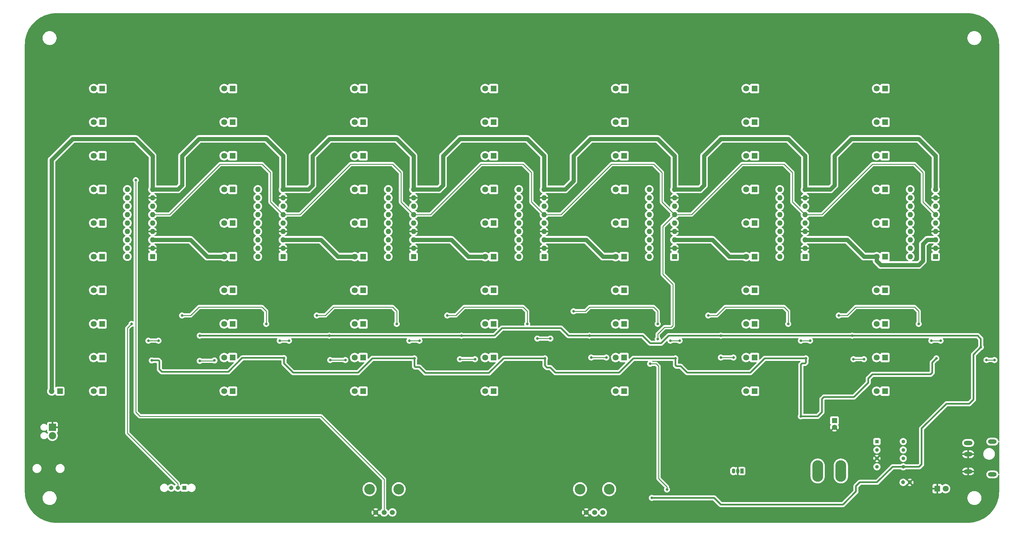
<source format=gbl>
%TF.GenerationSoftware,KiCad,Pcbnew,(6.0.4)*%
%TF.CreationDate,2023-08-04T00:29:49-04:00*%
%TF.ProjectId,Music_Visualizer,4d757369-635f-4566-9973-75616c697a65,rev?*%
%TF.SameCoordinates,Original*%
%TF.FileFunction,Copper,L2,Bot*%
%TF.FilePolarity,Positive*%
%FSLAX46Y46*%
G04 Gerber Fmt 4.6, Leading zero omitted, Abs format (unit mm)*
G04 Created by KiCad (PCBNEW (6.0.4)) date 2023-08-04 00:29:49*
%MOMM*%
%LPD*%
G01*
G04 APERTURE LIST*
%TA.AperFunction,ComponentPad*%
%ADD10O,2.616000X1.308000*%
%TD*%
%TA.AperFunction,ComponentPad*%
%ADD11R,1.800000X1.800000*%
%TD*%
%TA.AperFunction,ComponentPad*%
%ADD12C,1.800000*%
%TD*%
%TA.AperFunction,ComponentPad*%
%ADD13C,1.200000*%
%TD*%
%TA.AperFunction,ComponentPad*%
%ADD14R,1.600000X1.600000*%
%TD*%
%TA.AperFunction,ComponentPad*%
%ADD15O,1.600000X1.600000*%
%TD*%
%TA.AperFunction,ComponentPad*%
%ADD16C,1.508000*%
%TD*%
%TA.AperFunction,ComponentPad*%
%ADD17C,3.216000*%
%TD*%
%TA.AperFunction,ComponentPad*%
%ADD18R,2.200000X2.200000*%
%TD*%
%TA.AperFunction,ComponentPad*%
%ADD19C,2.200000*%
%TD*%
%TA.AperFunction,ComponentPad*%
%ADD20R,1.308000X1.308000*%
%TD*%
%TA.AperFunction,ComponentPad*%
%ADD21C,1.308000*%
%TD*%
%TA.AperFunction,ComponentPad*%
%ADD22C,1.600000*%
%TD*%
%TA.AperFunction,ComponentPad*%
%ADD23R,1.050000X1.500000*%
%TD*%
%TA.AperFunction,ComponentPad*%
%ADD24O,1.050000X1.500000*%
%TD*%
%TA.AperFunction,ComponentPad*%
%ADD25R,1.700000X1.700000*%
%TD*%
%TA.AperFunction,ComponentPad*%
%ADD26O,1.700000X1.700000*%
%TD*%
%TA.AperFunction,ComponentPad*%
%ADD27O,3.260000X6.520000*%
%TD*%
%TA.AperFunction,ComponentPad*%
%ADD28R,1.130000X1.130000*%
%TD*%
%TA.AperFunction,ComponentPad*%
%ADD29C,1.130000*%
%TD*%
%TA.AperFunction,ViaPad*%
%ADD30C,0.800000*%
%TD*%
%TA.AperFunction,Conductor*%
%ADD31C,0.254000*%
%TD*%
%TA.AperFunction,Conductor*%
%ADD32C,0.250000*%
%TD*%
%TA.AperFunction,Conductor*%
%ADD33C,1.270000*%
%TD*%
%TA.AperFunction,Conductor*%
%ADD34C,0.508000*%
%TD*%
G04 APERTURE END LIST*
D10*
%TO.P,J2,S1,SHIELD*%
%TO.N,Net-(J2-PadS1)*%
X352437440Y-164860008D03*
%TO.P,J2,S2,SHIELD*%
X352437440Y-154960008D03*
%TO.P,J2,3*%
%TO.N,GND*%
X345137440Y-158760008D03*
%TO.P,J2,1*%
%TO.N,/Power/Power*%
X345137440Y-155360008D03*
%TO.P,J2,2*%
%TO.N,GND*%
X345137440Y-163960008D03*
%TD*%
D11*
%TO.P,D39,1,K*%
%TO.N,Net-(D39-Pad1)*%
X201930000Y-58420000D03*
D12*
%TO.P,D39,2,A*%
%TO.N,+9V*%
X199390000Y-58420000D03*
%TD*%
D13*
%TO.P,C55,1*%
%TO.N,-5V*%
X325517000Y-167259000D03*
%TO.P,C55,2*%
%TO.N,GND*%
X327517000Y-167259000D03*
%TD*%
D11*
%TO.P,D6,1,K*%
%TO.N,Net-(D6-Pad1)*%
X83820000Y-88900000D03*
D12*
%TO.P,D6,2,A*%
%TO.N,+9V*%
X81280000Y-88900000D03*
%TD*%
D11*
%TO.P,D65,1,K*%
%TO.N,Net-(D65-Pad1)*%
X320040000Y-99060000D03*
D12*
%TO.P,D65,2,A*%
%TO.N,+9V*%
X317500000Y-99060000D03*
%TD*%
D11*
%TO.P,D68,1,K*%
%TO.N,Net-(D68-Pad1)*%
X320040000Y-68580000D03*
D12*
%TO.P,D68,2,A*%
%TO.N,+9V*%
X317500000Y-68580000D03*
%TD*%
D11*
%TO.P,D44,1,K*%
%TO.N,Net-(D44-Pad1)*%
X241300000Y-109220000D03*
D12*
%TO.P,D44,2,A*%
%TO.N,+9V*%
X238760000Y-109220000D03*
%TD*%
D14*
%TO.P,U14,1,LED1_K*%
%TO.N,Net-(D41-Pad1)*%
X256540000Y-99060000D03*
D15*
%TO.P,U14,2,V-*%
%TO.N,GND*%
X256540000Y-96520000D03*
%TO.P,U14,3,V+*%
%TO.N,+9V*%
X256540000Y-93980000D03*
%TO.P,U14,4,RLO*%
%TO.N,GND*%
X256540000Y-91440000D03*
%TO.P,U14,5,SIG*%
%TO.N,VUpperMidrange*%
X256540000Y-88900000D03*
%TO.P,U14,6,RHI*%
%TO.N,Rhi_Value*%
X256540000Y-86360000D03*
%TO.P,U14,7,REF_OUT*%
%TO.N,Net-(R79-Pad1)*%
X256540000Y-83820000D03*
%TO.P,U14,8,REF_ADJ*%
%TO.N,GND*%
X256540000Y-81280000D03*
%TO.P,U14,9,MODE*%
%TO.N,Mode*%
X256540000Y-78740000D03*
%TO.P,U14,10,LED10_K*%
%TO.N,Net-(D50-Pad1)*%
X248920000Y-78740000D03*
%TO.P,U14,11,LED9_K*%
%TO.N,Net-(D49-Pad1)*%
X248920000Y-81280000D03*
%TO.P,U14,12,LED8_K*%
%TO.N,Net-(D48-Pad1)*%
X248920000Y-83820000D03*
%TO.P,U14,13,LED7_K*%
%TO.N,Net-(D47-Pad1)*%
X248920000Y-86360000D03*
%TO.P,U14,14,LED6_K*%
%TO.N,Net-(D46-Pad1)*%
X248920000Y-88900000D03*
%TO.P,U14,15,LED5_K*%
%TO.N,Net-(D45-Pad1)*%
X248920000Y-91440000D03*
%TO.P,U14,16,LED4_K*%
%TO.N,Net-(D44-Pad1)*%
X248920000Y-93980000D03*
%TO.P,U14,17,LED3_K*%
%TO.N,Net-(D43-Pad1)*%
X248920000Y-96520000D03*
%TO.P,U14,18,LED2_K*%
%TO.N,Net-(D42-Pad1)*%
X248920000Y-99060000D03*
%TD*%
D11*
%TO.P,D51,1,K*%
%TO.N,Net-(D51-Pad1)*%
X280670000Y-139700000D03*
D12*
%TO.P,D51,2,A*%
%TO.N,+9V*%
X278130000Y-139700000D03*
%TD*%
D16*
%TO.P,RV2,1,1*%
%TO.N,GND*%
X229910000Y-176334750D03*
%TO.P,RV2,2,2*%
%TO.N,Net-(RV2-Pad2)*%
X232410000Y-176334750D03*
%TO.P,RV2,3,3*%
%TO.N,/LED_Driver/3.5V*%
X234910000Y-176334750D03*
D17*
%TO.P,RV2,NC1*%
%TO.N,N/C*%
X228010000Y-169334750D03*
%TO.P,RV2,NC2*%
X236810000Y-169334750D03*
%TD*%
D11*
%TO.P,D21,1,K*%
%TO.N,Net-(D21-Pad1)*%
X162560000Y-139700000D03*
D12*
%TO.P,D21,2,A*%
%TO.N,+9V*%
X160020000Y-139700000D03*
%TD*%
D14*
%TO.P,U12,1,LED1_K*%
%TO.N,Net-(D21-Pad1)*%
X177800000Y-99060000D03*
D15*
%TO.P,U12,2,V-*%
%TO.N,GND*%
X177800000Y-96520000D03*
%TO.P,U12,3,V+*%
%TO.N,+9V*%
X177800000Y-93980000D03*
%TO.P,U12,4,RLO*%
%TO.N,GND*%
X177800000Y-91440000D03*
%TO.P,U12,5,SIG*%
%TO.N,VLowerMidrange*%
X177800000Y-88900000D03*
%TO.P,U12,6,RHI*%
%TO.N,Rhi_Value*%
X177800000Y-86360000D03*
%TO.P,U12,7,REF_OUT*%
%TO.N,Net-(R77-Pad1)*%
X177800000Y-83820000D03*
%TO.P,U12,8,REF_ADJ*%
%TO.N,GND*%
X177800000Y-81280000D03*
%TO.P,U12,9,MODE*%
%TO.N,Mode*%
X177800000Y-78740000D03*
%TO.P,U12,10,LED10_K*%
%TO.N,Net-(D30-Pad1)*%
X170180000Y-78740000D03*
%TO.P,U12,11,LED9_K*%
%TO.N,Net-(D29-Pad1)*%
X170180000Y-81280000D03*
%TO.P,U12,12,LED8_K*%
%TO.N,Net-(D28-Pad1)*%
X170180000Y-83820000D03*
%TO.P,U12,13,LED7_K*%
%TO.N,Net-(D27-Pad1)*%
X170180000Y-86360000D03*
%TO.P,U12,14,LED6_K*%
%TO.N,Net-(D26-Pad1)*%
X170180000Y-88900000D03*
%TO.P,U12,15,LED5_K*%
%TO.N,Net-(D25-Pad1)*%
X170180000Y-91440000D03*
%TO.P,U12,16,LED4_K*%
%TO.N,Net-(D24-Pad1)*%
X170180000Y-93980000D03*
%TO.P,U12,17,LED3_K*%
%TO.N,Net-(D23-Pad1)*%
X170180000Y-96520000D03*
%TO.P,U12,18,LED2_K*%
%TO.N,Net-(D22-Pad1)*%
X170180000Y-99060000D03*
%TD*%
D11*
%TO.P,D60,1,K*%
%TO.N,Net-(D60-Pad1)*%
X280670000Y-48260000D03*
D12*
%TO.P,D60,2,A*%
%TO.N,+9V*%
X278130000Y-48260000D03*
%TD*%
D11*
%TO.P,D67,1,K*%
%TO.N,Net-(D67-Pad1)*%
X320040000Y-78740000D03*
D12*
%TO.P,D67,2,A*%
%TO.N,+9V*%
X317500000Y-78740000D03*
%TD*%
D18*
%TO.P,J3,1,Pin_1*%
%TO.N,GND*%
X68834000Y-150622000D03*
D19*
%TO.P,J3,2,Pin_2*%
%TO.N,/Vsig_male*%
X68834000Y-153162000D03*
%TD*%
D14*
%TO.P,U13,1,LED1_K*%
%TO.N,Net-(D31-Pad1)*%
X217170000Y-99060000D03*
D15*
%TO.P,U13,2,V-*%
%TO.N,GND*%
X217170000Y-96520000D03*
%TO.P,U13,3,V+*%
%TO.N,+9V*%
X217170000Y-93980000D03*
%TO.P,U13,4,RLO*%
%TO.N,GND*%
X217170000Y-91440000D03*
%TO.P,U13,5,SIG*%
%TO.N,VMidrange*%
X217170000Y-88900000D03*
%TO.P,U13,6,RHI*%
%TO.N,Rhi_Value*%
X217170000Y-86360000D03*
%TO.P,U13,7,REF_OUT*%
%TO.N,Net-(R78-Pad1)*%
X217170000Y-83820000D03*
%TO.P,U13,8,REF_ADJ*%
%TO.N,GND*%
X217170000Y-81280000D03*
%TO.P,U13,9,MODE*%
%TO.N,Mode*%
X217170000Y-78740000D03*
%TO.P,U13,10,LED10_K*%
%TO.N,Net-(D40-Pad1)*%
X209550000Y-78740000D03*
%TO.P,U13,11,LED9_K*%
%TO.N,Net-(D39-Pad1)*%
X209550000Y-81280000D03*
%TO.P,U13,12,LED8_K*%
%TO.N,Net-(D38-Pad1)*%
X209550000Y-83820000D03*
%TO.P,U13,13,LED7_K*%
%TO.N,Net-(D37-Pad1)*%
X209550000Y-86360000D03*
%TO.P,U13,14,LED6_K*%
%TO.N,Net-(D36-Pad1)*%
X209550000Y-88900000D03*
%TO.P,U13,15,LED5_K*%
%TO.N,Net-(D35-Pad1)*%
X209550000Y-91440000D03*
%TO.P,U13,16,LED4_K*%
%TO.N,Net-(D34-Pad1)*%
X209550000Y-93980000D03*
%TO.P,U13,17,LED3_K*%
%TO.N,Net-(D33-Pad1)*%
X209550000Y-96520000D03*
%TO.P,U13,18,LED2_K*%
%TO.N,Net-(D32-Pad1)*%
X209550000Y-99060000D03*
%TD*%
D11*
%TO.P,D2,1,K*%
%TO.N,Net-(D2-Pad1)*%
X83820000Y-129540000D03*
D12*
%TO.P,D2,2,A*%
%TO.N,+9V*%
X81280000Y-129540000D03*
%TD*%
D11*
%TO.P,D27,1,K*%
%TO.N,Net-(D27-Pad1)*%
X162560000Y-78740000D03*
D12*
%TO.P,D27,2,A*%
%TO.N,+9V*%
X160020000Y-78740000D03*
%TD*%
D11*
%TO.P,D13,1,K*%
%TO.N,Net-(D13-Pad1)*%
X123190000Y-119380000D03*
D12*
%TO.P,D13,2,A*%
%TO.N,+9V*%
X120650000Y-119380000D03*
%TD*%
D14*
%TO.P,U11,1,LED1_K*%
%TO.N,Net-(D11-Pad1)*%
X138430000Y-99060000D03*
D15*
%TO.P,U11,2,V-*%
%TO.N,GND*%
X138430000Y-96520000D03*
%TO.P,U11,3,V+*%
%TO.N,+9V*%
X138430000Y-93980000D03*
%TO.P,U11,4,RLO*%
%TO.N,GND*%
X138430000Y-91440000D03*
%TO.P,U11,5,SIG*%
%TO.N,VBass*%
X138430000Y-88900000D03*
%TO.P,U11,6,RHI*%
%TO.N,Rhi_Value*%
X138430000Y-86360000D03*
%TO.P,U11,7,REF_OUT*%
%TO.N,Net-(R76-Pad1)*%
X138430000Y-83820000D03*
%TO.P,U11,8,REF_ADJ*%
%TO.N,GND*%
X138430000Y-81280000D03*
%TO.P,U11,9,MODE*%
%TO.N,Mode*%
X138430000Y-78740000D03*
%TO.P,U11,10,LED10_K*%
%TO.N,Net-(D20-Pad1)*%
X130810000Y-78740000D03*
%TO.P,U11,11,LED9_K*%
%TO.N,Net-(D19-Pad1)*%
X130810000Y-81280000D03*
%TO.P,U11,12,LED8_K*%
%TO.N,Net-(D18-Pad1)*%
X130810000Y-83820000D03*
%TO.P,U11,13,LED7_K*%
%TO.N,Net-(D17-Pad1)*%
X130810000Y-86360000D03*
%TO.P,U11,14,LED6_K*%
%TO.N,Net-(D16-Pad1)*%
X130810000Y-88900000D03*
%TO.P,U11,15,LED5_K*%
%TO.N,Net-(D15-Pad1)*%
X130810000Y-91440000D03*
%TO.P,U11,16,LED4_K*%
%TO.N,Net-(D14-Pad1)*%
X130810000Y-93980000D03*
%TO.P,U11,17,LED3_K*%
%TO.N,Net-(D13-Pad1)*%
X130810000Y-96520000D03*
%TO.P,U11,18,LED2_K*%
%TO.N,Net-(D12-Pad1)*%
X130810000Y-99060000D03*
%TD*%
D11*
%TO.P,D5,1,K*%
%TO.N,Net-(D5-Pad1)*%
X83820000Y-99060000D03*
D12*
%TO.P,D5,2,A*%
%TO.N,+9V*%
X81280000Y-99060000D03*
%TD*%
D11*
%TO.P,D14,1,K*%
%TO.N,Net-(D14-Pad1)*%
X123190000Y-109220000D03*
D12*
%TO.P,D14,2,A*%
%TO.N,+9V*%
X120650000Y-109220000D03*
%TD*%
D11*
%TO.P,D40,1,K*%
%TO.N,Net-(D40-Pad1)*%
X201930000Y-48260000D03*
D12*
%TO.P,D40,2,A*%
%TO.N,+9V*%
X199390000Y-48260000D03*
%TD*%
D11*
%TO.P,D46,1,K*%
%TO.N,Net-(D46-Pad1)*%
X241300000Y-88900000D03*
D12*
%TO.P,D46,2,A*%
%TO.N,+9V*%
X238760000Y-88900000D03*
%TD*%
D11*
%TO.P,D8,1,K*%
%TO.N,Net-(D8-Pad1)*%
X83820000Y-68580000D03*
D12*
%TO.P,D8,2,A*%
%TO.N,+9V*%
X81280000Y-68580000D03*
%TD*%
D11*
%TO.P,D7,1,K*%
%TO.N,Net-(D7-Pad1)*%
X83820000Y-78740000D03*
D12*
%TO.P,D7,2,A*%
%TO.N,+9V*%
X81280000Y-78740000D03*
%TD*%
D11*
%TO.P,D37,1,K*%
%TO.N,Net-(D37-Pad1)*%
X201930000Y-78740000D03*
D12*
%TO.P,D37,2,A*%
%TO.N,+9V*%
X199390000Y-78740000D03*
%TD*%
D20*
%TO.P,SW1,1,A*%
%TO.N,/Vsig_male*%
X108680000Y-168910000D03*
D21*
%TO.P,SW1,2,B*%
%TO.N,Vsig*%
X106680000Y-168910000D03*
%TO.P,SW1,3,C*%
%TO.N,/Vsig_female*%
X104680000Y-168910000D03*
%TD*%
D11*
%TO.P,D12,1,K*%
%TO.N,Net-(D12-Pad1)*%
X123190000Y-129540000D03*
D12*
%TO.P,D12,2,A*%
%TO.N,+9V*%
X120650000Y-129540000D03*
%TD*%
D11*
%TO.P,D58,1,K*%
%TO.N,Net-(D58-Pad1)*%
X280670000Y-68580000D03*
D12*
%TO.P,D58,2,A*%
%TO.N,+9V*%
X278130000Y-68580000D03*
%TD*%
D11*
%TO.P,D62,1,K*%
%TO.N,Net-(D62-Pad1)*%
X320040000Y-129540000D03*
D12*
%TO.P,D62,2,A*%
%TO.N,+9V*%
X317500000Y-129540000D03*
%TD*%
D11*
%TO.P,D55,1,K*%
%TO.N,Net-(D55-Pad1)*%
X280670000Y-99060000D03*
D12*
%TO.P,D55,2,A*%
%TO.N,+9V*%
X278130000Y-99060000D03*
%TD*%
D11*
%TO.P,D33,1,K*%
%TO.N,Net-(D33-Pad1)*%
X201930000Y-119380000D03*
D12*
%TO.P,D33,2,A*%
%TO.N,+9V*%
X199390000Y-119380000D03*
%TD*%
D11*
%TO.P,D18,1,K*%
%TO.N,Net-(D18-Pad1)*%
X123190000Y-68580000D03*
D12*
%TO.P,D18,2,A*%
%TO.N,+9V*%
X120650000Y-68580000D03*
%TD*%
D11*
%TO.P,D50,1,K*%
%TO.N,Net-(D50-Pad1)*%
X241300000Y-48260000D03*
D12*
%TO.P,D50,2,A*%
%TO.N,+9V*%
X238760000Y-48260000D03*
%TD*%
D14*
%TO.P,C59,1*%
%TO.N,+9V*%
X304800000Y-148590000D03*
D22*
%TO.P,C59,2*%
%TO.N,GND*%
X304800000Y-150590000D03*
%TD*%
D11*
%TO.P,D3,1,K*%
%TO.N,Net-(D3-Pad1)*%
X83820000Y-119380000D03*
D12*
%TO.P,D3,2,A*%
%TO.N,+9V*%
X81280000Y-119380000D03*
%TD*%
D11*
%TO.P,D47,1,K*%
%TO.N,Net-(D47-Pad1)*%
X241300000Y-78740000D03*
D12*
%TO.P,D47,2,A*%
%TO.N,+9V*%
X238760000Y-78740000D03*
%TD*%
D11*
%TO.P,D19,1,K*%
%TO.N,Net-(D19-Pad1)*%
X123190000Y-58420000D03*
D12*
%TO.P,D19,2,A*%
%TO.N,+9V*%
X120650000Y-58420000D03*
%TD*%
%TO.P,D71,2,A*%
%TO.N,Net-(D71-Pad2)*%
X338323000Y-169164000D03*
D11*
%TO.P,D71,1,K*%
%TO.N,GND*%
X335783000Y-169164000D03*
%TD*%
%TO.P,D26,1,K*%
%TO.N,Net-(D26-Pad1)*%
X162560000Y-88900000D03*
D12*
%TO.P,D26,2,A*%
%TO.N,+9V*%
X160020000Y-88900000D03*
%TD*%
D11*
%TO.P,D49,1,K*%
%TO.N,Net-(D49-Pad1)*%
X241300000Y-58420000D03*
D12*
%TO.P,D49,2,A*%
%TO.N,+9V*%
X238760000Y-58420000D03*
%TD*%
D14*
%TO.P,U16,1,LED1_K*%
%TO.N,Net-(D61-Pad1)*%
X335280000Y-99060000D03*
D15*
%TO.P,U16,2,V-*%
%TO.N,GND*%
X335280000Y-96520000D03*
%TO.P,U16,3,V+*%
%TO.N,+9V*%
X335280000Y-93980000D03*
%TO.P,U16,4,RLO*%
%TO.N,GND*%
X335280000Y-91440000D03*
%TO.P,U16,5,SIG*%
%TO.N,VBrilliance*%
X335280000Y-88900000D03*
%TO.P,U16,6,RHI*%
%TO.N,Rhi_Value*%
X335280000Y-86360000D03*
%TO.P,U16,7,REF_OUT*%
%TO.N,Net-(R81-Pad1)*%
X335280000Y-83820000D03*
%TO.P,U16,8,REF_ADJ*%
%TO.N,GND*%
X335280000Y-81280000D03*
%TO.P,U16,9,MODE*%
%TO.N,Mode*%
X335280000Y-78740000D03*
%TO.P,U16,10,LED10_K*%
%TO.N,Net-(D70-Pad1)*%
X327660000Y-78740000D03*
%TO.P,U16,11,LED9_K*%
%TO.N,Net-(D69-Pad1)*%
X327660000Y-81280000D03*
%TO.P,U16,12,LED8_K*%
%TO.N,Net-(D68-Pad1)*%
X327660000Y-83820000D03*
%TO.P,U16,13,LED7_K*%
%TO.N,Net-(D67-Pad1)*%
X327660000Y-86360000D03*
%TO.P,U16,14,LED6_K*%
%TO.N,Net-(D66-Pad1)*%
X327660000Y-88900000D03*
%TO.P,U16,15,LED5_K*%
%TO.N,Net-(D65-Pad1)*%
X327660000Y-91440000D03*
%TO.P,U16,16,LED4_K*%
%TO.N,Net-(D64-Pad1)*%
X327660000Y-93980000D03*
%TO.P,U16,17,LED3_K*%
%TO.N,Net-(D63-Pad1)*%
X327660000Y-96520000D03*
%TO.P,U16,18,LED2_K*%
%TO.N,Net-(D62-Pad1)*%
X327660000Y-99060000D03*
%TD*%
D11*
%TO.P,D54,1,K*%
%TO.N,Net-(D54-Pad1)*%
X280670000Y-109220000D03*
D12*
%TO.P,D54,2,A*%
%TO.N,+9V*%
X278130000Y-109220000D03*
%TD*%
D11*
%TO.P,D53,1,K*%
%TO.N,Net-(D53-Pad1)*%
X280670000Y-119380000D03*
D12*
%TO.P,D53,2,A*%
%TO.N,+9V*%
X278130000Y-119380000D03*
%TD*%
D11*
%TO.P,D25,1,K*%
%TO.N,Net-(D25-Pad1)*%
X162560000Y-99060000D03*
D12*
%TO.P,D25,2,A*%
%TO.N,+9V*%
X160020000Y-99060000D03*
%TD*%
D11*
%TO.P,D59,1,K*%
%TO.N,Net-(D59-Pad1)*%
X280670000Y-58420000D03*
D12*
%TO.P,D59,2,A*%
%TO.N,+9V*%
X278130000Y-58420000D03*
%TD*%
D11*
%TO.P,D1,1,K*%
%TO.N,Net-(D1-Pad1)*%
X83820000Y-139700000D03*
D12*
%TO.P,D1,2,A*%
%TO.N,+9V*%
X81280000Y-139700000D03*
%TD*%
D11*
%TO.P,D22,1,K*%
%TO.N,Net-(D22-Pad1)*%
X162560000Y-129540000D03*
D12*
%TO.P,D22,2,A*%
%TO.N,+9V*%
X160020000Y-129540000D03*
%TD*%
D14*
%TO.P,U10,1,LED1_K*%
%TO.N,Net-(D1-Pad1)*%
X99060000Y-99060000D03*
D15*
%TO.P,U10,2,V-*%
%TO.N,GND*%
X99060000Y-96520000D03*
%TO.P,U10,3,V+*%
%TO.N,+9V*%
X99060000Y-93980000D03*
%TO.P,U10,4,RLO*%
%TO.N,GND*%
X99060000Y-91440000D03*
%TO.P,U10,5,SIG*%
%TO.N,VSubBass*%
X99060000Y-88900000D03*
%TO.P,U10,6,RHI*%
%TO.N,Rhi_Value*%
X99060000Y-86360000D03*
%TO.P,U10,7,REF_OUT*%
%TO.N,Net-(R75-Pad1)*%
X99060000Y-83820000D03*
%TO.P,U10,8,REF_ADJ*%
%TO.N,GND*%
X99060000Y-81280000D03*
%TO.P,U10,9,MODE*%
%TO.N,Mode*%
X99060000Y-78740000D03*
%TO.P,U10,10,LED10_K*%
%TO.N,Net-(D10-Pad1)*%
X91440000Y-78740000D03*
%TO.P,U10,11,LED9_K*%
%TO.N,Net-(D9-Pad1)*%
X91440000Y-81280000D03*
%TO.P,U10,12,LED8_K*%
%TO.N,Net-(D8-Pad1)*%
X91440000Y-83820000D03*
%TO.P,U10,13,LED7_K*%
%TO.N,Net-(D7-Pad1)*%
X91440000Y-86360000D03*
%TO.P,U10,14,LED6_K*%
%TO.N,Net-(D6-Pad1)*%
X91440000Y-88900000D03*
%TO.P,U10,15,LED5_K*%
%TO.N,Net-(D5-Pad1)*%
X91440000Y-91440000D03*
%TO.P,U10,16,LED4_K*%
%TO.N,Net-(D4-Pad1)*%
X91440000Y-93980000D03*
%TO.P,U10,17,LED3_K*%
%TO.N,Net-(D3-Pad1)*%
X91440000Y-96520000D03*
%TO.P,U10,18,LED2_K*%
%TO.N,Net-(D2-Pad1)*%
X91440000Y-99060000D03*
%TD*%
D11*
%TO.P,D32,1,K*%
%TO.N,Net-(D32-Pad1)*%
X201930000Y-129540000D03*
D12*
%TO.P,D32,2,A*%
%TO.N,+9V*%
X199390000Y-129540000D03*
%TD*%
D11*
%TO.P,D48,1,K*%
%TO.N,Net-(D48-Pad1)*%
X241300000Y-68580000D03*
D12*
%TO.P,D48,2,A*%
%TO.N,+9V*%
X238760000Y-68580000D03*
%TD*%
D23*
%TO.P,U9,1,VO*%
%TO.N,+5V*%
X276860000Y-163830000D03*
D24*
%TO.P,U9,2,GND*%
%TO.N,GND*%
X275590000Y-163830000D03*
%TO.P,U9,3,VI*%
%TO.N,+9V*%
X274320000Y-163830000D03*
%TD*%
D11*
%TO.P,D20,1,K*%
%TO.N,Net-(D20-Pad1)*%
X123190000Y-48260000D03*
D12*
%TO.P,D20,2,A*%
%TO.N,+9V*%
X120650000Y-48260000D03*
%TD*%
D11*
%TO.P,D9,1,K*%
%TO.N,Net-(D9-Pad1)*%
X83820000Y-58420000D03*
D12*
%TO.P,D9,2,A*%
%TO.N,+9V*%
X81280000Y-58420000D03*
%TD*%
D16*
%TO.P,RV1,1,1*%
%TO.N,GND*%
X166410000Y-176334750D03*
%TO.P,RV1,2,2*%
%TO.N,LED_Brightness_Control*%
X168910000Y-176334750D03*
%TO.P,RV1,3,3*%
%TO.N,unconnected-(RV1-Pad3)*%
X171410000Y-176334750D03*
D17*
%TO.P,RV1,NC1*%
%TO.N,N/C*%
X164510000Y-169334750D03*
%TO.P,RV1,NC2*%
X173310000Y-169334750D03*
%TD*%
D11*
%TO.P,D43,1,K*%
%TO.N,Net-(D43-Pad1)*%
X241300000Y-119380000D03*
D12*
%TO.P,D43,2,A*%
%TO.N,+9V*%
X238760000Y-119380000D03*
%TD*%
D11*
%TO.P,D4,1,K*%
%TO.N,Net-(D4-Pad1)*%
X83820000Y-109220000D03*
D12*
%TO.P,D4,2,A*%
%TO.N,+9V*%
X81280000Y-109220000D03*
%TD*%
D11*
%TO.P,D35,1,K*%
%TO.N,Net-(D35-Pad1)*%
X201930000Y-99060000D03*
D12*
%TO.P,D35,2,A*%
%TO.N,+9V*%
X199390000Y-99060000D03*
%TD*%
D25*
%TO.P,JP2,1,A*%
%TO.N,+9V*%
X71120000Y-139700000D03*
D26*
%TO.P,JP2,2,B*%
%TO.N,Mode*%
X68580000Y-139700000D03*
%TD*%
D11*
%TO.P,D63,1,K*%
%TO.N,Net-(D63-Pad1)*%
X320040000Y-119380000D03*
D12*
%TO.P,D63,2,A*%
%TO.N,+9V*%
X317500000Y-119380000D03*
%TD*%
D11*
%TO.P,D30,1,K*%
%TO.N,Net-(D30-Pad1)*%
X162560000Y-48260000D03*
D12*
%TO.P,D30,2,A*%
%TO.N,+9V*%
X160020000Y-48260000D03*
%TD*%
D11*
%TO.P,D36,1,K*%
%TO.N,Net-(D36-Pad1)*%
X201930000Y-88900000D03*
D12*
%TO.P,D36,2,A*%
%TO.N,+9V*%
X199390000Y-88900000D03*
%TD*%
D11*
%TO.P,D31,1,K*%
%TO.N,Net-(D31-Pad1)*%
X201930000Y-139700000D03*
D12*
%TO.P,D31,2,A*%
%TO.N,+9V*%
X199390000Y-139700000D03*
%TD*%
D11*
%TO.P,D69,1,K*%
%TO.N,Net-(D69-Pad1)*%
X320040000Y-58420000D03*
D12*
%TO.P,D69,2,A*%
%TO.N,+9V*%
X317500000Y-58420000D03*
%TD*%
D11*
%TO.P,D17,1,K*%
%TO.N,Net-(D17-Pad1)*%
X123190000Y-78740000D03*
D12*
%TO.P,D17,2,A*%
%TO.N,+9V*%
X120650000Y-78740000D03*
%TD*%
D11*
%TO.P,D66,1,K*%
%TO.N,Net-(D66-Pad1)*%
X320040000Y-88900000D03*
D12*
%TO.P,D66,2,A*%
%TO.N,+9V*%
X317500000Y-88900000D03*
%TD*%
D11*
%TO.P,D11,1,K*%
%TO.N,Net-(D11-Pad1)*%
X123190000Y-139700000D03*
D12*
%TO.P,D11,2,A*%
%TO.N,+9V*%
X120650000Y-139700000D03*
%TD*%
D11*
%TO.P,D41,1,K*%
%TO.N,Net-(D41-Pad1)*%
X241300000Y-139700000D03*
D12*
%TO.P,D41,2,A*%
%TO.N,+9V*%
X238760000Y-139700000D03*
%TD*%
D11*
%TO.P,D28,1,K*%
%TO.N,Net-(D28-Pad1)*%
X162560000Y-68580000D03*
D12*
%TO.P,D28,2,A*%
%TO.N,+9V*%
X160020000Y-68580000D03*
%TD*%
D11*
%TO.P,D15,1,K*%
%TO.N,Net-(D15-Pad1)*%
X123190000Y-99060000D03*
D12*
%TO.P,D15,2,A*%
%TO.N,+9V*%
X120650000Y-99060000D03*
%TD*%
D27*
%TO.P,SW2,1,A*%
%TO.N,Net-(Q1-Pad3)*%
X306720000Y-163830000D03*
%TO.P,SW2,2,B*%
%TO.N,+9V*%
X299720000Y-163830000D03*
%TD*%
D11*
%TO.P,D57,1,K*%
%TO.N,Net-(D57-Pad1)*%
X280670000Y-78740000D03*
D12*
%TO.P,D57,2,A*%
%TO.N,+9V*%
X278130000Y-78740000D03*
%TD*%
D11*
%TO.P,D16,1,K*%
%TO.N,Net-(D16-Pad1)*%
X123190000Y-88900000D03*
D12*
%TO.P,D16,2,A*%
%TO.N,+9V*%
X120650000Y-88900000D03*
%TD*%
D11*
%TO.P,D10,1,K*%
%TO.N,Net-(D10-Pad1)*%
X83820000Y-48260000D03*
D12*
%TO.P,D10,2,A*%
%TO.N,+9V*%
X81280000Y-48260000D03*
%TD*%
D11*
%TO.P,D52,1,K*%
%TO.N,Net-(D52-Pad1)*%
X280670000Y-129540000D03*
D12*
%TO.P,D52,2,A*%
%TO.N,+9V*%
X278130000Y-129540000D03*
%TD*%
D11*
%TO.P,D42,1,K*%
%TO.N,Net-(D42-Pad1)*%
X241300000Y-129540000D03*
D12*
%TO.P,D42,2,A*%
%TO.N,+9V*%
X238760000Y-129540000D03*
%TD*%
D11*
%TO.P,D34,1,K*%
%TO.N,Net-(D34-Pad1)*%
X201930000Y-109220000D03*
D12*
%TO.P,D34,2,A*%
%TO.N,+9V*%
X199390000Y-109220000D03*
%TD*%
D11*
%TO.P,D61,1,K*%
%TO.N,Net-(D61-Pad1)*%
X320040000Y-139700000D03*
D12*
%TO.P,D61,2,A*%
%TO.N,+9V*%
X317500000Y-139700000D03*
%TD*%
D11*
%TO.P,D29,1,K*%
%TO.N,Net-(D29-Pad1)*%
X162560000Y-58420000D03*
D12*
%TO.P,D29,2,A*%
%TO.N,+9V*%
X160020000Y-58420000D03*
%TD*%
D11*
%TO.P,D64,1,K*%
%TO.N,Net-(D64-Pad1)*%
X320040000Y-109220000D03*
D12*
%TO.P,D64,2,A*%
%TO.N,+9V*%
X317500000Y-109220000D03*
%TD*%
D11*
%TO.P,D56,1,K*%
%TO.N,Net-(D56-Pad1)*%
X280670000Y-88900000D03*
D12*
%TO.P,D56,2,A*%
%TO.N,+9V*%
X278130000Y-88900000D03*
%TD*%
D28*
%TO.P,U8,1,FB/SHDN*%
%TO.N,Net-(C56-Pad2)*%
X317600000Y-154940000D03*
D29*
%TO.P,U8,2,CAP+*%
%TO.N,Net-(C54-Pad1)*%
X317600000Y-157480000D03*
%TO.P,U8,3,GND*%
%TO.N,GND*%
X317600000Y-160020000D03*
%TO.P,U8,4,CAP-*%
%TO.N,Net-(C54-Pad2)*%
X317600000Y-162560000D03*
%TO.P,U8,5,-VOUT*%
%TO.N,-5V*%
X325540000Y-162560000D03*
%TO.P,U8,6,VREF*%
%TO.N,Net-(R73-Pad2)*%
X325540000Y-160020000D03*
%TO.P,U8,7,OSC*%
%TO.N,unconnected-(U8-Pad7)*%
X325540000Y-157480000D03*
%TO.P,U8,8,V+*%
%TO.N,+9V*%
X325540000Y-154940000D03*
%TD*%
D11*
%TO.P,D70,1,K*%
%TO.N,Net-(D70-Pad1)*%
X320040000Y-48260000D03*
D12*
%TO.P,D70,2,A*%
%TO.N,+9V*%
X317500000Y-48260000D03*
%TD*%
D11*
%TO.P,D38,1,K*%
%TO.N,Net-(D38-Pad1)*%
X201930000Y-68580000D03*
D12*
%TO.P,D38,2,A*%
%TO.N,+9V*%
X199390000Y-68580000D03*
%TD*%
D11*
%TO.P,D24,1,K*%
%TO.N,Net-(D24-Pad1)*%
X162560000Y-109220000D03*
D12*
%TO.P,D24,2,A*%
%TO.N,+9V*%
X160020000Y-109220000D03*
%TD*%
D14*
%TO.P,U15,1,LED1_K*%
%TO.N,Net-(D51-Pad1)*%
X295910000Y-99060000D03*
D15*
%TO.P,U15,2,V-*%
%TO.N,GND*%
X295910000Y-96520000D03*
%TO.P,U15,3,V+*%
%TO.N,+9V*%
X295910000Y-93980000D03*
%TO.P,U15,4,RLO*%
%TO.N,GND*%
X295910000Y-91440000D03*
%TO.P,U15,5,SIG*%
%TO.N,VPresence*%
X295910000Y-88900000D03*
%TO.P,U15,6,RHI*%
%TO.N,Rhi_Value*%
X295910000Y-86360000D03*
%TO.P,U15,7,REF_OUT*%
%TO.N,Net-(R80-Pad1)*%
X295910000Y-83820000D03*
%TO.P,U15,8,REF_ADJ*%
%TO.N,GND*%
X295910000Y-81280000D03*
%TO.P,U15,9,MODE*%
%TO.N,Mode*%
X295910000Y-78740000D03*
%TO.P,U15,10,LED10_K*%
%TO.N,Net-(D60-Pad1)*%
X288290000Y-78740000D03*
%TO.P,U15,11,LED9_K*%
%TO.N,Net-(D59-Pad1)*%
X288290000Y-81280000D03*
%TO.P,U15,12,LED8_K*%
%TO.N,Net-(D58-Pad1)*%
X288290000Y-83820000D03*
%TO.P,U15,13,LED7_K*%
%TO.N,Net-(D57-Pad1)*%
X288290000Y-86360000D03*
%TO.P,U15,14,LED6_K*%
%TO.N,Net-(D56-Pad1)*%
X288290000Y-88900000D03*
%TO.P,U15,15,LED5_K*%
%TO.N,Net-(D55-Pad1)*%
X288290000Y-91440000D03*
%TO.P,U15,16,LED4_K*%
%TO.N,Net-(D54-Pad1)*%
X288290000Y-93980000D03*
%TO.P,U15,17,LED3_K*%
%TO.N,Net-(D53-Pad1)*%
X288290000Y-96520000D03*
%TO.P,U15,18,LED2_K*%
%TO.N,Net-(D52-Pad1)*%
X288290000Y-99060000D03*
%TD*%
D11*
%TO.P,D45,1,K*%
%TO.N,Net-(D45-Pad1)*%
X241300000Y-99060000D03*
D12*
%TO.P,D45,2,A*%
%TO.N,+9V*%
X238760000Y-99060000D03*
%TD*%
D11*
%TO.P,D23,1,K*%
%TO.N,Net-(D23-Pad1)*%
X162560000Y-119380000D03*
D12*
%TO.P,D23,2,A*%
%TO.N,+9V*%
X160020000Y-119380000D03*
%TD*%
D30*
%TO.N,Net-(C1-Pad2)*%
X100838000Y-124460000D03*
X97790000Y-124460000D03*
%TO.N,Net-(C43-Pad1)*%
X117729000Y-130429000D03*
X113284000Y-130556000D03*
%TO.N,Net-(C7-Pad2)*%
X137414000Y-124460000D03*
X140208000Y-124460000D03*
%TO.N,Net-(C11-Pad2)*%
X152654000Y-130302000D03*
X157226000Y-130302000D03*
%TO.N,Net-(C13-Pad2)*%
X179578000Y-124460000D03*
X176530000Y-124460000D03*
%TO.N,Net-(C17-Pad2)*%
X196342000Y-130048000D03*
X191770000Y-130048000D03*
%TO.N,Net-(C19-Pad2)*%
X215138000Y-123825000D03*
X219075000Y-123825000D03*
%TO.N,Net-(C23-Pad2)*%
X231394000Y-129540000D03*
X235966000Y-129540000D03*
%TO.N,Net-(C25-Pad2)*%
X255270000Y-124460000D03*
X258064000Y-124460000D03*
%TO.N,Net-(C29-Pad2)*%
X270510000Y-129540000D03*
X274320000Y-129540000D03*
%TO.N,Net-(C31-Pad2)*%
X297434000Y-124460000D03*
X294640000Y-124460000D03*
%TO.N,Net-(C35-Pad2)*%
X310515000Y-130048000D03*
X313690000Y-130048000D03*
%TO.N,Net-(C37-Pad2)*%
X334010000Y-124460000D03*
X336804000Y-124460000D03*
%TO.N,Net-(C41-Pad2)*%
X353060000Y-130302000D03*
X350647000Y-130302000D03*
%TO.N,GND*%
X102870000Y-105410000D03*
X63500000Y-111760000D03*
X152400000Y-105410000D03*
X63500000Y-142240000D03*
X148590000Y-171450000D03*
X147320000Y-100330000D03*
X191770000Y-50800000D03*
X262890000Y-130810000D03*
X97790000Y-55880000D03*
X96520000Y-90170000D03*
X292100000Y-151130000D03*
X295910000Y-35560000D03*
X137160000Y-105410000D03*
X223520000Y-130810000D03*
X77470000Y-91440000D03*
X304800000Y-55880000D03*
X349250000Y-146050000D03*
X158750000Y-171450000D03*
X311150000Y-30480000D03*
X267081000Y-137668000D03*
X334010000Y-140970000D03*
X226060000Y-105410000D03*
X134620000Y-69342000D03*
X97790000Y-30480000D03*
X102870000Y-60960000D03*
X299720000Y-100330000D03*
X176530000Y-140970000D03*
X260350000Y-45720000D03*
X309880000Y-85090000D03*
X77470000Y-96520000D03*
X209550000Y-30480000D03*
X72390000Y-55880000D03*
X63500000Y-152400000D03*
X152400000Y-45720000D03*
X153670000Y-30480000D03*
X342900000Y-50800000D03*
X267970000Y-120650000D03*
X219710000Y-151130000D03*
X176530000Y-110490000D03*
X138430000Y-161290000D03*
X189230000Y-120650000D03*
X349250000Y-95250000D03*
X116840000Y-110490000D03*
X184150000Y-151130000D03*
X346710000Y-40640000D03*
X215900000Y-110490000D03*
X280670000Y-176530000D03*
X111760000Y-90170000D03*
X63500000Y-86360000D03*
X347980000Y-55880000D03*
X265430000Y-105410000D03*
X153670000Y-171450000D03*
X63500000Y-121920000D03*
X77470000Y-50800000D03*
X194310000Y-171450000D03*
X173990000Y-146050000D03*
X209550000Y-161290000D03*
X236220000Y-80010000D03*
X72390000Y-96520000D03*
X158750000Y-146050000D03*
X275590000Y-176530000D03*
X349250000Y-80010000D03*
X219710000Y-166370000D03*
X332740000Y-50800000D03*
X196850000Y-95250000D03*
X153670000Y-166370000D03*
X105410000Y-125730000D03*
X153670000Y-146050000D03*
X184150000Y-35560000D03*
X157480000Y-110490000D03*
X107950000Y-140970000D03*
X236220000Y-110490000D03*
X164465000Y-134620000D03*
X344170000Y-115570000D03*
X275590000Y-90170000D03*
X77470000Y-101600000D03*
X255270000Y-30480000D03*
X148590000Y-30480000D03*
X289560000Y-45720000D03*
X260350000Y-40640000D03*
X275590000Y-30480000D03*
X63500000Y-76200000D03*
X72390000Y-116840000D03*
X63500000Y-127000000D03*
X314960000Y-110490000D03*
X189230000Y-166370000D03*
X147320000Y-105410000D03*
X307340000Y-120650000D03*
X82550000Y-166370000D03*
X270510000Y-118110000D03*
X92710000Y-45720000D03*
X349250000Y-74930000D03*
X229870000Y-151130000D03*
X147320000Y-55880000D03*
X176530000Y-135890000D03*
X285750000Y-176530000D03*
X218440000Y-176276000D03*
X148590000Y-151130000D03*
X199390000Y-161290000D03*
X123190000Y-166370000D03*
X102870000Y-176530000D03*
X63500000Y-156210000D03*
X199390000Y-146050000D03*
X349250000Y-100330000D03*
X77470000Y-106680000D03*
X226060000Y-172720000D03*
X179070000Y-176530000D03*
X143510000Y-35560000D03*
X275590000Y-151130000D03*
X107950000Y-35560000D03*
X82550000Y-176530000D03*
X186690000Y-110490000D03*
X142240000Y-110490000D03*
X265430000Y-60960000D03*
X194310000Y-161290000D03*
X179070000Y-151130000D03*
X260350000Y-55880000D03*
X327660000Y-45720000D03*
X231140000Y-118110000D03*
X107950000Y-30480000D03*
X334010000Y-110490000D03*
X215900000Y-45720000D03*
X189230000Y-176530000D03*
X275590000Y-95250000D03*
X142240000Y-100330000D03*
X280670000Y-30480000D03*
X309880000Y-55880000D03*
X337820000Y-55880000D03*
X265430000Y-30480000D03*
X275590000Y-80010000D03*
X339090000Y-140970000D03*
X116840000Y-105410000D03*
X102870000Y-140970000D03*
X63500000Y-71120000D03*
X97790000Y-45720000D03*
X220980000Y-55880000D03*
X196850000Y-80010000D03*
X287020000Y-156210000D03*
X214630000Y-146050000D03*
X255270000Y-176530000D03*
X133350000Y-30480000D03*
X77470000Y-116840000D03*
X77470000Y-60960000D03*
X118110000Y-161290000D03*
X275590000Y-85090000D03*
X270510000Y-30480000D03*
X255270000Y-45720000D03*
X184150000Y-171450000D03*
X339090000Y-80010000D03*
X231140000Y-60960000D03*
X204470000Y-151130000D03*
X215900000Y-105410000D03*
X339090000Y-105410000D03*
X306070000Y-30480000D03*
X175260000Y-95250000D03*
X153670000Y-161290000D03*
X116840000Y-95250000D03*
X220980000Y-50800000D03*
X265430000Y-120650000D03*
X113030000Y-171450000D03*
X118110000Y-156210000D03*
X110490000Y-121920000D03*
X349250000Y-110490000D03*
X219710000Y-146050000D03*
X332740000Y-60960000D03*
X344170000Y-110490000D03*
X299720000Y-110490000D03*
X176530000Y-60960000D03*
X194310000Y-176530000D03*
X133350000Y-156210000D03*
X158750000Y-166370000D03*
X77470000Y-66040000D03*
X293370000Y-90170000D03*
X270510000Y-110490000D03*
X204470000Y-166370000D03*
X341630000Y-125730000D03*
X265430000Y-40640000D03*
X196850000Y-105410000D03*
X204470000Y-161290000D03*
X308610000Y-151130000D03*
X334010000Y-115570000D03*
X309880000Y-110490000D03*
X229870000Y-30480000D03*
X317500000Y-172720000D03*
X142240000Y-140970000D03*
X334010000Y-151130000D03*
X133350000Y-161290000D03*
X236220000Y-105410000D03*
X184150000Y-40640000D03*
X158750000Y-151130000D03*
X215900000Y-60960000D03*
X152400000Y-110490000D03*
X96520000Y-95250000D03*
X87630000Y-156210000D03*
X186690000Y-60960000D03*
X326390000Y-30480000D03*
X97790000Y-140970000D03*
X220980000Y-105410000D03*
X137160000Y-60960000D03*
X270510000Y-120650000D03*
X260350000Y-30480000D03*
X334010000Y-161290000D03*
X344170000Y-80010000D03*
X157480000Y-105410000D03*
X87630000Y-147320000D03*
X97790000Y-60960000D03*
X138430000Y-35560000D03*
X72390000Y-101600000D03*
X85725000Y-134620000D03*
X349250000Y-85090000D03*
X265430000Y-35560000D03*
X123190000Y-176530000D03*
X176530000Y-105410000D03*
X220980000Y-140970000D03*
X228473000Y-137160000D03*
X231140000Y-105410000D03*
X347980000Y-45720000D03*
X234950000Y-30480000D03*
X245110000Y-151130000D03*
X222250000Y-176276000D03*
X157480000Y-80010000D03*
X344170000Y-120650000D03*
X77470000Y-81280000D03*
X204470000Y-176530000D03*
X313690000Y-146050000D03*
X138430000Y-151130000D03*
X304800000Y-45720000D03*
X260350000Y-176530000D03*
X82550000Y-147320000D03*
X293370000Y-95250000D03*
X181610000Y-100330000D03*
X309880000Y-90170000D03*
X314960000Y-85090000D03*
X137160000Y-45720000D03*
X102870000Y-40640000D03*
X265430000Y-100330000D03*
X240030000Y-151130000D03*
X318770000Y-146050000D03*
X342900000Y-45720000D03*
X97790000Y-35560000D03*
X214376000Y-128270000D03*
X184150000Y-130810000D03*
X189230000Y-35560000D03*
X204470000Y-146050000D03*
X63500000Y-106680000D03*
X77470000Y-111760000D03*
X215900000Y-50800000D03*
X349250000Y-90170000D03*
X290830000Y-176530000D03*
X265430000Y-110490000D03*
X281940000Y-156210000D03*
X260350000Y-110490000D03*
X173990000Y-30480000D03*
X102870000Y-55880000D03*
X118110000Y-151130000D03*
X147320000Y-50800000D03*
X138430000Y-30480000D03*
X226060000Y-120650000D03*
X92710000Y-161290000D03*
X275590000Y-146050000D03*
X181610000Y-140970000D03*
X77470000Y-45720000D03*
X289306000Y-131572000D03*
X179070000Y-166370000D03*
X107950000Y-119380000D03*
X270510000Y-55880000D03*
X331470000Y-35560000D03*
X152400000Y-90170000D03*
X113030000Y-55880000D03*
X87630000Y-161290000D03*
X339090000Y-115570000D03*
X304800000Y-110490000D03*
X337820000Y-50800000D03*
X250190000Y-140970000D03*
X224790000Y-146050000D03*
X328930000Y-171450000D03*
X339090000Y-95250000D03*
X304800000Y-60960000D03*
X118110000Y-171450000D03*
X287020000Y-151130000D03*
X224790000Y-151130000D03*
X328930000Y-140970000D03*
X309880000Y-50800000D03*
X133350000Y-166370000D03*
X143510000Y-166370000D03*
X123190000Y-171450000D03*
X123190000Y-151130000D03*
X143510000Y-171450000D03*
X300990000Y-40640000D03*
X128270000Y-30480000D03*
X262890000Y-125730000D03*
X265430000Y-166370000D03*
X204470000Y-171450000D03*
X72390000Y-60960000D03*
X265430000Y-45720000D03*
X210820000Y-45720000D03*
X95758000Y-128270000D03*
X231140000Y-55880000D03*
X328930000Y-161290000D03*
X142240000Y-105410000D03*
X236220000Y-95250000D03*
X231140000Y-110490000D03*
X332740000Y-45720000D03*
X299720000Y-55880000D03*
X270510000Y-151130000D03*
X181610000Y-105410000D03*
X349250000Y-69850000D03*
X219710000Y-161290000D03*
X231140000Y-120650000D03*
X171450000Y-127000000D03*
X336550000Y-30480000D03*
X323748400Y-164795200D03*
X260350000Y-146050000D03*
X313690000Y-168910000D03*
X191770000Y-110490000D03*
X295910000Y-30480000D03*
X265430000Y-156210000D03*
X97790000Y-110490000D03*
X102870000Y-35560000D03*
X63500000Y-96520000D03*
X299720000Y-105410000D03*
X133350000Y-35560000D03*
X240030000Y-168148000D03*
X191770000Y-118110000D03*
X260350000Y-105410000D03*
X295910000Y-176530000D03*
X102870000Y-30480000D03*
X231140000Y-100330000D03*
X157480000Y-95250000D03*
X199390000Y-176530000D03*
X128270000Y-176530000D03*
X157480000Y-90170000D03*
X97790000Y-105410000D03*
X133350000Y-171450000D03*
X113030000Y-50800000D03*
X147320000Y-60960000D03*
X113030000Y-30480000D03*
X285750000Y-30480000D03*
X245110000Y-30480000D03*
X236220000Y-90170000D03*
X72390000Y-76200000D03*
X199390000Y-156210000D03*
X116840000Y-80010000D03*
X214630000Y-90170000D03*
X334010000Y-146050000D03*
X152400000Y-60960000D03*
X339090000Y-85090000D03*
X102870000Y-45720000D03*
X152400000Y-85090000D03*
X191770000Y-120650000D03*
X304800000Y-50800000D03*
X250190000Y-151130000D03*
X341630000Y-40640000D03*
X186690000Y-50800000D03*
X213360000Y-69342000D03*
X260350000Y-35560000D03*
X260350000Y-50800000D03*
X179070000Y-161290000D03*
X137160000Y-140970000D03*
X179070000Y-35560000D03*
X300990000Y-35560000D03*
X97790000Y-50800000D03*
X265430000Y-151130000D03*
X260350000Y-140970000D03*
X113030000Y-35560000D03*
X236220000Y-85090000D03*
X331470000Y-69342000D03*
X240030000Y-30480000D03*
X157480000Y-85090000D03*
X142240000Y-45720000D03*
X191770000Y-105410000D03*
X341630000Y-35560000D03*
X77470000Y-156210000D03*
X63500000Y-116840000D03*
X128270000Y-171450000D03*
X184150000Y-146050000D03*
X107950000Y-55880000D03*
X132080000Y-45720000D03*
X255270000Y-50800000D03*
X265430000Y-55880000D03*
X287020000Y-166370000D03*
X77470000Y-132080000D03*
X109855000Y-137160000D03*
X309880000Y-120650000D03*
X194310000Y-30480000D03*
X334010000Y-166370000D03*
X226060000Y-100330000D03*
X189230000Y-30480000D03*
X339090000Y-100330000D03*
X111760000Y-110490000D03*
X245110000Y-176530000D03*
X231140000Y-45720000D03*
X344170000Y-100330000D03*
X143510000Y-161290000D03*
X204470000Y-156210000D03*
X294640000Y-105410000D03*
X189230000Y-171450000D03*
X218694000Y-171450000D03*
X270510000Y-60960000D03*
X72390000Y-86360000D03*
X210820000Y-140970000D03*
X234950000Y-151130000D03*
X191770000Y-55880000D03*
X229870000Y-146050000D03*
X128270000Y-35560000D03*
X304800000Y-100330000D03*
X313690000Y-172720000D03*
X245110000Y-161290000D03*
X321310000Y-30480000D03*
X255270000Y-40640000D03*
X97790000Y-135890000D03*
X300990000Y-30480000D03*
X245110000Y-146050000D03*
X148590000Y-161290000D03*
X332359000Y-128270000D03*
X87630000Y-176530000D03*
X67310000Y-55880000D03*
X133350000Y-176530000D03*
X147320000Y-45720000D03*
X199390000Y-171450000D03*
X107950000Y-60960000D03*
X128270000Y-166370000D03*
X226060000Y-60960000D03*
X152400000Y-118110000D03*
X92710000Y-166370000D03*
X344170000Y-95250000D03*
X209550000Y-166370000D03*
X63500000Y-81280000D03*
X255270000Y-135890000D03*
X344170000Y-146050000D03*
X97790000Y-176530000D03*
X270510000Y-156210000D03*
X72390000Y-91440000D03*
X186690000Y-55880000D03*
X142240000Y-50800000D03*
X67310000Y-45720000D03*
X260350000Y-156210000D03*
X138430000Y-166370000D03*
X304800000Y-120650000D03*
X110490000Y-119380000D03*
X322580000Y-132080000D03*
X116840000Y-90170000D03*
X250190000Y-176530000D03*
X107950000Y-50800000D03*
X147320000Y-120650000D03*
X118110000Y-30480000D03*
X135890000Y-95250000D03*
X107950000Y-45720000D03*
X265430000Y-176530000D03*
X270510000Y-146050000D03*
X339090000Y-110490000D03*
X105410000Y-130810000D03*
X334010000Y-105410000D03*
X152400000Y-120650000D03*
X72390000Y-127000000D03*
X128270000Y-151130000D03*
X342900000Y-55880000D03*
X244094000Y-46482000D03*
X210820000Y-135890000D03*
X168910000Y-151130000D03*
X349250000Y-120650000D03*
X299720000Y-50800000D03*
X344170000Y-74930000D03*
X270510000Y-45720000D03*
X97790000Y-166370000D03*
X184150000Y-125730000D03*
X309880000Y-60960000D03*
X323342000Y-152908000D03*
X181610000Y-110490000D03*
X260350000Y-151130000D03*
X181610000Y-45720000D03*
X270510000Y-85090000D03*
X224790000Y-30480000D03*
X294640000Y-110490000D03*
X316230000Y-30480000D03*
X209550000Y-151130000D03*
X204470000Y-30480000D03*
X260350000Y-100330000D03*
X314960000Y-95250000D03*
X107950000Y-176530000D03*
X215900000Y-135890000D03*
X255270000Y-140970000D03*
X290830000Y-35560000D03*
X199390000Y-151130000D03*
X72390000Y-50800000D03*
X67310000Y-50800000D03*
X189230000Y-161290000D03*
X113030000Y-166370000D03*
X314960000Y-90170000D03*
X72390000Y-106680000D03*
X143510000Y-30480000D03*
X282575000Y-134620000D03*
X102870000Y-100330000D03*
X194310000Y-146050000D03*
X135890000Y-90170000D03*
X163830000Y-30480000D03*
X87630000Y-166370000D03*
X77470000Y-71120000D03*
X113030000Y-60960000D03*
X215900000Y-140970000D03*
X175260000Y-90170000D03*
X226060000Y-45720000D03*
X113030000Y-176530000D03*
X168910000Y-30480000D03*
X173990000Y-69342000D03*
X82550000Y-156210000D03*
X317500000Y-168910000D03*
X184150000Y-30480000D03*
X250190000Y-146050000D03*
X77470000Y-147320000D03*
X196850000Y-110490000D03*
X196850000Y-85090000D03*
X231140000Y-85090000D03*
X226060000Y-50800000D03*
X132080000Y-135890000D03*
X270510000Y-105410000D03*
X179070000Y-30480000D03*
X226060000Y-176276000D03*
X331470000Y-30480000D03*
X240030000Y-161290000D03*
X152400000Y-55880000D03*
X123190000Y-156210000D03*
X149352000Y-137160000D03*
X255270000Y-151130000D03*
X137160000Y-135890000D03*
X179070000Y-171450000D03*
X186690000Y-100330000D03*
X148590000Y-166370000D03*
X309880000Y-105410000D03*
X349250000Y-140970000D03*
X176530000Y-45720000D03*
X63500000Y-132080000D03*
X315722000Y-160020000D03*
X77470000Y-55880000D03*
X270510000Y-176530000D03*
X123190000Y-161290000D03*
X289560000Y-135890000D03*
X102870000Y-151130000D03*
X128270000Y-161290000D03*
X143510000Y-176530000D03*
X186690000Y-45720000D03*
X309880000Y-45720000D03*
X111760000Y-85090000D03*
X158750000Y-30480000D03*
X344170000Y-85090000D03*
X220980000Y-110490000D03*
X102870000Y-135890000D03*
X302260000Y-130810000D03*
X255270000Y-60960000D03*
X175260000Y-128270000D03*
X299720000Y-45720000D03*
X337820000Y-66040000D03*
X223520000Y-125730000D03*
X220980000Y-100330000D03*
X191770000Y-100330000D03*
X77470000Y-76200000D03*
X219710000Y-40640000D03*
X72390000Y-71120000D03*
X163830000Y-146050000D03*
X341630000Y-30480000D03*
X313690000Y-165100000D03*
X137160000Y-110490000D03*
X184150000Y-176530000D03*
X295910000Y-40640000D03*
X77470000Y-86360000D03*
X344170000Y-69850000D03*
X349250000Y-105410000D03*
X322580000Y-137160000D03*
X226060000Y-110490000D03*
X344170000Y-140970000D03*
X82550000Y-161290000D03*
X77470000Y-137160000D03*
X152400000Y-100330000D03*
X243205000Y-168148000D03*
X63500000Y-101600000D03*
X289560000Y-140970000D03*
X113030000Y-151130000D03*
X113030000Y-119380000D03*
X203835000Y-134620000D03*
X158750000Y-161290000D03*
X158750000Y-176530000D03*
X287020000Y-161290000D03*
X209550000Y-146050000D03*
X281940000Y-161290000D03*
X144780000Y-130810000D03*
X113030000Y-45720000D03*
X149860000Y-120650000D03*
X306070000Y-35560000D03*
X163830000Y-151130000D03*
X77470000Y-121920000D03*
X275590000Y-105410000D03*
X336550000Y-40640000D03*
X294640000Y-45720000D03*
X231140000Y-90170000D03*
X102870000Y-110490000D03*
X328930000Y-146050000D03*
X317500000Y-165100000D03*
X243205000Y-134620000D03*
X147320000Y-110490000D03*
X77470000Y-142240000D03*
X219710000Y-30480000D03*
X118110000Y-176530000D03*
X306070000Y-176530000D03*
X92710000Y-176530000D03*
X270510000Y-90170000D03*
X107950000Y-156210000D03*
X290830000Y-30480000D03*
X72390000Y-142240000D03*
X191770000Y-85090000D03*
X97790000Y-40640000D03*
X137160000Y-50800000D03*
X63500000Y-137160000D03*
X142240000Y-55880000D03*
X152400000Y-50800000D03*
X226060000Y-55880000D03*
X191770000Y-60960000D03*
X184150000Y-161290000D03*
X214630000Y-151130000D03*
X199390000Y-30480000D03*
X304800000Y-105410000D03*
X196850000Y-90170000D03*
X219710000Y-35560000D03*
X111760000Y-100330000D03*
X309880000Y-118110000D03*
X143510000Y-151130000D03*
X63500000Y-66040000D03*
X214630000Y-95250000D03*
X107950000Y-151130000D03*
X72390000Y-111760000D03*
X250190000Y-45720000D03*
X228600000Y-120650000D03*
X138430000Y-156210000D03*
X77470000Y-176530000D03*
X176530000Y-50800000D03*
X328930000Y-130810000D03*
X240030000Y-146050000D03*
X72390000Y-121920000D03*
X302260000Y-125730000D03*
X347980000Y-60960000D03*
X224790000Y-161290000D03*
X214630000Y-35560000D03*
X118110000Y-166370000D03*
X199390000Y-166370000D03*
X179070000Y-146050000D03*
X231140000Y-50800000D03*
X209550000Y-176530000D03*
X171450000Y-45720000D03*
X148590000Y-176530000D03*
X250190000Y-161290000D03*
X214630000Y-161290000D03*
X143510000Y-40640000D03*
X314960000Y-105410000D03*
X189230000Y-137160000D03*
X253746000Y-128270000D03*
X323850000Y-171450000D03*
X181610000Y-50800000D03*
X168910000Y-146050000D03*
X153670000Y-176530000D03*
X179070000Y-40640000D03*
X250190000Y-30480000D03*
X265430000Y-50800000D03*
X255270000Y-146050000D03*
X337820000Y-45720000D03*
X294640000Y-60960000D03*
X275590000Y-110490000D03*
X347980000Y-50800000D03*
X67310000Y-60960000D03*
X281940000Y-166370000D03*
X309880000Y-100330000D03*
X138430000Y-176530000D03*
X214630000Y-166370000D03*
X72390000Y-132080000D03*
X250190000Y-135890000D03*
X107950000Y-121920000D03*
X270510000Y-50800000D03*
X224790000Y-40640000D03*
X171450000Y-135890000D03*
X220980000Y-45720000D03*
X336550000Y-35560000D03*
X113030000Y-161290000D03*
X234950000Y-146050000D03*
X186690000Y-120650000D03*
X72390000Y-147320000D03*
X341630000Y-130810000D03*
X194310000Y-151130000D03*
X63500000Y-91440000D03*
X171450000Y-140970000D03*
X240030000Y-176530000D03*
X191770000Y-45720000D03*
X144780000Y-125730000D03*
X133350000Y-151130000D03*
X116840000Y-85090000D03*
X344170000Y-105410000D03*
X63500000Y-147320000D03*
X72390000Y-81280000D03*
X96520000Y-85090000D03*
X265430000Y-146050000D03*
X189230000Y-151130000D03*
X255270000Y-161290000D03*
X270510000Y-100330000D03*
X113030000Y-156210000D03*
X191770000Y-90170000D03*
X125095000Y-134620000D03*
X260350000Y-166370000D03*
X138430000Y-40640000D03*
X314960000Y-80010000D03*
X339090000Y-151130000D03*
X339090000Y-146050000D03*
X194310000Y-166370000D03*
X181610000Y-55880000D03*
X138430000Y-171450000D03*
X186690000Y-105410000D03*
X173990000Y-151130000D03*
X123190000Y-30480000D03*
X111760000Y-105410000D03*
X132080000Y-140970000D03*
X294640000Y-50800000D03*
X189230000Y-146050000D03*
X77470000Y-127000000D03*
X72390000Y-45720000D03*
X184150000Y-166370000D03*
X102870000Y-50800000D03*
X214630000Y-30480000D03*
X334010000Y-171450000D03*
X128270000Y-156210000D03*
X342900000Y-60960000D03*
X292862000Y-128016000D03*
%TO.N,+5V*%
X296164000Y-129794000D03*
X256794000Y-129794000D03*
X335534000Y-129794000D03*
X98806000Y-130429000D03*
X178054000Y-129794000D03*
X217424000Y-129794000D03*
X294640000Y-147320000D03*
X138684000Y-129692400D03*
%TO.N,-5V*%
X310134000Y-122936000D03*
X249682000Y-171958000D03*
X270510000Y-122936000D03*
X230886000Y-122936000D03*
X152400000Y-122936000D03*
X113284000Y-122936000D03*
X192278000Y-122936000D03*
X348970600Y-126415800D03*
%TO.N,Vsig*%
X226060000Y-115570000D03*
X92710000Y-119380000D03*
X266700000Y-116840000D03*
X148590000Y-116840000D03*
X133350000Y-119380000D03*
X212090000Y-119380000D03*
X187960000Y-116840000D03*
X251460000Y-119380000D03*
X306070000Y-116840000D03*
X172720000Y-119380000D03*
X330200000Y-119380000D03*
X290830000Y-119380000D03*
X107950000Y-116840000D03*
%TO.N,LED_Brightness_Control*%
X93980000Y-75946000D03*
%TO.N,Rhi_Value*%
X249174000Y-131445000D03*
X251460000Y-123952000D03*
X254254000Y-169418000D03*
%TD*%
D31*
%TO.N,Net-(C1-Pad2)*%
X100838000Y-124460000D02*
X97790000Y-124460000D01*
%TO.N,Net-(C43-Pad1)*%
X117729000Y-130429000D02*
X117602000Y-130556000D01*
X117602000Y-130556000D02*
X113284000Y-130556000D01*
D32*
%TO.N,Net-(C7-Pad2)*%
X140208000Y-124460000D02*
X137414000Y-124460000D01*
D31*
%TO.N,Net-(C11-Pad2)*%
X157226000Y-130302000D02*
X152654000Y-130302000D01*
%TO.N,Net-(C13-Pad2)*%
X179578000Y-124460000D02*
X176530000Y-124460000D01*
%TO.N,Net-(C17-Pad2)*%
X196342000Y-130048000D02*
X191770000Y-130048000D01*
%TO.N,Net-(C19-Pad2)*%
X215138000Y-123825000D02*
X219075000Y-123825000D01*
%TO.N,Net-(C23-Pad2)*%
X235966000Y-129540000D02*
X231394000Y-129540000D01*
%TO.N,Net-(C25-Pad2)*%
X258064000Y-124460000D02*
X255270000Y-124460000D01*
%TO.N,Net-(C29-Pad2)*%
X274320000Y-129540000D02*
X270510000Y-129540000D01*
%TO.N,Net-(C31-Pad2)*%
X297434000Y-124460000D02*
X294640000Y-124460000D01*
%TO.N,Net-(C35-Pad2)*%
X313690000Y-130048000D02*
X310515000Y-130048000D01*
%TO.N,Net-(C37-Pad2)*%
X336804000Y-124460000D02*
X334010000Y-124460000D01*
%TO.N,Net-(C41-Pad2)*%
X353060000Y-130302000D02*
X350647000Y-130302000D01*
D33*
%TO.N,+9V*%
X330200000Y-101600000D02*
X318770000Y-101600000D01*
X332740000Y-93980000D02*
X331470000Y-95250000D01*
X256540000Y-93980000D02*
X267970000Y-93980000D01*
X318770000Y-101600000D02*
X317500000Y-100330000D01*
X194310000Y-99060000D02*
X199390000Y-99060000D01*
X115570000Y-99060000D02*
X120650000Y-99060000D01*
X138430000Y-93980000D02*
X149860000Y-93980000D01*
X273050000Y-99060000D02*
X278130000Y-99060000D01*
X177800000Y-93980000D02*
X189230000Y-93980000D01*
X317500000Y-100330000D02*
X317500000Y-99060000D01*
X335280000Y-93980000D02*
X332740000Y-93980000D01*
X331470000Y-95250000D02*
X331470000Y-100330000D01*
X267970000Y-93980000D02*
X273050000Y-99060000D01*
X99060000Y-93980000D02*
X110490000Y-93980000D01*
X149860000Y-93980000D02*
X154940000Y-99060000D01*
X217170000Y-93980000D02*
X229870000Y-93980000D01*
X234950000Y-99060000D02*
X238760000Y-99060000D01*
X308610000Y-93980000D02*
X313690000Y-99060000D01*
X229870000Y-93980000D02*
X234950000Y-99060000D01*
X189230000Y-93980000D02*
X194310000Y-99060000D01*
X331470000Y-100330000D02*
X330200000Y-101600000D01*
X295910000Y-93980000D02*
X308610000Y-93980000D01*
X154940000Y-99060000D02*
X160020000Y-99060000D01*
X313690000Y-99060000D02*
X317500000Y-99060000D01*
X110490000Y-93980000D02*
X115570000Y-99060000D01*
D34*
%TO.N,+5V*%
X101092000Y-130683000D02*
X100838000Y-130429000D01*
X121920000Y-133858000D02*
X101858000Y-133858000D01*
X279400000Y-134112000D02*
X260350000Y-134112000D01*
X333756000Y-134620000D02*
X316230000Y-134620000D01*
X334264000Y-134112000D02*
X333756000Y-134620000D01*
X335534000Y-129794000D02*
X334264000Y-131064000D01*
X283718000Y-129794000D02*
X279400000Y-134112000D01*
X219075000Y-132588000D02*
X218059000Y-132588000D01*
X300990000Y-142113000D02*
X300990000Y-146050000D01*
X300990000Y-146050000D02*
X299720000Y-147320000D01*
X314960000Y-137160000D02*
X310642000Y-141478000D01*
X178308000Y-132461000D02*
X178054000Y-132207000D01*
X204978000Y-129794000D02*
X200533000Y-134239000D01*
X310642000Y-141478000D02*
X301625000Y-141478000D01*
X200533000Y-134239000D02*
X181356000Y-134239000D01*
X258445000Y-132207000D02*
X257175000Y-132207000D01*
X178054000Y-132207000D02*
X178054000Y-129794000D01*
X101092000Y-133092000D02*
X101092000Y-130683000D01*
X294640000Y-147320000D02*
X294640000Y-131699000D01*
X316230000Y-134620000D02*
X314960000Y-135890000D01*
X100838000Y-130429000D02*
X98806000Y-130429000D01*
X217424000Y-131953000D02*
X217424000Y-129794000D01*
X299720000Y-147320000D02*
X294640000Y-147320000D01*
X314960000Y-135890000D02*
X314960000Y-137160000D01*
X220599000Y-134112000D02*
X219075000Y-132588000D01*
X218059000Y-132588000D02*
X217424000Y-131953000D01*
X126111000Y-129667000D02*
X121920000Y-133858000D01*
X138684000Y-131318000D02*
X141478000Y-134112000D01*
X256794000Y-129794000D02*
X244094000Y-129794000D01*
X260350000Y-134112000D02*
X258445000Y-132207000D01*
X256794000Y-131826000D02*
X256794000Y-129794000D01*
X294640000Y-131699000D02*
X295021000Y-131318000D01*
X141478000Y-134112000D02*
X161036000Y-134112000D01*
X296164000Y-129794000D02*
X283718000Y-129794000D01*
X257175000Y-132207000D02*
X256794000Y-131826000D01*
X334264000Y-131064000D02*
X334264000Y-134112000D01*
X181356000Y-134239000D02*
X179578000Y-132461000D01*
X101858000Y-133858000D02*
X101092000Y-133092000D01*
X295021000Y-131318000D02*
X295910000Y-131318000D01*
X138684000Y-129692400D02*
X138658600Y-129667000D01*
X296164000Y-131064000D02*
X296164000Y-129794000D01*
X217424000Y-129794000D02*
X204978000Y-129794000D01*
X138684000Y-129692400D02*
X138684000Y-131318000D01*
X161036000Y-134112000D02*
X165354000Y-129794000D01*
X244094000Y-129794000D02*
X239776000Y-134112000D01*
X138658600Y-129667000D02*
X126111000Y-129667000D01*
X301625000Y-141478000D02*
X300990000Y-142113000D01*
X165354000Y-129794000D02*
X178054000Y-129794000D01*
X179578000Y-132461000D02*
X178308000Y-132461000D01*
X239776000Y-134112000D02*
X220599000Y-134112000D01*
X295910000Y-131318000D02*
X296164000Y-131064000D01*
%TO.N,-5V*%
X338582000Y-143510000D02*
X331089000Y-151003000D01*
X347980000Y-122936000D02*
X310134000Y-122936000D01*
X204470000Y-120650000D02*
X222250000Y-120650000D01*
X311277000Y-170053000D02*
X311277000Y-168402000D01*
X254762000Y-122936000D02*
X252476000Y-125222000D01*
X310134000Y-122936000D02*
X270510000Y-122936000D01*
X270510000Y-173990000D02*
X307340000Y-173990000D01*
X317627000Y-167259000D02*
X322326000Y-162560000D01*
X249174000Y-125222000D02*
X246888000Y-122936000D01*
X222250000Y-120650000D02*
X224536000Y-122936000D01*
X268478000Y-171958000D02*
X270510000Y-173990000D01*
X348970600Y-126415800D02*
X348970600Y-123926600D01*
X246888000Y-122936000D02*
X230886000Y-122936000D01*
X113284000Y-122936000D02*
X152400000Y-122936000D01*
X249682000Y-171958000D02*
X268478000Y-171958000D01*
X224536000Y-122936000D02*
X230886000Y-122936000D01*
X331089000Y-161798000D02*
X330327000Y-162560000D01*
X311277000Y-168402000D02*
X312420000Y-167259000D01*
X312420000Y-167259000D02*
X317627000Y-167259000D01*
X346710000Y-128676400D02*
X346710000Y-142240000D01*
X331089000Y-151003000D02*
X331089000Y-161798000D01*
X348970600Y-123926600D02*
X347980000Y-122936000D01*
X192278000Y-122936000D02*
X202184000Y-122936000D01*
X346710000Y-142240000D02*
X345440000Y-143510000D01*
X252476000Y-125222000D02*
X249174000Y-125222000D01*
X345440000Y-143510000D02*
X338582000Y-143510000D01*
X270510000Y-122936000D02*
X254762000Y-122936000D01*
X307340000Y-173990000D02*
X311277000Y-170053000D01*
X192278000Y-122936000D02*
X152400000Y-122936000D01*
X348970600Y-126415800D02*
X346710000Y-128676400D01*
X330327000Y-162560000D02*
X325540000Y-162560000D01*
X202184000Y-122936000D02*
X204470000Y-120650000D01*
X322326000Y-162560000D02*
X325540000Y-162560000D01*
D33*
%TO.N,Mode*%
X295910000Y-78740000D02*
X303530000Y-78740000D01*
X256540000Y-78740000D02*
X264160000Y-78740000D01*
X217170000Y-78740000D02*
X223520000Y-78740000D01*
X99060000Y-78740000D02*
X99060000Y-68580000D01*
X295910000Y-68580000D02*
X295910000Y-78740000D01*
X256540000Y-68580000D02*
X256540000Y-78740000D01*
X138430000Y-78740000D02*
X146050000Y-78740000D01*
X99060000Y-78740000D02*
X106680000Y-78740000D01*
X335280000Y-68580000D02*
X335280000Y-78740000D01*
X212090000Y-63500000D02*
X217170000Y-68580000D01*
X177800000Y-68580000D02*
X177800000Y-78740000D01*
X152400000Y-63500000D02*
X172720000Y-63500000D01*
X304800000Y-77470000D02*
X304800000Y-68580000D01*
X191770000Y-63500000D02*
X212090000Y-63500000D01*
X217170000Y-68580000D02*
X217170000Y-78740000D01*
X330200000Y-63500000D02*
X335280000Y-68580000D01*
X172720000Y-63500000D02*
X177800000Y-68580000D01*
X107950000Y-68580000D02*
X113030000Y-63500000D01*
X290830000Y-63500000D02*
X295910000Y-68580000D01*
X270510000Y-63500000D02*
X290830000Y-63500000D01*
X113030000Y-63500000D02*
X133350000Y-63500000D01*
X223520000Y-78740000D02*
X226060000Y-76200000D01*
X177800000Y-78740000D02*
X185420000Y-78740000D01*
X226060000Y-76200000D02*
X226060000Y-68580000D01*
X133350000Y-63500000D02*
X138430000Y-68580000D01*
X106680000Y-78740000D02*
X107950000Y-77470000D01*
X185420000Y-78740000D02*
X186690000Y-77470000D01*
X251460000Y-63500000D02*
X256540000Y-68580000D01*
X147320000Y-77470000D02*
X147320000Y-68580000D01*
X186690000Y-68580000D02*
X191770000Y-63500000D01*
X74930000Y-63500000D02*
X68580000Y-69850000D01*
X304800000Y-68580000D02*
X309880000Y-63500000D01*
X68580000Y-69850000D02*
X68580000Y-139700000D01*
X138430000Y-68580000D02*
X138430000Y-78740000D01*
X99060000Y-68580000D02*
X93980000Y-63500000D01*
X147320000Y-68580000D02*
X152400000Y-63500000D01*
X303530000Y-78740000D02*
X304800000Y-77470000D01*
X231140000Y-63500000D02*
X251460000Y-63500000D01*
X186690000Y-77470000D02*
X186690000Y-68580000D01*
X309880000Y-63500000D02*
X330200000Y-63500000D01*
X265430000Y-77470000D02*
X265430000Y-68580000D01*
X265430000Y-68580000D02*
X270510000Y-63500000D01*
X107950000Y-77470000D02*
X107950000Y-68580000D01*
X226060000Y-68580000D02*
X231140000Y-63500000D01*
X93980000Y-63500000D02*
X74930000Y-63500000D01*
X264160000Y-78740000D02*
X265430000Y-77470000D01*
X146050000Y-78740000D02*
X147320000Y-77470000D01*
D31*
%TO.N,Vsig*%
X226060000Y-115570000D02*
X229616000Y-115570000D01*
X266700000Y-116840000D02*
X269240000Y-116840000D01*
X91440000Y-120650000D02*
X92710000Y-119380000D01*
X187960000Y-116840000D02*
X190500000Y-116840000D01*
X212090000Y-115570000D02*
X212090000Y-119380000D01*
X271780000Y-114300000D02*
X289560000Y-114300000D01*
X171450000Y-114300000D02*
X172720000Y-115570000D01*
X229616000Y-115570000D02*
X230886000Y-114300000D01*
X91440000Y-152400000D02*
X91440000Y-120650000D01*
X193040000Y-114300000D02*
X210820000Y-114300000D01*
X330200000Y-115570000D02*
X330200000Y-119380000D01*
X269240000Y-116840000D02*
X271780000Y-114300000D01*
X290830000Y-115570000D02*
X290830000Y-119380000D01*
X110490000Y-116840000D02*
X113030000Y-114300000D01*
X308610000Y-116840000D02*
X311150000Y-114300000D01*
X311150000Y-114300000D02*
X328930000Y-114300000D01*
X190500000Y-116840000D02*
X193040000Y-114300000D01*
X113030000Y-114300000D02*
X132080000Y-114300000D01*
X148590000Y-116840000D02*
X151130000Y-116840000D01*
X106680000Y-167640000D02*
X91440000Y-152400000D01*
X106680000Y-168910000D02*
X106680000Y-167640000D01*
X132080000Y-114300000D02*
X133350000Y-115570000D01*
X230886000Y-114300000D02*
X250190000Y-114300000D01*
X328930000Y-114300000D02*
X330200000Y-115570000D01*
X172720000Y-115570000D02*
X172720000Y-119380000D01*
X210820000Y-114300000D02*
X212090000Y-115570000D01*
X250190000Y-114300000D02*
X251460000Y-115570000D01*
X133350000Y-115570000D02*
X133350000Y-119380000D01*
X251460000Y-115570000D02*
X251460000Y-119380000D01*
X289560000Y-114300000D02*
X290830000Y-115570000D01*
X151130000Y-116840000D02*
X153670000Y-114300000D01*
X107950000Y-116840000D02*
X110490000Y-116840000D01*
X306070000Y-116840000D02*
X308610000Y-116840000D01*
X153670000Y-114300000D02*
X171450000Y-114300000D01*
%TO.N,LED_Brightness_Control*%
X93980000Y-76200000D02*
X93980000Y-75946000D01*
X158750000Y-156210000D02*
X149860000Y-147320000D01*
X95250000Y-147320000D02*
X93980000Y-146050000D01*
X93980000Y-109220000D02*
X93980000Y-76200000D01*
X168910000Y-176334750D02*
X168910000Y-166370000D01*
X149860000Y-147320000D02*
X95250000Y-147320000D01*
X93980000Y-146050000D02*
X93980000Y-109220000D01*
X168910000Y-166370000D02*
X158750000Y-156210000D01*
%TO.N,Rhi_Value*%
X177800000Y-86360000D02*
X182880000Y-86360000D01*
X210820000Y-71120000D02*
X213360000Y-73660000D01*
X134620000Y-73660000D02*
X134620000Y-82550000D01*
X253492000Y-120396000D02*
X255524000Y-120396000D01*
X251714000Y-132207000D02*
X251714000Y-166116000D01*
X328930000Y-71120000D02*
X331470000Y-73660000D01*
X255524000Y-120396000D02*
X256032000Y-119888000D01*
X331470000Y-82550000D02*
X335280000Y-86360000D01*
X99060000Y-86360000D02*
X104140000Y-86360000D01*
X104140000Y-86360000D02*
X119380000Y-71120000D01*
X182880000Y-86360000D02*
X198120000Y-71120000D01*
X300990000Y-86360000D02*
X316230000Y-71120000D01*
X261620000Y-86360000D02*
X276860000Y-71120000D01*
X173990000Y-73660000D02*
X173990000Y-82550000D01*
X171450000Y-71120000D02*
X173990000Y-73660000D01*
X251460000Y-123952000D02*
X251460000Y-122428000D01*
X198120000Y-71120000D02*
X210820000Y-71120000D01*
X134620000Y-82550000D02*
X138430000Y-86360000D01*
X256032000Y-119888000D02*
X256032000Y-107442000D01*
X158750000Y-71120000D02*
X171450000Y-71120000D01*
X295910000Y-86360000D02*
X300990000Y-86360000D01*
X252730000Y-82550000D02*
X256540000Y-86360000D01*
X331470000Y-73660000D02*
X331470000Y-82550000D01*
X276860000Y-71120000D02*
X289560000Y-71120000D01*
X316230000Y-71120000D02*
X328930000Y-71120000D01*
X289560000Y-71120000D02*
X292100000Y-73660000D01*
X217170000Y-86360000D02*
X222250000Y-86360000D01*
X237490000Y-71120000D02*
X250190000Y-71120000D01*
X256032000Y-107442000D02*
X252984000Y-104394000D01*
X222250000Y-86360000D02*
X237490000Y-71120000D01*
X252984000Y-89916000D02*
X256540000Y-86360000D01*
X249174000Y-131445000D02*
X250952000Y-131445000D01*
X173990000Y-82550000D02*
X177800000Y-86360000D01*
X252984000Y-104394000D02*
X252984000Y-89916000D01*
X252730000Y-73660000D02*
X252730000Y-82550000D01*
X213360000Y-73660000D02*
X213360000Y-82550000D01*
X213360000Y-82550000D02*
X217170000Y-86360000D01*
X292100000Y-82550000D02*
X295910000Y-86360000D01*
X256540000Y-86360000D02*
X261620000Y-86360000D01*
X250952000Y-131445000D02*
X251714000Y-132207000D01*
X251714000Y-166116000D02*
X254254000Y-168656000D01*
X250190000Y-71120000D02*
X252730000Y-73660000D01*
X254254000Y-168656000D02*
X254254000Y-169418000D01*
X132080000Y-71120000D02*
X134620000Y-73660000D01*
X251460000Y-122428000D02*
X253492000Y-120396000D01*
X138430000Y-86360000D02*
X143510000Y-86360000D01*
X292100000Y-73660000D02*
X292100000Y-82550000D01*
X143510000Y-86360000D02*
X158750000Y-71120000D01*
X119380000Y-71120000D02*
X132080000Y-71120000D01*
%TD*%
%TA.AperFunction,Conductor*%
%TO.N,GND*%
G36*
X344970018Y-25510000D02*
G01*
X344984851Y-25512310D01*
X344984855Y-25512310D01*
X344993724Y-25513691D01*
X345002626Y-25512527D01*
X345002628Y-25512527D01*
X345011681Y-25511343D01*
X345016837Y-25510669D01*
X345037129Y-25509667D01*
X345592018Y-25527105D01*
X345599918Y-25527602D01*
X345935516Y-25559325D01*
X346185666Y-25582971D01*
X346193501Y-25583961D01*
X346774624Y-25676002D01*
X346782392Y-25677485D01*
X347356582Y-25805832D01*
X347364249Y-25807800D01*
X347634892Y-25886429D01*
X347929245Y-25971946D01*
X347936748Y-25974384D01*
X348490344Y-26173690D01*
X348497672Y-26176592D01*
X349037663Y-26410267D01*
X349044795Y-26413623D01*
X349483568Y-26637189D01*
X349569036Y-26680737D01*
X349575972Y-26684550D01*
X350082394Y-26984047D01*
X350089077Y-26988289D01*
X350575698Y-27318996D01*
X350582102Y-27323649D01*
X351046976Y-27684243D01*
X351053075Y-27689288D01*
X351494414Y-28078380D01*
X351500184Y-28083799D01*
X351916201Y-28499816D01*
X351921620Y-28505586D01*
X352310712Y-28946925D01*
X352315757Y-28953024D01*
X352676351Y-29417898D01*
X352681004Y-29424302D01*
X353011711Y-29910923D01*
X353015953Y-29917606D01*
X353315450Y-30424028D01*
X353319263Y-30430964D01*
X353586377Y-30955205D01*
X353589733Y-30962337D01*
X353823408Y-31502328D01*
X353826310Y-31509656D01*
X354025612Y-32063239D01*
X354028054Y-32070755D01*
X354113571Y-32365108D01*
X354192200Y-32635751D01*
X354194168Y-32643418D01*
X354322515Y-33217608D01*
X354323998Y-33225376D01*
X354404361Y-33732762D01*
X354416038Y-33806490D01*
X354417030Y-33814343D01*
X354472398Y-34400082D01*
X354472895Y-34407982D01*
X354490095Y-34955300D01*
X354488657Y-34978642D01*
X354487690Y-34984850D01*
X354487690Y-34984855D01*
X354486309Y-34993724D01*
X354487473Y-35002626D01*
X354487473Y-35002628D01*
X354490436Y-35025283D01*
X354491500Y-35041621D01*
X354491500Y-154765590D01*
X354471498Y-154833711D01*
X354417842Y-154880204D01*
X354347568Y-154890308D01*
X354282988Y-154860814D01*
X354244604Y-154801088D01*
X354241320Y-154786928D01*
X354220118Y-154663539D01*
X354220118Y-154663538D01*
X354219139Y-154657842D01*
X354145190Y-154457395D01*
X354094426Y-154372068D01*
X354038907Y-154278748D01*
X354038905Y-154278745D01*
X354035951Y-154273780D01*
X354032145Y-154269440D01*
X354032142Y-154269436D01*
X353898887Y-154117489D01*
X353895080Y-154113148D01*
X353727295Y-153980877D01*
X353722184Y-153978188D01*
X353722181Y-153978186D01*
X353613931Y-153921233D01*
X353538215Y-153881397D01*
X353532694Y-153879683D01*
X353532690Y-153879681D01*
X353339688Y-153819752D01*
X353339683Y-153819751D01*
X353334173Y-153818040D01*
X353283800Y-153812078D01*
X353164385Y-153797944D01*
X353164379Y-153797944D01*
X353160698Y-153797508D01*
X351729244Y-153797508D01*
X351619300Y-153807611D01*
X351576439Y-153811549D01*
X351576437Y-153811549D01*
X351570684Y-153812078D01*
X351440669Y-153848746D01*
X351370612Y-153868504D01*
X351370610Y-153868505D01*
X351365053Y-153870072D01*
X351359877Y-153872624D01*
X351359873Y-153872626D01*
X351178614Y-153962013D01*
X351173433Y-153964568D01*
X351002243Y-154092401D01*
X350998329Y-154096635D01*
X350998327Y-154096637D01*
X350881302Y-154223235D01*
X350857216Y-154249291D01*
X350743208Y-154429983D01*
X350664037Y-154628426D01*
X350662912Y-154634083D01*
X350662910Y-154634089D01*
X350623945Y-154829983D01*
X350622356Y-154837973D01*
X350622280Y-154843748D01*
X350622280Y-154843752D01*
X350621803Y-154880204D01*
X350619559Y-155051607D01*
X350620538Y-155057304D01*
X350620538Y-155057305D01*
X350654762Y-155256477D01*
X350655741Y-155262174D01*
X350729690Y-155462621D01*
X350732642Y-155467582D01*
X350732642Y-155467583D01*
X350835320Y-155640169D01*
X350838929Y-155646236D01*
X350842735Y-155650576D01*
X350842738Y-155650580D01*
X350975993Y-155802527D01*
X350979800Y-155806868D01*
X351147585Y-155939139D01*
X351152696Y-155941828D01*
X351152699Y-155941830D01*
X351237514Y-155986453D01*
X351336665Y-156038619D01*
X351342186Y-156040333D01*
X351342190Y-156040335D01*
X351535192Y-156100264D01*
X351535197Y-156100265D01*
X351540707Y-156101976D01*
X351571158Y-156105580D01*
X351710495Y-156122072D01*
X351710501Y-156122072D01*
X351714182Y-156122508D01*
X353145636Y-156122508D01*
X353255580Y-156112405D01*
X353298441Y-156108467D01*
X353298443Y-156108467D01*
X353304196Y-156107938D01*
X353453464Y-156065840D01*
X353504268Y-156051512D01*
X353504270Y-156051511D01*
X353509827Y-156049944D01*
X353515003Y-156047392D01*
X353515007Y-156047390D01*
X353696266Y-155958003D01*
X353701447Y-155955448D01*
X353739883Y-155926747D01*
X353868013Y-155831068D01*
X353868014Y-155831067D01*
X353872637Y-155827615D01*
X353888510Y-155810444D01*
X354013745Y-155674965D01*
X354013747Y-155674962D01*
X354017664Y-155670725D01*
X354131672Y-155490033D01*
X354210843Y-155291590D01*
X354215616Y-155267597D01*
X354241921Y-155135349D01*
X354274828Y-155072439D01*
X354336523Y-155037307D01*
X354407418Y-155041107D01*
X354465004Y-155082632D01*
X354490998Y-155148699D01*
X354491500Y-155159930D01*
X354491500Y-164665590D01*
X354471498Y-164733711D01*
X354417842Y-164780204D01*
X354347568Y-164790308D01*
X354282988Y-164760814D01*
X354244604Y-164701088D01*
X354241320Y-164686928D01*
X354220118Y-164563539D01*
X354220118Y-164563538D01*
X354219139Y-164557842D01*
X354145190Y-164357395D01*
X354112848Y-164303032D01*
X354038907Y-164178748D01*
X354038905Y-164178745D01*
X354035951Y-164173780D01*
X354032145Y-164169440D01*
X354032142Y-164169436D01*
X353898887Y-164017489D01*
X353895080Y-164013148D01*
X353727295Y-163880877D01*
X353722184Y-163878188D01*
X353722181Y-163878186D01*
X353547834Y-163786458D01*
X353538215Y-163781397D01*
X353532694Y-163779683D01*
X353532690Y-163779681D01*
X353339688Y-163719752D01*
X353339683Y-163719751D01*
X353334173Y-163718040D01*
X353283800Y-163712078D01*
X353164385Y-163697944D01*
X353164379Y-163697944D01*
X353160698Y-163697508D01*
X351729244Y-163697508D01*
X351636742Y-163706008D01*
X351576439Y-163711549D01*
X351576437Y-163711549D01*
X351570684Y-163712078D01*
X351440669Y-163748746D01*
X351370612Y-163768504D01*
X351370610Y-163768505D01*
X351365053Y-163770072D01*
X351359877Y-163772624D01*
X351359873Y-163772626D01*
X351178614Y-163862013D01*
X351173433Y-163864568D01*
X351002243Y-163992401D01*
X350998329Y-163996635D01*
X350998327Y-163996637D01*
X350874532Y-164130559D01*
X350857216Y-164149291D01*
X350743208Y-164329983D01*
X350664037Y-164528426D01*
X350662912Y-164534083D01*
X350662910Y-164534089D01*
X350628835Y-164705400D01*
X350622356Y-164737973D01*
X350622280Y-164743748D01*
X350622280Y-164743752D01*
X350621412Y-164810075D01*
X350619559Y-164951607D01*
X350620538Y-164957304D01*
X350620538Y-164957305D01*
X350648839Y-165122008D01*
X350655741Y-165162174D01*
X350729690Y-165362621D01*
X350732642Y-165367582D01*
X350732642Y-165367583D01*
X350832510Y-165535446D01*
X350838929Y-165546236D01*
X350842735Y-165550576D01*
X350842738Y-165550580D01*
X350975993Y-165702527D01*
X350979800Y-165706868D01*
X351147585Y-165839139D01*
X351152696Y-165841828D01*
X351152699Y-165841830D01*
X351178583Y-165855448D01*
X351336665Y-165938619D01*
X351342186Y-165940333D01*
X351342190Y-165940335D01*
X351535192Y-166000264D01*
X351535197Y-166000265D01*
X351540707Y-166001976D01*
X351571158Y-166005580D01*
X351710495Y-166022072D01*
X351710501Y-166022072D01*
X351714182Y-166022508D01*
X353145636Y-166022508D01*
X353255580Y-166012405D01*
X353298441Y-166008467D01*
X353298443Y-166008467D01*
X353304196Y-166007938D01*
X353463470Y-165963018D01*
X353504268Y-165951512D01*
X353504270Y-165951511D01*
X353509827Y-165949944D01*
X353515003Y-165947392D01*
X353515007Y-165947390D01*
X353696266Y-165858003D01*
X353701447Y-165855448D01*
X353841447Y-165750906D01*
X353868013Y-165731068D01*
X353868014Y-165731067D01*
X353872637Y-165727615D01*
X353888510Y-165710444D01*
X354013745Y-165574965D01*
X354013747Y-165574962D01*
X354017664Y-165570725D01*
X354131672Y-165390033D01*
X354210843Y-165191590D01*
X354215616Y-165167597D01*
X354241921Y-165035349D01*
X354274828Y-164972439D01*
X354336523Y-164937307D01*
X354407418Y-164941107D01*
X354465004Y-164982632D01*
X354490998Y-165048699D01*
X354491500Y-165059930D01*
X354491500Y-169950633D01*
X354490000Y-169970018D01*
X354487690Y-169984851D01*
X354487690Y-169984855D01*
X354486309Y-169993724D01*
X354487473Y-170002626D01*
X354487473Y-170002628D01*
X354489331Y-170016834D01*
X354490333Y-170037129D01*
X354472895Y-170592018D01*
X354472398Y-170599918D01*
X354454384Y-170790492D01*
X354418805Y-171166882D01*
X354417030Y-171185657D01*
X354416039Y-171193501D01*
X354323999Y-171774617D01*
X354322515Y-171782392D01*
X354194168Y-172356582D01*
X354192200Y-172364249D01*
X354175458Y-172421876D01*
X354046284Y-172866500D01*
X354028058Y-172929233D01*
X354025616Y-172936748D01*
X353826310Y-173490344D01*
X353823408Y-173497672D01*
X353589733Y-174037663D01*
X353586377Y-174044795D01*
X353363851Y-174481528D01*
X353319263Y-174569036D01*
X353315450Y-174575972D01*
X353015953Y-175082394D01*
X353011711Y-175089077D01*
X352681004Y-175575698D01*
X352676352Y-175582100D01*
X352520393Y-175783161D01*
X352315757Y-176046976D01*
X352310712Y-176053075D01*
X351921620Y-176494414D01*
X351916201Y-176500184D01*
X351500184Y-176916201D01*
X351494414Y-176921620D01*
X351053075Y-177310712D01*
X351046976Y-177315757D01*
X350952894Y-177388735D01*
X350582102Y-177676351D01*
X350575698Y-177681004D01*
X350089077Y-178011711D01*
X350082394Y-178015953D01*
X349575972Y-178315450D01*
X349569036Y-178319263D01*
X349044795Y-178586377D01*
X349037663Y-178589733D01*
X348497672Y-178823408D01*
X348490344Y-178826310D01*
X347936748Y-179025616D01*
X347929245Y-179028054D01*
X347634892Y-179113571D01*
X347364249Y-179192200D01*
X347356582Y-179194168D01*
X346782392Y-179322515D01*
X346774624Y-179323998D01*
X346193501Y-179416039D01*
X346185666Y-179417029D01*
X345935516Y-179440675D01*
X345599918Y-179472398D01*
X345592018Y-179472895D01*
X345044700Y-179490095D01*
X345021358Y-179488657D01*
X345015150Y-179487690D01*
X345015145Y-179487690D01*
X345006276Y-179486309D01*
X344997374Y-179487473D01*
X344997372Y-179487473D01*
X344983166Y-179489331D01*
X344974714Y-179490436D01*
X344958379Y-179491500D01*
X70049367Y-179491500D01*
X70029982Y-179490000D01*
X70015149Y-179487690D01*
X70015145Y-179487690D01*
X70006276Y-179486309D01*
X69997374Y-179487473D01*
X69997372Y-179487473D01*
X69989576Y-179488493D01*
X69983163Y-179489331D01*
X69962871Y-179490333D01*
X69407982Y-179472895D01*
X69400082Y-179472398D01*
X69064484Y-179440675D01*
X68814334Y-179417029D01*
X68806499Y-179416039D01*
X68225376Y-179323998D01*
X68217608Y-179322515D01*
X67643418Y-179194168D01*
X67635751Y-179192200D01*
X67365108Y-179113571D01*
X67070755Y-179028054D01*
X67063252Y-179025616D01*
X66509656Y-178826310D01*
X66502328Y-178823408D01*
X65962337Y-178589733D01*
X65955205Y-178586377D01*
X65430964Y-178319263D01*
X65424028Y-178315450D01*
X64917606Y-178015953D01*
X64910923Y-178011711D01*
X64424302Y-177681004D01*
X64417898Y-177676351D01*
X64047107Y-177388735D01*
X64045881Y-177387784D01*
X165721521Y-177387784D01*
X165730817Y-177399799D01*
X165772081Y-177428692D01*
X165781576Y-177434175D01*
X165971740Y-177522849D01*
X165982032Y-177526595D01*
X166184704Y-177580901D01*
X166195499Y-177582804D01*
X166404525Y-177601092D01*
X166415475Y-177601092D01*
X166624501Y-177582804D01*
X166635296Y-177580901D01*
X166837968Y-177526595D01*
X166848260Y-177522849D01*
X167038424Y-177434175D01*
X167047919Y-177428692D01*
X167090021Y-177399212D01*
X167098396Y-177388735D01*
X167091328Y-177375288D01*
X166422812Y-176706772D01*
X166408868Y-176699158D01*
X166407035Y-176699289D01*
X166400420Y-176703540D01*
X165727951Y-177376009D01*
X165721521Y-177387784D01*
X64045881Y-177387784D01*
X63953024Y-177315757D01*
X63946925Y-177310712D01*
X63505586Y-176921620D01*
X63499816Y-176916201D01*
X63083799Y-176500184D01*
X63078380Y-176494414D01*
X62942444Y-176340225D01*
X165143658Y-176340225D01*
X165161946Y-176549251D01*
X165163849Y-176560046D01*
X165218155Y-176762718D01*
X165221901Y-176773010D01*
X165310577Y-176963175D01*
X165316055Y-176972665D01*
X165345539Y-177014772D01*
X165356015Y-177023146D01*
X165369463Y-177016077D01*
X166037978Y-176347562D01*
X166045592Y-176333618D01*
X166045461Y-176331785D01*
X166041210Y-176325170D01*
X165368741Y-175652701D01*
X165356967Y-175646271D01*
X165344951Y-175655567D01*
X165316055Y-175696835D01*
X165310577Y-175706325D01*
X165221901Y-175896490D01*
X165218155Y-175906782D01*
X165163849Y-176109454D01*
X165161946Y-176120249D01*
X165143658Y-176329275D01*
X165143658Y-176340225D01*
X62942444Y-176340225D01*
X62689288Y-176053075D01*
X62684243Y-176046976D01*
X62479607Y-175783161D01*
X62323648Y-175582100D01*
X62318996Y-175575698D01*
X62118560Y-175280765D01*
X165721604Y-175280765D01*
X165728673Y-175294213D01*
X166397188Y-175962728D01*
X166411132Y-175970342D01*
X166412965Y-175970211D01*
X166419580Y-175965960D01*
X167092049Y-175293491D01*
X167098479Y-175281716D01*
X167089183Y-175269701D01*
X167047919Y-175240808D01*
X167038424Y-175235325D01*
X166848260Y-175146651D01*
X166837968Y-175142905D01*
X166635296Y-175088599D01*
X166624501Y-175086696D01*
X166415475Y-175068408D01*
X166404525Y-175068408D01*
X166195499Y-175086696D01*
X166184704Y-175088599D01*
X165982032Y-175142905D01*
X165971740Y-175146651D01*
X165781575Y-175235327D01*
X165772085Y-175240805D01*
X165729978Y-175270289D01*
X165721604Y-175280765D01*
X62118560Y-175280765D01*
X61988289Y-175089077D01*
X61984047Y-175082394D01*
X61684550Y-174575972D01*
X61680737Y-174569036D01*
X61636149Y-174481528D01*
X61413623Y-174044795D01*
X61410267Y-174037663D01*
X61176592Y-173497672D01*
X61173690Y-173490344D01*
X60974384Y-172936748D01*
X60971942Y-172929233D01*
X60953717Y-172866500D01*
X60824542Y-172421876D01*
X60807800Y-172364249D01*
X60805832Y-172356582D01*
X60755789Y-172132703D01*
X65890743Y-172132703D01*
X65928268Y-172417734D01*
X66004129Y-172695036D01*
X66116923Y-172959476D01*
X66264561Y-173206161D01*
X66444313Y-173430528D01*
X66652851Y-173628423D01*
X66886317Y-173796186D01*
X66890112Y-173798195D01*
X66890113Y-173798196D01*
X66911869Y-173809715D01*
X67140392Y-173930712D01*
X67410373Y-174029511D01*
X67691264Y-174090755D01*
X67719841Y-174093004D01*
X67914282Y-174108307D01*
X67914291Y-174108307D01*
X67916739Y-174108500D01*
X68072271Y-174108500D01*
X68074407Y-174108354D01*
X68074418Y-174108354D01*
X68282548Y-174094165D01*
X68282554Y-174094164D01*
X68286825Y-174093873D01*
X68291020Y-174093004D01*
X68291022Y-174093004D01*
X68427584Y-174064723D01*
X68568342Y-174035574D01*
X68839343Y-173939607D01*
X69094812Y-173807750D01*
X69098313Y-173805289D01*
X69098317Y-173805287D01*
X69212418Y-173725095D01*
X69330023Y-173642441D01*
X69540622Y-173446740D01*
X69722713Y-173224268D01*
X69872927Y-172979142D01*
X69988483Y-172715898D01*
X70067244Y-172439406D01*
X70107751Y-172154784D01*
X70107822Y-172141365D01*
X70109235Y-171871583D01*
X70109235Y-171871576D01*
X70109257Y-171867297D01*
X70097056Y-171774617D01*
X70072292Y-171586522D01*
X70071732Y-171582266D01*
X69995871Y-171304964D01*
X69985295Y-171280170D01*
X69884763Y-171044476D01*
X69884761Y-171044472D01*
X69883077Y-171040524D01*
X69735439Y-170793839D01*
X69555687Y-170569472D01*
X69417760Y-170438584D01*
X69350258Y-170374527D01*
X69350255Y-170374525D01*
X69347149Y-170371577D01*
X69113683Y-170203814D01*
X69091843Y-170192250D01*
X69056966Y-170173784D01*
X68859608Y-170069288D01*
X68695489Y-170009229D01*
X68593658Y-169971964D01*
X68593656Y-169971963D01*
X68589627Y-169970489D01*
X68308736Y-169909245D01*
X68277685Y-169906801D01*
X68085718Y-169891693D01*
X68085709Y-169891693D01*
X68083261Y-169891500D01*
X67927729Y-169891500D01*
X67925593Y-169891646D01*
X67925582Y-169891646D01*
X67717452Y-169905835D01*
X67717446Y-169905836D01*
X67713175Y-169906127D01*
X67708980Y-169906996D01*
X67708978Y-169906996D01*
X67645798Y-169920080D01*
X67431658Y-169964426D01*
X67160657Y-170060393D01*
X67156848Y-170062359D01*
X66961131Y-170163376D01*
X66905188Y-170192250D01*
X66901687Y-170194711D01*
X66901683Y-170194713D01*
X66863845Y-170221306D01*
X66669977Y-170357559D01*
X66635162Y-170389911D01*
X66475489Y-170538289D01*
X66459378Y-170553260D01*
X66277287Y-170775732D01*
X66127073Y-171020858D01*
X66125347Y-171024791D01*
X66125346Y-171024792D01*
X66050258Y-171195848D01*
X66011517Y-171284102D01*
X65932756Y-171560594D01*
X65892249Y-171845216D01*
X65892227Y-171849505D01*
X65892226Y-171849512D01*
X65890765Y-172128417D01*
X65890743Y-172132703D01*
X60755789Y-172132703D01*
X60677485Y-171782392D01*
X60676001Y-171774617D01*
X60583961Y-171193501D01*
X60582970Y-171185657D01*
X60581196Y-171166882D01*
X60545616Y-170790492D01*
X60527602Y-170599918D01*
X60527105Y-170592018D01*
X60515465Y-170221643D01*
X60510024Y-170048512D01*
X60511709Y-170023648D01*
X60512770Y-170017345D01*
X60512770Y-170017340D01*
X60513576Y-170012552D01*
X60513729Y-170000000D01*
X60509773Y-169972376D01*
X60508500Y-169954514D01*
X60508500Y-163003774D01*
X62813102Y-163003774D01*
X62813302Y-163009103D01*
X62813302Y-163009105D01*
X62813849Y-163023677D01*
X62821751Y-163234158D01*
X62822846Y-163239377D01*
X62829215Y-163269732D01*
X62869093Y-163459791D01*
X62871051Y-163464750D01*
X62871052Y-163464752D01*
X62938838Y-163636395D01*
X62953776Y-163674221D01*
X62956543Y-163678780D01*
X62956544Y-163678783D01*
X62980366Y-163718040D01*
X63073377Y-163871317D01*
X63076874Y-163875347D01*
X63182124Y-163996637D01*
X63224477Y-164045445D01*
X63228608Y-164048832D01*
X63398627Y-164188240D01*
X63398633Y-164188244D01*
X63402755Y-164191624D01*
X63407391Y-164194263D01*
X63407394Y-164194265D01*
X63474968Y-164232730D01*
X63603114Y-164305675D01*
X63819825Y-164384337D01*
X63825074Y-164385286D01*
X63825077Y-164385287D01*
X64042608Y-164424623D01*
X64042615Y-164424624D01*
X64046692Y-164425361D01*
X64064414Y-164426197D01*
X64069356Y-164426430D01*
X64069363Y-164426430D01*
X64070844Y-164426500D01*
X64232890Y-164426500D01*
X64299809Y-164420822D01*
X64399409Y-164412371D01*
X64399413Y-164412370D01*
X64404720Y-164411920D01*
X64409875Y-164410582D01*
X64409881Y-164410581D01*
X64622703Y-164355343D01*
X64622707Y-164355342D01*
X64627872Y-164354001D01*
X64632738Y-164351809D01*
X64632741Y-164351808D01*
X64779629Y-164285640D01*
X64838075Y-164259312D01*
X65029319Y-164130559D01*
X65051847Y-164109069D01*
X65122769Y-164041412D01*
X65196135Y-163971424D01*
X65333754Y-163786458D01*
X65336328Y-163781397D01*
X65410356Y-163635793D01*
X65438240Y-163580949D01*
X65448839Y-163546817D01*
X65505024Y-163365871D01*
X65506607Y-163360773D01*
X65509029Y-163342502D01*
X65536198Y-163137511D01*
X65536198Y-163137506D01*
X65536898Y-163132226D01*
X65535653Y-163099049D01*
X65532076Y-163003774D01*
X69813102Y-163003774D01*
X69813302Y-163009103D01*
X69813302Y-163009105D01*
X69813849Y-163023677D01*
X69821751Y-163234158D01*
X69822846Y-163239377D01*
X69829215Y-163269732D01*
X69869093Y-163459791D01*
X69871051Y-163464750D01*
X69871052Y-163464752D01*
X69938838Y-163636395D01*
X69953776Y-163674221D01*
X69956543Y-163678780D01*
X69956544Y-163678783D01*
X69980366Y-163718040D01*
X70073377Y-163871317D01*
X70076874Y-163875347D01*
X70182124Y-163996637D01*
X70224477Y-164045445D01*
X70228608Y-164048832D01*
X70398627Y-164188240D01*
X70398633Y-164188244D01*
X70402755Y-164191624D01*
X70407391Y-164194263D01*
X70407394Y-164194265D01*
X70474968Y-164232730D01*
X70603114Y-164305675D01*
X70819825Y-164384337D01*
X70825074Y-164385286D01*
X70825077Y-164385287D01*
X71042608Y-164424623D01*
X71042615Y-164424624D01*
X71046692Y-164425361D01*
X71064414Y-164426197D01*
X71069356Y-164426430D01*
X71069363Y-164426430D01*
X71070844Y-164426500D01*
X71232890Y-164426500D01*
X71299809Y-164420822D01*
X71399409Y-164412371D01*
X71399413Y-164412370D01*
X71404720Y-164411920D01*
X71409875Y-164410582D01*
X71409881Y-164410581D01*
X71622703Y-164355343D01*
X71622707Y-164355342D01*
X71627872Y-164354001D01*
X71632738Y-164351809D01*
X71632741Y-164351808D01*
X71779629Y-164285640D01*
X71838075Y-164259312D01*
X72029319Y-164130559D01*
X72051847Y-164109069D01*
X72122769Y-164041412D01*
X72196135Y-163971424D01*
X72333754Y-163786458D01*
X72336328Y-163781397D01*
X72410356Y-163635793D01*
X72438240Y-163580949D01*
X72448839Y-163546817D01*
X72505024Y-163365871D01*
X72506607Y-163360773D01*
X72509029Y-163342502D01*
X72536198Y-163137511D01*
X72536198Y-163137506D01*
X72536898Y-163132226D01*
X72535653Y-163099049D01*
X72528449Y-162907173D01*
X72528249Y-162901842D01*
X72480907Y-162676209D01*
X72467444Y-162642119D01*
X72398185Y-162466744D01*
X72398184Y-162466742D01*
X72396224Y-162461779D01*
X72345428Y-162378069D01*
X72279390Y-162269243D01*
X72276623Y-162264683D01*
X72189755Y-162164576D01*
X72129023Y-162094588D01*
X72129021Y-162094586D01*
X72125523Y-162090555D01*
X72048727Y-162027586D01*
X71951373Y-161947760D01*
X71951367Y-161947756D01*
X71947245Y-161944376D01*
X71942609Y-161941737D01*
X71942606Y-161941735D01*
X71751529Y-161832968D01*
X71746886Y-161830325D01*
X71530175Y-161751663D01*
X71524926Y-161750714D01*
X71524923Y-161750713D01*
X71307392Y-161711377D01*
X71307385Y-161711376D01*
X71303308Y-161710639D01*
X71285586Y-161709803D01*
X71280644Y-161709570D01*
X71280637Y-161709570D01*
X71279156Y-161709500D01*
X71117110Y-161709500D01*
X71050191Y-161715178D01*
X70950591Y-161723629D01*
X70950587Y-161723630D01*
X70945280Y-161724080D01*
X70940125Y-161725418D01*
X70940119Y-161725419D01*
X70727297Y-161780657D01*
X70727293Y-161780658D01*
X70722128Y-161781999D01*
X70717262Y-161784191D01*
X70717259Y-161784192D01*
X70594779Y-161839365D01*
X70511925Y-161876688D01*
X70320681Y-162005441D01*
X70153865Y-162164576D01*
X70016246Y-162349542D01*
X70013830Y-162354293D01*
X70013828Y-162354297D01*
X70001742Y-162378069D01*
X69911760Y-162555051D01*
X69910178Y-162560145D01*
X69910177Y-162560148D01*
X69855526Y-162736154D01*
X69843393Y-162775227D01*
X69842692Y-162780516D01*
X69814525Y-162993038D01*
X69813102Y-163003774D01*
X65532076Y-163003774D01*
X65528449Y-162907173D01*
X65528249Y-162901842D01*
X65480907Y-162676209D01*
X65467444Y-162642119D01*
X65398185Y-162466744D01*
X65398184Y-162466742D01*
X65396224Y-162461779D01*
X65345428Y-162378069D01*
X65279390Y-162269243D01*
X65276623Y-162264683D01*
X65189755Y-162164576D01*
X65129023Y-162094588D01*
X65129021Y-162094586D01*
X65125523Y-162090555D01*
X65048727Y-162027586D01*
X64951373Y-161947760D01*
X64951367Y-161947756D01*
X64947245Y-161944376D01*
X64942609Y-161941737D01*
X64942606Y-161941735D01*
X64751529Y-161832968D01*
X64746886Y-161830325D01*
X64530175Y-161751663D01*
X64524926Y-161750714D01*
X64524923Y-161750713D01*
X64307392Y-161711377D01*
X64307385Y-161711376D01*
X64303308Y-161710639D01*
X64285586Y-161709803D01*
X64280644Y-161709570D01*
X64280637Y-161709570D01*
X64279156Y-161709500D01*
X64117110Y-161709500D01*
X64050191Y-161715178D01*
X63950591Y-161723629D01*
X63950587Y-161723630D01*
X63945280Y-161724080D01*
X63940125Y-161725418D01*
X63940119Y-161725419D01*
X63727297Y-161780657D01*
X63727293Y-161780658D01*
X63722128Y-161781999D01*
X63717262Y-161784191D01*
X63717259Y-161784192D01*
X63594779Y-161839365D01*
X63511925Y-161876688D01*
X63320681Y-162005441D01*
X63153865Y-162164576D01*
X63016246Y-162349542D01*
X63013830Y-162354293D01*
X63013828Y-162354297D01*
X63001742Y-162378069D01*
X62911760Y-162555051D01*
X62910178Y-162560145D01*
X62910177Y-162560148D01*
X62855526Y-162736154D01*
X62843393Y-162775227D01*
X62842692Y-162780516D01*
X62814525Y-162993038D01*
X62813102Y-163003774D01*
X60508500Y-163003774D01*
X60508500Y-153154575D01*
X65230404Y-153154575D01*
X65249218Y-153361303D01*
X65250956Y-153367209D01*
X65250957Y-153367213D01*
X65294473Y-153515068D01*
X65307827Y-153560440D01*
X65403999Y-153744400D01*
X65534071Y-153906177D01*
X65538788Y-153910135D01*
X65538790Y-153910137D01*
X65552014Y-153921233D01*
X65693089Y-154039609D01*
X65698481Y-154042573D01*
X65698485Y-154042576D01*
X65841336Y-154121109D01*
X65874995Y-154139613D01*
X66072861Y-154202379D01*
X66078978Y-154203065D01*
X66078982Y-154203066D01*
X66154613Y-154211549D01*
X66234413Y-154220500D01*
X66346237Y-154220500D01*
X66349293Y-154220200D01*
X66349300Y-154220200D01*
X66494466Y-154205966D01*
X66494469Y-154205965D01*
X66500592Y-154205365D01*
X66632546Y-154165526D01*
X66693407Y-154147152D01*
X66693410Y-154147151D01*
X66699315Y-154145368D01*
X66706635Y-154141476D01*
X66877153Y-154050809D01*
X66877155Y-154050808D01*
X66882599Y-154047913D01*
X66962821Y-153982486D01*
X67038689Y-153920610D01*
X67038692Y-153920607D01*
X67043464Y-153916715D01*
X67058349Y-153898722D01*
X67151363Y-153786289D01*
X67210197Y-153746551D01*
X67281175Y-153744930D01*
X67341762Y-153781939D01*
X67364856Y-153818387D01*
X67390956Y-153881397D01*
X67396384Y-153894502D01*
X67528672Y-154110376D01*
X67693102Y-154302898D01*
X67885624Y-154467328D01*
X68101498Y-154599616D01*
X68106068Y-154601509D01*
X68106072Y-154601511D01*
X68330836Y-154694611D01*
X68335409Y-154696505D01*
X68415992Y-154715851D01*
X68576784Y-154754454D01*
X68576790Y-154754455D01*
X68581597Y-154755609D01*
X68834000Y-154775474D01*
X69086403Y-154755609D01*
X69091210Y-154754455D01*
X69091216Y-154754454D01*
X69252008Y-154715851D01*
X69332591Y-154696505D01*
X69337164Y-154694611D01*
X69561928Y-154601511D01*
X69561932Y-154601509D01*
X69566502Y-154599616D01*
X69782376Y-154467328D01*
X69974898Y-154302898D01*
X70139328Y-154110376D01*
X70271616Y-153894502D01*
X70277045Y-153881397D01*
X70366611Y-153665164D01*
X70366612Y-153665162D01*
X70368505Y-153660591D01*
X70427609Y-153414403D01*
X70447474Y-153162000D01*
X70427609Y-152909597D01*
X70419248Y-152874767D01*
X70369660Y-152668221D01*
X70368505Y-152663409D01*
X70366611Y-152658836D01*
X70273511Y-152434072D01*
X70273509Y-152434068D01*
X70271616Y-152429498D01*
X70269031Y-152425279D01*
X70269025Y-152425268D01*
X70194825Y-152304186D01*
X70176286Y-152235653D01*
X70197742Y-152167976D01*
X70226692Y-152137525D01*
X70289724Y-152090285D01*
X70302285Y-152077724D01*
X70378786Y-151975649D01*
X70387324Y-151960054D01*
X70432478Y-151839606D01*
X70436105Y-151824351D01*
X70441631Y-151773486D01*
X70442000Y-151766672D01*
X70442000Y-150894115D01*
X70437525Y-150878876D01*
X70436135Y-150877671D01*
X70428452Y-150876000D01*
X68706000Y-150876000D01*
X68637879Y-150855998D01*
X68591386Y-150802342D01*
X68580000Y-150750000D01*
X68580000Y-150349885D01*
X69088000Y-150349885D01*
X69092475Y-150365124D01*
X69093865Y-150366329D01*
X69101548Y-150368000D01*
X70423884Y-150368000D01*
X70439123Y-150363525D01*
X70440328Y-150362135D01*
X70441999Y-150354452D01*
X70441999Y-149477331D01*
X70441629Y-149470510D01*
X70436105Y-149419648D01*
X70432479Y-149404396D01*
X70387324Y-149283946D01*
X70378786Y-149268351D01*
X70302285Y-149166276D01*
X70289724Y-149153715D01*
X70187649Y-149077214D01*
X70172054Y-149068676D01*
X70051606Y-149023522D01*
X70036351Y-149019895D01*
X69985486Y-149014369D01*
X69978672Y-149014000D01*
X69106115Y-149014000D01*
X69090876Y-149018475D01*
X69089671Y-149019865D01*
X69088000Y-149027548D01*
X69088000Y-150349885D01*
X68580000Y-150349885D01*
X68580000Y-149032116D01*
X68575525Y-149016877D01*
X68574135Y-149015672D01*
X68566452Y-149014001D01*
X67689331Y-149014001D01*
X67682510Y-149014371D01*
X67631648Y-149019895D01*
X67616396Y-149023521D01*
X67495946Y-149068676D01*
X67480351Y-149077214D01*
X67378276Y-149153715D01*
X67365715Y-149166276D01*
X67289214Y-149268351D01*
X67280676Y-149283946D01*
X67235522Y-149404394D01*
X67231895Y-149419649D01*
X67226369Y-149470514D01*
X67226000Y-149477328D01*
X67226000Y-149752000D01*
X67205998Y-149820121D01*
X67152342Y-149866614D01*
X67082068Y-149876718D01*
X67019009Y-149848521D01*
X66899635Y-149748354D01*
X66899629Y-149748350D01*
X66894911Y-149744391D01*
X66889519Y-149741427D01*
X66889515Y-149741424D01*
X66718402Y-149647354D01*
X66713005Y-149644387D01*
X66515139Y-149581621D01*
X66509022Y-149580935D01*
X66509018Y-149580934D01*
X66432402Y-149572341D01*
X66353587Y-149563500D01*
X66241763Y-149563500D01*
X66238707Y-149563800D01*
X66238700Y-149563800D01*
X66093534Y-149578034D01*
X66093531Y-149578035D01*
X66087408Y-149578635D01*
X65955454Y-149618474D01*
X65894593Y-149636848D01*
X65894590Y-149636849D01*
X65888685Y-149638632D01*
X65883240Y-149641527D01*
X65883238Y-149641528D01*
X65710847Y-149733191D01*
X65710845Y-149733192D01*
X65705401Y-149736087D01*
X65667332Y-149767135D01*
X65549311Y-149863390D01*
X65549308Y-149863393D01*
X65544536Y-149867285D01*
X65540608Y-149872033D01*
X65540607Y-149872034D01*
X65494614Y-149927630D01*
X65412217Y-150027230D01*
X65409288Y-150032647D01*
X65409286Y-150032650D01*
X65316416Y-150204410D01*
X65316414Y-150204415D01*
X65313486Y-150209830D01*
X65252102Y-150408129D01*
X65251458Y-150414254D01*
X65251458Y-150414255D01*
X65233088Y-150589042D01*
X65230404Y-150614575D01*
X65235451Y-150670033D01*
X65248419Y-150812519D01*
X65249218Y-150821303D01*
X65250956Y-150827209D01*
X65250957Y-150827213D01*
X65273163Y-150902661D01*
X65307827Y-151020440D01*
X65403999Y-151204400D01*
X65534071Y-151366177D01*
X65538788Y-151370135D01*
X65538790Y-151370137D01*
X65550778Y-151380196D01*
X65693089Y-151499609D01*
X65698481Y-151502573D01*
X65698485Y-151502576D01*
X65869598Y-151596646D01*
X65874995Y-151599613D01*
X66072861Y-151662379D01*
X66078978Y-151663065D01*
X66078982Y-151663066D01*
X66155598Y-151671659D01*
X66234413Y-151680500D01*
X66346237Y-151680500D01*
X66349293Y-151680200D01*
X66349300Y-151680200D01*
X66494466Y-151665966D01*
X66494469Y-151665965D01*
X66500592Y-151665365D01*
X66632546Y-151625526D01*
X66693407Y-151607152D01*
X66693410Y-151607151D01*
X66699315Y-151605368D01*
X66706635Y-151601476D01*
X66877153Y-151510809D01*
X66877155Y-151510808D01*
X66882599Y-151507913D01*
X67020365Y-151395554D01*
X67085797Y-151368000D01*
X67155738Y-151380196D01*
X67207984Y-151428268D01*
X67226001Y-151493197D01*
X67226001Y-151766669D01*
X67226371Y-151773490D01*
X67231895Y-151824352D01*
X67235521Y-151839604D01*
X67280676Y-151960054D01*
X67289214Y-151975649D01*
X67365715Y-152077724D01*
X67378276Y-152090285D01*
X67441308Y-152137525D01*
X67483823Y-152194384D01*
X67488849Y-152265203D01*
X67473175Y-152304186D01*
X67398975Y-152425268D01*
X67398969Y-152425279D01*
X67396384Y-152429498D01*
X67394491Y-152434068D01*
X67394487Y-152434076D01*
X67364508Y-152506454D01*
X67319960Y-152561736D01*
X67252597Y-152584157D01*
X67183806Y-152566599D01*
X67149903Y-152537189D01*
X67057794Y-152422629D01*
X67057789Y-152422624D01*
X67053929Y-152417823D01*
X67046953Y-152411969D01*
X66899629Y-152288350D01*
X66894911Y-152284391D01*
X66889519Y-152281427D01*
X66889515Y-152281424D01*
X66718402Y-152187354D01*
X66713005Y-152184387D01*
X66515139Y-152121621D01*
X66509022Y-152120935D01*
X66509018Y-152120934D01*
X66423660Y-152111360D01*
X66353587Y-152103500D01*
X66241763Y-152103500D01*
X66238707Y-152103800D01*
X66238700Y-152103800D01*
X66093534Y-152118034D01*
X66093531Y-152118035D01*
X66087408Y-152118635D01*
X65955454Y-152158474D01*
X65894593Y-152176848D01*
X65894590Y-152176849D01*
X65888685Y-152178632D01*
X65883240Y-152181527D01*
X65883238Y-152181528D01*
X65710847Y-152273191D01*
X65710845Y-152273192D01*
X65705401Y-152276087D01*
X65690365Y-152288350D01*
X65549311Y-152403390D01*
X65549308Y-152403393D01*
X65544536Y-152407285D01*
X65540608Y-152412033D01*
X65540607Y-152412034D01*
X65514238Y-152443909D01*
X65412217Y-152567230D01*
X65409288Y-152572647D01*
X65409286Y-152572650D01*
X65316416Y-152744410D01*
X65316414Y-152744415D01*
X65313486Y-152749830D01*
X65252102Y-152948129D01*
X65230404Y-153154575D01*
X60508500Y-153154575D01*
X60508500Y-139666695D01*
X67217251Y-139666695D01*
X67230110Y-139889715D01*
X67231247Y-139894761D01*
X67231248Y-139894767D01*
X67231683Y-139896697D01*
X67279222Y-140107639D01*
X67363266Y-140314616D01*
X67479987Y-140505088D01*
X67626250Y-140673938D01*
X67798126Y-140816632D01*
X67991000Y-140929338D01*
X68199692Y-141009030D01*
X68204760Y-141010061D01*
X68204763Y-141010062D01*
X68312017Y-141031883D01*
X68418597Y-141053567D01*
X68423772Y-141053757D01*
X68423774Y-141053757D01*
X68636673Y-141061564D01*
X68636677Y-141061564D01*
X68641837Y-141061753D01*
X68646957Y-141061097D01*
X68646959Y-141061097D01*
X68858288Y-141034025D01*
X68858289Y-141034025D01*
X68863416Y-141033368D01*
X68868366Y-141031883D01*
X69072429Y-140970661D01*
X69072434Y-140970659D01*
X69077384Y-140969174D01*
X69277994Y-140870896D01*
X69459860Y-140741173D01*
X69568091Y-140633319D01*
X69630462Y-140599404D01*
X69701268Y-140604592D01*
X69758030Y-140647238D01*
X69775012Y-140678341D01*
X69793870Y-140728643D01*
X69819385Y-140796705D01*
X69906739Y-140913261D01*
X70023295Y-141000615D01*
X70159684Y-141051745D01*
X70221866Y-141058500D01*
X72018134Y-141058500D01*
X72080316Y-141051745D01*
X72216705Y-141000615D01*
X72333261Y-140913261D01*
X72420615Y-140796705D01*
X72471745Y-140660316D01*
X72478500Y-140598134D01*
X72478500Y-139665469D01*
X79867095Y-139665469D01*
X79880427Y-139896697D01*
X79881564Y-139901743D01*
X79881565Y-139901749D01*
X79913741Y-140044523D01*
X79931346Y-140122642D01*
X79933288Y-140127424D01*
X79933289Y-140127428D01*
X80011087Y-140319020D01*
X80018484Y-140337237D01*
X80139501Y-140534719D01*
X80291147Y-140709784D01*
X80469349Y-140857730D01*
X80669322Y-140974584D01*
X80674147Y-140976426D01*
X80674148Y-140976427D01*
X80737490Y-141000615D01*
X80885694Y-141057209D01*
X80890760Y-141058240D01*
X80890761Y-141058240D01*
X80892039Y-141058500D01*
X81112656Y-141103385D01*
X81242089Y-141108131D01*
X81338949Y-141111683D01*
X81338953Y-141111683D01*
X81344113Y-141111872D01*
X81349233Y-141111216D01*
X81349235Y-141111216D01*
X81423166Y-141101745D01*
X81573847Y-141082442D01*
X81578795Y-141080957D01*
X81578802Y-141080956D01*
X81790747Y-141017369D01*
X81795690Y-141015886D01*
X81800324Y-141013616D01*
X81999049Y-140916262D01*
X81999052Y-140916260D01*
X82003684Y-140913991D01*
X82192243Y-140779494D01*
X82237309Y-140734585D01*
X82299681Y-140700669D01*
X82370487Y-140705857D01*
X82427249Y-140748503D01*
X82444231Y-140779607D01*
X82464251Y-140833009D01*
X82469385Y-140846705D01*
X82556739Y-140963261D01*
X82673295Y-141050615D01*
X82809684Y-141101745D01*
X82871866Y-141108500D01*
X84768134Y-141108500D01*
X84830316Y-141101745D01*
X84966705Y-141050615D01*
X85083261Y-140963261D01*
X85170615Y-140846705D01*
X85221745Y-140710316D01*
X85228500Y-140648134D01*
X85228500Y-138751866D01*
X85221745Y-138689684D01*
X85170615Y-138553295D01*
X85083261Y-138436739D01*
X84966705Y-138349385D01*
X84830316Y-138298255D01*
X84768134Y-138291500D01*
X82871866Y-138291500D01*
X82809684Y-138298255D01*
X82673295Y-138349385D01*
X82556739Y-138436739D01*
X82469385Y-138553295D01*
X82466233Y-138561703D01*
X82466232Y-138561705D01*
X82445538Y-138616906D01*
X82402897Y-138673671D01*
X82336335Y-138698371D01*
X82266986Y-138683164D01*
X82244167Y-138666666D01*
X82243887Y-138666358D01*
X82181270Y-138616906D01*
X82066177Y-138526011D01*
X82066172Y-138526008D01*
X82062123Y-138522810D01*
X82057607Y-138520317D01*
X82057604Y-138520315D01*
X81863879Y-138413373D01*
X81863875Y-138413371D01*
X81859355Y-138410876D01*
X81854486Y-138409152D01*
X81854482Y-138409150D01*
X81645903Y-138335288D01*
X81645899Y-138335287D01*
X81641028Y-138333562D01*
X81635935Y-138332655D01*
X81635932Y-138332654D01*
X81418095Y-138293851D01*
X81418089Y-138293850D01*
X81413006Y-138292945D01*
X81340096Y-138292054D01*
X81186581Y-138290179D01*
X81186579Y-138290179D01*
X81181411Y-138290116D01*
X80952464Y-138325150D01*
X80732314Y-138397106D01*
X80727726Y-138399494D01*
X80727722Y-138399496D01*
X80560130Y-138486739D01*
X80526872Y-138504052D01*
X80522739Y-138507155D01*
X80522736Y-138507157D01*
X80345790Y-138640012D01*
X80341655Y-138643117D01*
X80338083Y-138646855D01*
X80186686Y-138805283D01*
X80181639Y-138810564D01*
X80051119Y-139001899D01*
X79953602Y-139211981D01*
X79891707Y-139435169D01*
X79867095Y-139665469D01*
X72478500Y-139665469D01*
X72478500Y-138801866D01*
X72471745Y-138739684D01*
X72420615Y-138603295D01*
X72333261Y-138486739D01*
X72216705Y-138399385D01*
X72080316Y-138348255D01*
X72018134Y-138341500D01*
X70221866Y-138341500D01*
X70159684Y-138348255D01*
X70023295Y-138399385D01*
X70016110Y-138404770D01*
X70016108Y-138404771D01*
X69925065Y-138473004D01*
X69858558Y-138497852D01*
X69789176Y-138482799D01*
X69738946Y-138432625D01*
X69723500Y-138372178D01*
X69723500Y-129505469D01*
X79867095Y-129505469D01*
X79867392Y-129510622D01*
X79867392Y-129510625D01*
X79877481Y-129685608D01*
X79880427Y-129736697D01*
X79881564Y-129741743D01*
X79881565Y-129741749D01*
X79911201Y-129873251D01*
X79931346Y-129962642D01*
X79933288Y-129967424D01*
X79933289Y-129967428D01*
X80001186Y-130134638D01*
X80018484Y-130177237D01*
X80139501Y-130374719D01*
X80291147Y-130549784D01*
X80469349Y-130697730D01*
X80669322Y-130814584D01*
X80674147Y-130816426D01*
X80674148Y-130816427D01*
X80745967Y-130843852D01*
X80885694Y-130897209D01*
X80890760Y-130898240D01*
X80890761Y-130898240D01*
X80914885Y-130903148D01*
X81112656Y-130943385D01*
X81242089Y-130948131D01*
X81338949Y-130951683D01*
X81338953Y-130951683D01*
X81344113Y-130951872D01*
X81349233Y-130951216D01*
X81349235Y-130951216D01*
X81423166Y-130941745D01*
X81573847Y-130922442D01*
X81578795Y-130920957D01*
X81578802Y-130920956D01*
X81790747Y-130857369D01*
X81795690Y-130855886D01*
X81801069Y-130853251D01*
X81999049Y-130756262D01*
X81999052Y-130756260D01*
X82003684Y-130753991D01*
X82192243Y-130619494D01*
X82232652Y-130579226D01*
X82237309Y-130574585D01*
X82299681Y-130540669D01*
X82370487Y-130545857D01*
X82427249Y-130588503D01*
X82444231Y-130619607D01*
X82464456Y-130673556D01*
X82469385Y-130686705D01*
X82556739Y-130803261D01*
X82673295Y-130890615D01*
X82809684Y-130941745D01*
X82871866Y-130948500D01*
X84768134Y-130948500D01*
X84830316Y-130941745D01*
X84966705Y-130890615D01*
X85083261Y-130803261D01*
X85170615Y-130686705D01*
X85221745Y-130550316D01*
X85228500Y-130488134D01*
X85228500Y-128591866D01*
X85221745Y-128529684D01*
X85170615Y-128393295D01*
X85083261Y-128276739D01*
X84966705Y-128189385D01*
X84830316Y-128138255D01*
X84768134Y-128131500D01*
X82871866Y-128131500D01*
X82809684Y-128138255D01*
X82673295Y-128189385D01*
X82556739Y-128276739D01*
X82469385Y-128393295D01*
X82466233Y-128401703D01*
X82466232Y-128401705D01*
X82445538Y-128456906D01*
X82402897Y-128513671D01*
X82336335Y-128538371D01*
X82266986Y-128523164D01*
X82244167Y-128506666D01*
X82243887Y-128506358D01*
X82152366Y-128434079D01*
X82066177Y-128366011D01*
X82066172Y-128366008D01*
X82062123Y-128362810D01*
X82057607Y-128360317D01*
X82057604Y-128360315D01*
X81863879Y-128253373D01*
X81863875Y-128253371D01*
X81859355Y-128250876D01*
X81854486Y-128249152D01*
X81854482Y-128249150D01*
X81645903Y-128175288D01*
X81645899Y-128175287D01*
X81641028Y-128173562D01*
X81635935Y-128172655D01*
X81635932Y-128172654D01*
X81418095Y-128133851D01*
X81418089Y-128133850D01*
X81413006Y-128132945D01*
X81340096Y-128132054D01*
X81186581Y-128130179D01*
X81186579Y-128130179D01*
X81181411Y-128130116D01*
X80952464Y-128165150D01*
X80732314Y-128237106D01*
X80727726Y-128239494D01*
X80727722Y-128239496D01*
X80535651Y-128339482D01*
X80526872Y-128344052D01*
X80522739Y-128347155D01*
X80522736Y-128347157D01*
X80345790Y-128480012D01*
X80341655Y-128483117D01*
X80181639Y-128650564D01*
X80178725Y-128654836D01*
X80178724Y-128654837D01*
X80105348Y-128762402D01*
X80051119Y-128841899D01*
X79953602Y-129051981D01*
X79891707Y-129275169D01*
X79867095Y-129505469D01*
X69723500Y-129505469D01*
X69723500Y-119345469D01*
X79867095Y-119345469D01*
X79867392Y-119350622D01*
X79867392Y-119350625D01*
X79871265Y-119417789D01*
X79880427Y-119576697D01*
X79881564Y-119581743D01*
X79881565Y-119581749D01*
X79891260Y-119624767D01*
X79931346Y-119802642D01*
X79933288Y-119807424D01*
X79933289Y-119807428D01*
X80013034Y-120003815D01*
X80018484Y-120017237D01*
X80139501Y-120214719D01*
X80291147Y-120389784D01*
X80469349Y-120537730D01*
X80669322Y-120654584D01*
X80885694Y-120737209D01*
X80890760Y-120738240D01*
X80890761Y-120738240D01*
X80943846Y-120749040D01*
X81112656Y-120783385D01*
X81242089Y-120788131D01*
X81338949Y-120791683D01*
X81338953Y-120791683D01*
X81344113Y-120791872D01*
X81349233Y-120791216D01*
X81349235Y-120791216D01*
X81423166Y-120781745D01*
X81573847Y-120762442D01*
X81578795Y-120760957D01*
X81578802Y-120760956D01*
X81790747Y-120697369D01*
X81795690Y-120695886D01*
X81800324Y-120693616D01*
X81999049Y-120596262D01*
X81999052Y-120596260D01*
X82003684Y-120593991D01*
X82192243Y-120459494D01*
X82237309Y-120414585D01*
X82299681Y-120380669D01*
X82370487Y-120385857D01*
X82427249Y-120428503D01*
X82444231Y-120459607D01*
X82465045Y-120515127D01*
X82469385Y-120526705D01*
X82556739Y-120643261D01*
X82673295Y-120730615D01*
X82809684Y-120781745D01*
X82871866Y-120788500D01*
X84768134Y-120788500D01*
X84830316Y-120781745D01*
X84966705Y-120730615D01*
X85083261Y-120643261D01*
X85093290Y-120629879D01*
X90799765Y-120629879D01*
X90800511Y-120637771D01*
X90803941Y-120674056D01*
X90804500Y-120685914D01*
X90804500Y-152320980D01*
X90803970Y-152332214D01*
X90802292Y-152339719D01*
X90802541Y-152347638D01*
X90804438Y-152408012D01*
X90804500Y-152411969D01*
X90804500Y-152439983D01*
X90804996Y-152443908D01*
X90804996Y-152443909D01*
X90805008Y-152444004D01*
X90805941Y-152455849D01*
X90807335Y-152500205D01*
X90809547Y-152507817D01*
X90813013Y-152519748D01*
X90817023Y-152539112D01*
X90819573Y-152559299D01*
X90822489Y-152566663D01*
X90822490Y-152566668D01*
X90835907Y-152600556D01*
X90839752Y-152611785D01*
X90852131Y-152654393D01*
X90856169Y-152661220D01*
X90856170Y-152661223D01*
X90862488Y-152671906D01*
X90871188Y-152689664D01*
X90875761Y-152701215D01*
X90875765Y-152701221D01*
X90878681Y-152708588D01*
X90883339Y-152714999D01*
X90883340Y-152715001D01*
X90904764Y-152744488D01*
X90911281Y-152754410D01*
X90929826Y-152785768D01*
X90929829Y-152785772D01*
X90933866Y-152792598D01*
X90948250Y-152806982D01*
X90961091Y-152822016D01*
X90973058Y-152838487D01*
X90979166Y-152843540D01*
X91007255Y-152866777D01*
X91016035Y-152874767D01*
X105958840Y-167817573D01*
X105992866Y-167879885D01*
X105987801Y-167950700D01*
X105952823Y-168001399D01*
X105837487Y-168102547D01*
X105837483Y-168102552D01*
X105833140Y-168106360D01*
X105829565Y-168110895D01*
X105829564Y-168110896D01*
X105813020Y-168131882D01*
X105780795Y-168172760D01*
X105779557Y-168174330D01*
X105721676Y-168215443D01*
X105650756Y-168218737D01*
X105589313Y-168183166D01*
X105579649Y-168171712D01*
X105551064Y-168133431D01*
X105551057Y-168133424D01*
X105547607Y-168128803D01*
X105538225Y-168120130D01*
X105394957Y-167987695D01*
X105394954Y-167987693D01*
X105390717Y-167983776D01*
X105210025Y-167869768D01*
X105011582Y-167790597D01*
X105005925Y-167789472D01*
X105005919Y-167789470D01*
X104807703Y-167750043D01*
X104807699Y-167750043D01*
X104802035Y-167748916D01*
X104796260Y-167748840D01*
X104796256Y-167748840D01*
X104688997Y-167747436D01*
X104588401Y-167746119D01*
X104582704Y-167747098D01*
X104582703Y-167747098D01*
X104383531Y-167781322D01*
X104377834Y-167782301D01*
X104177387Y-167856250D01*
X104172426Y-167859202D01*
X104172425Y-167859202D01*
X103998740Y-167962533D01*
X103998737Y-167962535D01*
X103993772Y-167965489D01*
X103989432Y-167969295D01*
X103989428Y-167969298D01*
X103837488Y-168102547D01*
X103833140Y-168106360D01*
X103829565Y-168110895D01*
X103829564Y-168110896D01*
X103789828Y-168161301D01*
X103731947Y-168202414D01*
X103661027Y-168205708D01*
X103599584Y-168170136D01*
X103590920Y-168160005D01*
X103510123Y-168054708D01*
X103343964Y-167903515D01*
X103339217Y-167900537D01*
X103339214Y-167900535D01*
X103158405Y-167787115D01*
X103153656Y-167784136D01*
X102945217Y-167700344D01*
X102725233Y-167654787D01*
X102720622Y-167654521D01*
X102720621Y-167654521D01*
X102670048Y-167651605D01*
X102670044Y-167651605D01*
X102668225Y-167651500D01*
X102523001Y-167651500D01*
X102520214Y-167651749D01*
X102520208Y-167651749D01*
X102450071Y-167658009D01*
X102356238Y-167666383D01*
X102350824Y-167667864D01*
X102350819Y-167667865D01*
X102261301Y-167692355D01*
X102139549Y-167725663D01*
X102134491Y-167728075D01*
X102134487Y-167728077D01*
X102069914Y-167758877D01*
X101936782Y-167822378D01*
X101754346Y-167953471D01*
X101598008Y-168114799D01*
X101472710Y-168301262D01*
X101382412Y-168506967D01*
X101381103Y-168512418D01*
X101381102Y-168512422D01*
X101349026Y-168646029D01*
X101329968Y-168725411D01*
X101329645Y-168731016D01*
X101317693Y-168938318D01*
X101317037Y-168949690D01*
X101344025Y-169172715D01*
X101410082Y-169387435D01*
X101412652Y-169392415D01*
X101412654Y-169392419D01*
X101477852Y-169518738D01*
X101513118Y-169587064D01*
X101649877Y-169765292D01*
X101816036Y-169916485D01*
X101820783Y-169919463D01*
X101820786Y-169919465D01*
X101947129Y-169998719D01*
X102006344Y-170035864D01*
X102214783Y-170119656D01*
X102434767Y-170165213D01*
X102439378Y-170165479D01*
X102439379Y-170165479D01*
X102489952Y-170168395D01*
X102489956Y-170168395D01*
X102491775Y-170168500D01*
X102636999Y-170168500D01*
X102639786Y-170168251D01*
X102639792Y-170168251D01*
X102709929Y-170161991D01*
X102803762Y-170153617D01*
X102809176Y-170152136D01*
X102809181Y-170152135D01*
X102948828Y-170113931D01*
X103020451Y-170094337D01*
X103025509Y-170091925D01*
X103025513Y-170091923D01*
X103143042Y-170035864D01*
X103223218Y-169997622D01*
X103405654Y-169866529D01*
X103515581Y-169753093D01*
X103558084Y-169709234D01*
X103558085Y-169709232D01*
X103561992Y-169705201D01*
X103585009Y-169670948D01*
X103639603Y-169625565D01*
X103710068Y-169616900D01*
X103774032Y-169647709D01*
X103785398Y-169659392D01*
X103788905Y-169663498D01*
X103792241Y-169668218D01*
X103945281Y-169817302D01*
X103950084Y-169820512D01*
X103950085Y-169820512D01*
X104023857Y-169869805D01*
X104122927Y-169936001D01*
X104128230Y-169938279D01*
X104128233Y-169938281D01*
X104313922Y-170018059D01*
X104319229Y-170020339D01*
X104423421Y-170043916D01*
X104521977Y-170066217D01*
X104521980Y-170066217D01*
X104527613Y-170067492D01*
X104533384Y-170067719D01*
X104533386Y-170067719D01*
X104598363Y-170070272D01*
X104741101Y-170075880D01*
X104857781Y-170058962D01*
X104946829Y-170046051D01*
X104946834Y-170046050D01*
X104952543Y-170045222D01*
X104958007Y-170043367D01*
X104958012Y-170043366D01*
X105149389Y-169978402D01*
X105154857Y-169976546D01*
X105341268Y-169872151D01*
X105505533Y-169735533D01*
X105581251Y-169644493D01*
X105640187Y-169604909D01*
X105711169Y-169603473D01*
X105771660Y-169640640D01*
X105781021Y-169652342D01*
X105792241Y-169668218D01*
X105945281Y-169817302D01*
X105950084Y-169820512D01*
X105950085Y-169820512D01*
X106023857Y-169869805D01*
X106122927Y-169936001D01*
X106128230Y-169938279D01*
X106128233Y-169938281D01*
X106313922Y-170018059D01*
X106319229Y-170020339D01*
X106423421Y-170043916D01*
X106521977Y-170066217D01*
X106521980Y-170066217D01*
X106527613Y-170067492D01*
X106533384Y-170067719D01*
X106533386Y-170067719D01*
X106598363Y-170070272D01*
X106741101Y-170075880D01*
X106857781Y-170058962D01*
X106946829Y-170046051D01*
X106946834Y-170046050D01*
X106952543Y-170045222D01*
X106958007Y-170043367D01*
X106958012Y-170043366D01*
X107149389Y-169978402D01*
X107154857Y-169976546D01*
X107341268Y-169872151D01*
X107411955Y-169813361D01*
X107477115Y-169785182D01*
X107547170Y-169796705D01*
X107593347Y-169834672D01*
X107636047Y-169891646D01*
X107662739Y-169927261D01*
X107779295Y-170014615D01*
X107915684Y-170065745D01*
X107977866Y-170072500D01*
X109382134Y-170072500D01*
X109444316Y-170065745D01*
X109580705Y-170014615D01*
X109697261Y-169927261D01*
X109748195Y-169859299D01*
X109805052Y-169816787D01*
X109875870Y-169811761D01*
X109933819Y-169841674D01*
X110011883Y-169912707D01*
X110011889Y-169912712D01*
X110016036Y-169916485D01*
X110020783Y-169919463D01*
X110020786Y-169919465D01*
X110147129Y-169998719D01*
X110206344Y-170035864D01*
X110414783Y-170119656D01*
X110634767Y-170165213D01*
X110639378Y-170165479D01*
X110639379Y-170165479D01*
X110689952Y-170168395D01*
X110689956Y-170168395D01*
X110691775Y-170168500D01*
X110836999Y-170168500D01*
X110839786Y-170168251D01*
X110839792Y-170168251D01*
X110909929Y-170161991D01*
X111003762Y-170153617D01*
X111009176Y-170152136D01*
X111009181Y-170152135D01*
X111148828Y-170113931D01*
X111220451Y-170094337D01*
X111225509Y-170091925D01*
X111225513Y-170091923D01*
X111343042Y-170035864D01*
X111423218Y-169997622D01*
X111605654Y-169866529D01*
X111708067Y-169760847D01*
X111758089Y-169709229D01*
X111758091Y-169709226D01*
X111761992Y-169705201D01*
X111887290Y-169518738D01*
X111977588Y-169313033D01*
X111977708Y-169312535D01*
X162388670Y-169312535D01*
X162405282Y-169600638D01*
X162406107Y-169604845D01*
X162406108Y-169604850D01*
X162430877Y-169731095D01*
X162460841Y-169883821D01*
X162462228Y-169887872D01*
X162545671Y-170131589D01*
X162554317Y-170156843D01*
X162556242Y-170160670D01*
X162556243Y-170160673D01*
X162682055Y-170410823D01*
X162683982Y-170414654D01*
X162686408Y-170418183D01*
X162686411Y-170418189D01*
X162755948Y-170519364D01*
X162847437Y-170652481D01*
X162850318Y-170655647D01*
X162962912Y-170779386D01*
X163041656Y-170865925D01*
X163044944Y-170868674D01*
X163259753Y-171048284D01*
X163259758Y-171048288D01*
X163263045Y-171051036D01*
X163385277Y-171127712D01*
X163503869Y-171202105D01*
X163503873Y-171202107D01*
X163507509Y-171204388D01*
X163770523Y-171323143D01*
X163774642Y-171324363D01*
X164043108Y-171403887D01*
X164043113Y-171403888D01*
X164047221Y-171405105D01*
X164051455Y-171405753D01*
X164051460Y-171405754D01*
X164238900Y-171434436D01*
X164332482Y-171448756D01*
X164479382Y-171451064D01*
X164616737Y-171453222D01*
X164616743Y-171453222D01*
X164621028Y-171453289D01*
X164625280Y-171452774D01*
X164625288Y-171452774D01*
X164847238Y-171425914D01*
X164907519Y-171418619D01*
X164911668Y-171417531D01*
X164911671Y-171417530D01*
X165182504Y-171346479D01*
X165186655Y-171345390D01*
X165453270Y-171234954D01*
X165465058Y-171228066D01*
X165698732Y-171091518D01*
X165698733Y-171091518D01*
X165702430Y-171089357D01*
X165751303Y-171051036D01*
X165926152Y-170913936D01*
X165929524Y-170911292D01*
X166130352Y-170704054D01*
X166132885Y-170700606D01*
X166132889Y-170700601D01*
X166298658Y-170474933D01*
X166301196Y-170471478D01*
X166319056Y-170438584D01*
X166436845Y-170221643D01*
X166436846Y-170221641D01*
X166438895Y-170217867D01*
X166496199Y-170066217D01*
X166539384Y-169951933D01*
X166539385Y-169951929D01*
X166540902Y-169947915D01*
X166580718Y-169774067D01*
X166604369Y-169670801D01*
X166604370Y-169670797D01*
X166605327Y-169666617D01*
X166607646Y-169640640D01*
X166630761Y-169381642D01*
X166630981Y-169379178D01*
X166631175Y-169360697D01*
X166631420Y-169337235D01*
X166631446Y-169334750D01*
X166630223Y-169316815D01*
X166612110Y-169051114D01*
X166612109Y-169051108D01*
X166611818Y-169046837D01*
X166610553Y-169040726D01*
X166554168Y-168768457D01*
X166553297Y-168764251D01*
X166547216Y-168747077D01*
X166458398Y-168496263D01*
X166456967Y-168492222D01*
X166382225Y-168347412D01*
X166326574Y-168239591D01*
X166326574Y-168239590D01*
X166324609Y-168235784D01*
X166321632Y-168231547D01*
X166161140Y-168003191D01*
X166161139Y-168003190D01*
X166158673Y-167999681D01*
X165972457Y-167799288D01*
X165965147Y-167791421D01*
X165965140Y-167791414D01*
X165962230Y-167788282D01*
X165957368Y-167784302D01*
X165815109Y-167667865D01*
X165738914Y-167605500D01*
X165492858Y-167454717D01*
X165474666Y-167446731D01*
X165232546Y-167340448D01*
X165228614Y-167338722D01*
X164951073Y-167259663D01*
X164946831Y-167259059D01*
X164946825Y-167259058D01*
X164669622Y-167219606D01*
X164665371Y-167219001D01*
X164513241Y-167218204D01*
X164381079Y-167217512D01*
X164381073Y-167217512D01*
X164376793Y-167217490D01*
X164372548Y-167218049D01*
X164372546Y-167218049D01*
X164312162Y-167225999D01*
X164090681Y-167255158D01*
X163812327Y-167331307D01*
X163751296Y-167357339D01*
X163550826Y-167442846D01*
X163550819Y-167442850D01*
X163546884Y-167444528D01*
X163543203Y-167446731D01*
X163302944Y-167590522D01*
X163302940Y-167590525D01*
X163299262Y-167592726D01*
X163295919Y-167595404D01*
X163295915Y-167595407D01*
X163245427Y-167635856D01*
X163074044Y-167773160D01*
X163071100Y-167776262D01*
X163071096Y-167776266D01*
X162884026Y-167973397D01*
X162875398Y-167982489D01*
X162706999Y-168216842D01*
X162571963Y-168471880D01*
X162564676Y-168491793D01*
X162479184Y-168725411D01*
X162472789Y-168742885D01*
X162411312Y-169024843D01*
X162410976Y-169029113D01*
X162395812Y-169221794D01*
X162388670Y-169312535D01*
X111977708Y-169312535D01*
X111996793Y-169233041D01*
X112028722Y-169100046D01*
X112028722Y-169100045D01*
X112030032Y-169094589D01*
X112040771Y-168908329D01*
X112042640Y-168875917D01*
X112042640Y-168875914D01*
X112042963Y-168870310D01*
X112015975Y-168647285D01*
X111949918Y-168432565D01*
X111939086Y-168411577D01*
X111849454Y-168237919D01*
X111849454Y-168237918D01*
X111846882Y-168232936D01*
X111710123Y-168054708D01*
X111543964Y-167903515D01*
X111539217Y-167900537D01*
X111539214Y-167900535D01*
X111358405Y-167787115D01*
X111353656Y-167784136D01*
X111145217Y-167700344D01*
X110925233Y-167654787D01*
X110920622Y-167654521D01*
X110920621Y-167654521D01*
X110870048Y-167651605D01*
X110870044Y-167651605D01*
X110868225Y-167651500D01*
X110723001Y-167651500D01*
X110720214Y-167651749D01*
X110720208Y-167651749D01*
X110650071Y-167658009D01*
X110556238Y-167666383D01*
X110550824Y-167667864D01*
X110550819Y-167667865D01*
X110461301Y-167692355D01*
X110339549Y-167725663D01*
X110334491Y-167728075D01*
X110334487Y-167728077D01*
X110269914Y-167758877D01*
X110136782Y-167822378D01*
X109954346Y-167953471D01*
X109945564Y-167962533D01*
X109937800Y-167970545D01*
X109876029Y-168005545D01*
X109805143Y-168001593D01*
X109746490Y-167958425D01*
X109702642Y-167899919D01*
X109697261Y-167892739D01*
X109580705Y-167805385D01*
X109444316Y-167754255D01*
X109382134Y-167747500D01*
X107977866Y-167747500D01*
X107915684Y-167754255D01*
X107779295Y-167805385D01*
X107662739Y-167892739D01*
X107657358Y-167899919D01*
X107657357Y-167899920D01*
X107594882Y-167983280D01*
X107538023Y-168025795D01*
X107467204Y-168030821D01*
X107408528Y-168000240D01*
X107394963Y-167987701D01*
X107394964Y-167987701D01*
X107390717Y-167983776D01*
X107374267Y-167973397D01*
X107327327Y-167920131D01*
X107315500Y-167866834D01*
X107315500Y-167719032D01*
X107316030Y-167707793D01*
X107317709Y-167700281D01*
X107315562Y-167631969D01*
X107315500Y-167628012D01*
X107315500Y-167600017D01*
X107314992Y-167595994D01*
X107314059Y-167584152D01*
X107313303Y-167560075D01*
X107312665Y-167539795D01*
X107306987Y-167520251D01*
X107302977Y-167500888D01*
X107301420Y-167488560D01*
X107301420Y-167488558D01*
X107300427Y-167480701D01*
X107297511Y-167473337D01*
X107297510Y-167473332D01*
X107284093Y-167439444D01*
X107280248Y-167428215D01*
X107270080Y-167393219D01*
X107267869Y-167385607D01*
X107257510Y-167368091D01*
X107248813Y-167350341D01*
X107241319Y-167331412D01*
X107215238Y-167295514D01*
X107208722Y-167285594D01*
X107190173Y-167254229D01*
X107190171Y-167254226D01*
X107186135Y-167247402D01*
X107171747Y-167233014D01*
X107158906Y-167217980D01*
X107151602Y-167207927D01*
X107146942Y-167201513D01*
X107112750Y-167173227D01*
X107103971Y-167165238D01*
X92112405Y-152173672D01*
X92078379Y-152111360D01*
X92075500Y-152084577D01*
X92075500Y-120965422D01*
X92095502Y-120897301D01*
X92112405Y-120876327D01*
X92663327Y-120325405D01*
X92725639Y-120291379D01*
X92752422Y-120288500D01*
X92805487Y-120288500D01*
X92811939Y-120287128D01*
X92811944Y-120287128D01*
X92918369Y-120264506D01*
X92992288Y-120248794D01*
X93019185Y-120236819D01*
X93166752Y-120171118D01*
X93167944Y-120173796D01*
X93224514Y-120160081D01*
X93291602Y-120183311D01*
X93335481Y-120239125D01*
X93344500Y-120285937D01*
X93344500Y-145970980D01*
X93343970Y-145982214D01*
X93342292Y-145989719D01*
X93342541Y-145997638D01*
X93344438Y-146058012D01*
X93344500Y-146061969D01*
X93344500Y-146089983D01*
X93344996Y-146093908D01*
X93344996Y-146093909D01*
X93345008Y-146094004D01*
X93345941Y-146105849D01*
X93347335Y-146150205D01*
X93349547Y-146157817D01*
X93353013Y-146169748D01*
X93357023Y-146189112D01*
X93359573Y-146209299D01*
X93362489Y-146216663D01*
X93362490Y-146216668D01*
X93375907Y-146250556D01*
X93379752Y-146261785D01*
X93392131Y-146304393D01*
X93396169Y-146311220D01*
X93396170Y-146311223D01*
X93402488Y-146321906D01*
X93411188Y-146339664D01*
X93415761Y-146351215D01*
X93415765Y-146351221D01*
X93418681Y-146358588D01*
X93423339Y-146364999D01*
X93423340Y-146365001D01*
X93444764Y-146394488D01*
X93451281Y-146404410D01*
X93469826Y-146435768D01*
X93469829Y-146435772D01*
X93473866Y-146442598D01*
X93488250Y-146456982D01*
X93501091Y-146472016D01*
X93513058Y-146488487D01*
X93519166Y-146493540D01*
X93547255Y-146516777D01*
X93556035Y-146524767D01*
X94744745Y-147713477D01*
X94752322Y-147721803D01*
X94756447Y-147728303D01*
X94762225Y-147733729D01*
X94762226Y-147733730D01*
X94806281Y-147775100D01*
X94809123Y-147777855D01*
X94828906Y-147797638D01*
X94832114Y-147800126D01*
X94841143Y-147807837D01*
X94873494Y-147838217D01*
X94880443Y-147842037D01*
X94891329Y-147848022D01*
X94907853Y-147858876D01*
X94923933Y-147871349D01*
X94931210Y-147874498D01*
X94964650Y-147888969D01*
X94975311Y-147894192D01*
X95007247Y-147911749D01*
X95007252Y-147911751D01*
X95014197Y-147915569D01*
X95021871Y-147917539D01*
X95021878Y-147917542D01*
X95033913Y-147920632D01*
X95052618Y-147927036D01*
X95064013Y-147931967D01*
X95071292Y-147935117D01*
X95098342Y-147939401D01*
X95115127Y-147942060D01*
X95126740Y-147944465D01*
X95169718Y-147955500D01*
X95190065Y-147955500D01*
X95209777Y-147957051D01*
X95229879Y-147960235D01*
X95237771Y-147959489D01*
X95274056Y-147956059D01*
X95285914Y-147955500D01*
X149544578Y-147955500D01*
X149612699Y-147975502D01*
X149633673Y-147992405D01*
X158328906Y-156687639D01*
X158328909Y-156687641D01*
X158328914Y-156687646D01*
X168237595Y-166596328D01*
X168271621Y-166658640D01*
X168274500Y-166685423D01*
X168274500Y-175172913D01*
X168254498Y-175241034D01*
X168220774Y-175276123D01*
X168095380Y-175363924D01*
X167939174Y-175520130D01*
X167812466Y-175701089D01*
X167810145Y-175706067D01*
X167810143Y-175706070D01*
X167773919Y-175783753D01*
X167727002Y-175837038D01*
X167658724Y-175856499D01*
X167590764Y-175835957D01*
X167545529Y-175783753D01*
X167509424Y-175706325D01*
X167503945Y-175696835D01*
X167474461Y-175654728D01*
X167463985Y-175646354D01*
X167450537Y-175653423D01*
X166782022Y-176321938D01*
X166774408Y-176335882D01*
X166774539Y-176337715D01*
X166778790Y-176344330D01*
X167451259Y-177016799D01*
X167463033Y-177023229D01*
X167475049Y-177013933D01*
X167503945Y-176972665D01*
X167509424Y-176963175D01*
X167545529Y-176885747D01*
X167592447Y-176832462D01*
X167660724Y-176813001D01*
X167728684Y-176833543D01*
X167773919Y-176885747D01*
X167812466Y-176968411D01*
X167939174Y-177149370D01*
X168095380Y-177305576D01*
X168099888Y-177308733D01*
X168099891Y-177308735D01*
X168271208Y-177428692D01*
X168276338Y-177432284D01*
X168281320Y-177434607D01*
X168281325Y-177434610D01*
X168470556Y-177522849D01*
X168476550Y-177525644D01*
X168481858Y-177527066D01*
X168481860Y-177527067D01*
X168547252Y-177544589D01*
X168689932Y-177582820D01*
X168910000Y-177602073D01*
X169130068Y-177582820D01*
X169272748Y-177544589D01*
X169338140Y-177527067D01*
X169338142Y-177527066D01*
X169343450Y-177525644D01*
X169349444Y-177522849D01*
X169538675Y-177434610D01*
X169538680Y-177434607D01*
X169543662Y-177432284D01*
X169548792Y-177428692D01*
X169720109Y-177308735D01*
X169720112Y-177308733D01*
X169724620Y-177305576D01*
X169880826Y-177149370D01*
X170007534Y-176968411D01*
X170045805Y-176886339D01*
X170092723Y-176833054D01*
X170161000Y-176813593D01*
X170228960Y-176834135D01*
X170274195Y-176886339D01*
X170312466Y-176968411D01*
X170439174Y-177149370D01*
X170595380Y-177305576D01*
X170599888Y-177308733D01*
X170599891Y-177308735D01*
X170771208Y-177428692D01*
X170776338Y-177432284D01*
X170781320Y-177434607D01*
X170781325Y-177434610D01*
X170970556Y-177522849D01*
X170976550Y-177525644D01*
X170981858Y-177527066D01*
X170981860Y-177527067D01*
X171047252Y-177544589D01*
X171189932Y-177582820D01*
X171410000Y-177602073D01*
X171630068Y-177582820D01*
X171772748Y-177544589D01*
X171838140Y-177527067D01*
X171838142Y-177527066D01*
X171843450Y-177525644D01*
X171849444Y-177522849D01*
X172038675Y-177434610D01*
X172038680Y-177434607D01*
X172043662Y-177432284D01*
X172048792Y-177428692D01*
X172107215Y-177387784D01*
X229221521Y-177387784D01*
X229230817Y-177399799D01*
X229272081Y-177428692D01*
X229281576Y-177434175D01*
X229471740Y-177522849D01*
X229482032Y-177526595D01*
X229684704Y-177580901D01*
X229695499Y-177582804D01*
X229904525Y-177601092D01*
X229915475Y-177601092D01*
X230124501Y-177582804D01*
X230135296Y-177580901D01*
X230337968Y-177526595D01*
X230348260Y-177522849D01*
X230538424Y-177434175D01*
X230547919Y-177428692D01*
X230590021Y-177399212D01*
X230598396Y-177388735D01*
X230591328Y-177375288D01*
X229922812Y-176706772D01*
X229908868Y-176699158D01*
X229907035Y-176699289D01*
X229900420Y-176703540D01*
X229227951Y-177376009D01*
X229221521Y-177387784D01*
X172107215Y-177387784D01*
X172220109Y-177308735D01*
X172220112Y-177308733D01*
X172224620Y-177305576D01*
X172380826Y-177149370D01*
X172507534Y-176968411D01*
X172600894Y-176768200D01*
X172658070Y-176554818D01*
X172676844Y-176340225D01*
X228643658Y-176340225D01*
X228661946Y-176549251D01*
X228663849Y-176560046D01*
X228718155Y-176762718D01*
X228721901Y-176773010D01*
X228810577Y-176963175D01*
X228816055Y-176972665D01*
X228845539Y-177014772D01*
X228856015Y-177023146D01*
X228869463Y-177016077D01*
X229537978Y-176347562D01*
X229544356Y-176335882D01*
X230274408Y-176335882D01*
X230274539Y-176337715D01*
X230278790Y-176344330D01*
X230951259Y-177016799D01*
X230963033Y-177023229D01*
X230975049Y-177013933D01*
X231003945Y-176972665D01*
X231009424Y-176963175D01*
X231045529Y-176885747D01*
X231092447Y-176832462D01*
X231160724Y-176813001D01*
X231228684Y-176833543D01*
X231273919Y-176885747D01*
X231312466Y-176968411D01*
X231439174Y-177149370D01*
X231595380Y-177305576D01*
X231599888Y-177308733D01*
X231599891Y-177308735D01*
X231771208Y-177428692D01*
X231776338Y-177432284D01*
X231781320Y-177434607D01*
X231781325Y-177434610D01*
X231970556Y-177522849D01*
X231976550Y-177525644D01*
X231981858Y-177527066D01*
X231981860Y-177527067D01*
X232047252Y-177544589D01*
X232189932Y-177582820D01*
X232410000Y-177602073D01*
X232630068Y-177582820D01*
X232772748Y-177544589D01*
X232838140Y-177527067D01*
X232838142Y-177527066D01*
X232843450Y-177525644D01*
X232849444Y-177522849D01*
X233038675Y-177434610D01*
X233038680Y-177434607D01*
X233043662Y-177432284D01*
X233048792Y-177428692D01*
X233220109Y-177308735D01*
X233220112Y-177308733D01*
X233224620Y-177305576D01*
X233380826Y-177149370D01*
X233507534Y-176968411D01*
X233545805Y-176886339D01*
X233592723Y-176833054D01*
X233661000Y-176813593D01*
X233728960Y-176834135D01*
X233774195Y-176886339D01*
X233812466Y-176968411D01*
X233939174Y-177149370D01*
X234095380Y-177305576D01*
X234099888Y-177308733D01*
X234099891Y-177308735D01*
X234271208Y-177428692D01*
X234276338Y-177432284D01*
X234281320Y-177434607D01*
X234281325Y-177434610D01*
X234470556Y-177522849D01*
X234476550Y-177525644D01*
X234481858Y-177527066D01*
X234481860Y-177527067D01*
X234547252Y-177544589D01*
X234689932Y-177582820D01*
X234910000Y-177602073D01*
X235130068Y-177582820D01*
X235272748Y-177544589D01*
X235338140Y-177527067D01*
X235338142Y-177527066D01*
X235343450Y-177525644D01*
X235349444Y-177522849D01*
X235538675Y-177434610D01*
X235538680Y-177434607D01*
X235543662Y-177432284D01*
X235548792Y-177428692D01*
X235720109Y-177308735D01*
X235720112Y-177308733D01*
X235724620Y-177305576D01*
X235880826Y-177149370D01*
X236007534Y-176968411D01*
X236100894Y-176768200D01*
X236158070Y-176554818D01*
X236177323Y-176334750D01*
X236158070Y-176114682D01*
X236100894Y-175901300D01*
X236007534Y-175701089D01*
X235880826Y-175520130D01*
X235724620Y-175363924D01*
X235720112Y-175360767D01*
X235720109Y-175360765D01*
X235548171Y-175240373D01*
X235548168Y-175240371D01*
X235543662Y-175237216D01*
X235538680Y-175234893D01*
X235538675Y-175234890D01*
X235348432Y-175146179D01*
X235348431Y-175146179D01*
X235343450Y-175143856D01*
X235338142Y-175142434D01*
X235338140Y-175142433D01*
X235272748Y-175124911D01*
X235130068Y-175086680D01*
X234910000Y-175067427D01*
X234689932Y-175086680D01*
X234547252Y-175124911D01*
X234481860Y-175142433D01*
X234481858Y-175142434D01*
X234476550Y-175143856D01*
X234471569Y-175146178D01*
X234471568Y-175146179D01*
X234281320Y-175234893D01*
X234281317Y-175234895D01*
X234276339Y-175237216D01*
X234095380Y-175363924D01*
X233939174Y-175520130D01*
X233812466Y-175701089D01*
X233810145Y-175706067D01*
X233810143Y-175706070D01*
X233774195Y-175783161D01*
X233727277Y-175836446D01*
X233659000Y-175855907D01*
X233591040Y-175835365D01*
X233545805Y-175783161D01*
X233509857Y-175706070D01*
X233509855Y-175706067D01*
X233507534Y-175701089D01*
X233380826Y-175520130D01*
X233224620Y-175363924D01*
X233220112Y-175360767D01*
X233220109Y-175360765D01*
X233048171Y-175240373D01*
X233048168Y-175240371D01*
X233043662Y-175237216D01*
X233038680Y-175234893D01*
X233038675Y-175234890D01*
X232848432Y-175146179D01*
X232848431Y-175146179D01*
X232843450Y-175143856D01*
X232838142Y-175142434D01*
X232838140Y-175142433D01*
X232772748Y-175124911D01*
X232630068Y-175086680D01*
X232410000Y-175067427D01*
X232189932Y-175086680D01*
X232047252Y-175124911D01*
X231981860Y-175142433D01*
X231981858Y-175142434D01*
X231976550Y-175143856D01*
X231971569Y-175146178D01*
X231971568Y-175146179D01*
X231781320Y-175234893D01*
X231781317Y-175234895D01*
X231776339Y-175237216D01*
X231595380Y-175363924D01*
X231439174Y-175520130D01*
X231312466Y-175701089D01*
X231310145Y-175706067D01*
X231310143Y-175706070D01*
X231273919Y-175783753D01*
X231227002Y-175837038D01*
X231158724Y-175856499D01*
X231090764Y-175835957D01*
X231045529Y-175783753D01*
X231009424Y-175706325D01*
X231003945Y-175696835D01*
X230974461Y-175654728D01*
X230963985Y-175646354D01*
X230950537Y-175653423D01*
X230282022Y-176321938D01*
X230274408Y-176335882D01*
X229544356Y-176335882D01*
X229545592Y-176333618D01*
X229545461Y-176331785D01*
X229541210Y-176325170D01*
X228868741Y-175652701D01*
X228856967Y-175646271D01*
X228844951Y-175655567D01*
X228816055Y-175696835D01*
X228810577Y-175706325D01*
X228721901Y-175896490D01*
X228718155Y-175906782D01*
X228663849Y-176109454D01*
X228661946Y-176120249D01*
X228643658Y-176329275D01*
X228643658Y-176340225D01*
X172676844Y-176340225D01*
X172677323Y-176334750D01*
X172658070Y-176114682D01*
X172600894Y-175901300D01*
X172507534Y-175701089D01*
X172380826Y-175520130D01*
X172224620Y-175363924D01*
X172220112Y-175360767D01*
X172220109Y-175360765D01*
X172105857Y-175280765D01*
X229221604Y-175280765D01*
X229228673Y-175294213D01*
X229897188Y-175962728D01*
X229911132Y-175970342D01*
X229912965Y-175970211D01*
X229919580Y-175965960D01*
X230592049Y-175293491D01*
X230598479Y-175281716D01*
X230589183Y-175269701D01*
X230547919Y-175240808D01*
X230538424Y-175235325D01*
X230348260Y-175146651D01*
X230337968Y-175142905D01*
X230135296Y-175088599D01*
X230124501Y-175086696D01*
X229915475Y-175068408D01*
X229904525Y-175068408D01*
X229695499Y-175086696D01*
X229684704Y-175088599D01*
X229482032Y-175142905D01*
X229471740Y-175146651D01*
X229281575Y-175235327D01*
X229272085Y-175240805D01*
X229229978Y-175270289D01*
X229221604Y-175280765D01*
X172105857Y-175280765D01*
X172048171Y-175240373D01*
X172048168Y-175240371D01*
X172043662Y-175237216D01*
X172038680Y-175234893D01*
X172038675Y-175234890D01*
X171848432Y-175146179D01*
X171848431Y-175146179D01*
X171843450Y-175143856D01*
X171838142Y-175142434D01*
X171838140Y-175142433D01*
X171772748Y-175124911D01*
X171630068Y-175086680D01*
X171410000Y-175067427D01*
X171189932Y-175086680D01*
X171047252Y-175124911D01*
X170981860Y-175142433D01*
X170981858Y-175142434D01*
X170976550Y-175143856D01*
X170971569Y-175146178D01*
X170971568Y-175146179D01*
X170781320Y-175234893D01*
X170781317Y-175234895D01*
X170776339Y-175237216D01*
X170595380Y-175363924D01*
X170439174Y-175520130D01*
X170312466Y-175701089D01*
X170310145Y-175706067D01*
X170310143Y-175706070D01*
X170274195Y-175783161D01*
X170227277Y-175836446D01*
X170159000Y-175855907D01*
X170091040Y-175835365D01*
X170045805Y-175783161D01*
X170009857Y-175706070D01*
X170009855Y-175706067D01*
X170007534Y-175701089D01*
X169880826Y-175520130D01*
X169724620Y-175363924D01*
X169720112Y-175360767D01*
X169720109Y-175360765D01*
X169599229Y-175276124D01*
X169554901Y-175220667D01*
X169545500Y-175172911D01*
X169545500Y-169312535D01*
X171188670Y-169312535D01*
X171205282Y-169600638D01*
X171206107Y-169604845D01*
X171206108Y-169604850D01*
X171230877Y-169731095D01*
X171260841Y-169883821D01*
X171262228Y-169887872D01*
X171345671Y-170131589D01*
X171354317Y-170156843D01*
X171356242Y-170160670D01*
X171356243Y-170160673D01*
X171482055Y-170410823D01*
X171483982Y-170414654D01*
X171486408Y-170418183D01*
X171486411Y-170418189D01*
X171555948Y-170519364D01*
X171647437Y-170652481D01*
X171650318Y-170655647D01*
X171762912Y-170779386D01*
X171841656Y-170865925D01*
X171844944Y-170868674D01*
X172059753Y-171048284D01*
X172059758Y-171048288D01*
X172063045Y-171051036D01*
X172185277Y-171127712D01*
X172303869Y-171202105D01*
X172303873Y-171202107D01*
X172307509Y-171204388D01*
X172570523Y-171323143D01*
X172574642Y-171324363D01*
X172843108Y-171403887D01*
X172843113Y-171403888D01*
X172847221Y-171405105D01*
X172851455Y-171405753D01*
X172851460Y-171405754D01*
X173038900Y-171434436D01*
X173132482Y-171448756D01*
X173279382Y-171451064D01*
X173416737Y-171453222D01*
X173416743Y-171453222D01*
X173421028Y-171453289D01*
X173425280Y-171452774D01*
X173425288Y-171452774D01*
X173647238Y-171425914D01*
X173707519Y-171418619D01*
X173711668Y-171417531D01*
X173711671Y-171417530D01*
X173982504Y-171346479D01*
X173986655Y-171345390D01*
X174253270Y-171234954D01*
X174265058Y-171228066D01*
X174498732Y-171091518D01*
X174498733Y-171091518D01*
X174502430Y-171089357D01*
X174551303Y-171051036D01*
X174726152Y-170913936D01*
X174729524Y-170911292D01*
X174930352Y-170704054D01*
X174932885Y-170700606D01*
X174932889Y-170700601D01*
X175098658Y-170474933D01*
X175101196Y-170471478D01*
X175119056Y-170438584D01*
X175236845Y-170221643D01*
X175236846Y-170221641D01*
X175238895Y-170217867D01*
X175296199Y-170066217D01*
X175339384Y-169951933D01*
X175339385Y-169951929D01*
X175340902Y-169947915D01*
X175380718Y-169774067D01*
X175404369Y-169670801D01*
X175404370Y-169670797D01*
X175405327Y-169666617D01*
X175407646Y-169640640D01*
X175430761Y-169381642D01*
X175430981Y-169379178D01*
X175431175Y-169360697D01*
X175431420Y-169337235D01*
X175431446Y-169334750D01*
X175430223Y-169316815D01*
X175429931Y-169312535D01*
X225888670Y-169312535D01*
X225905282Y-169600638D01*
X225906107Y-169604845D01*
X225906108Y-169604850D01*
X225930877Y-169731095D01*
X225960841Y-169883821D01*
X225962228Y-169887872D01*
X226045671Y-170131589D01*
X226054317Y-170156843D01*
X226056242Y-170160670D01*
X226056243Y-170160673D01*
X226182055Y-170410823D01*
X226183982Y-170414654D01*
X226186408Y-170418183D01*
X226186411Y-170418189D01*
X226255948Y-170519364D01*
X226347437Y-170652481D01*
X226350318Y-170655647D01*
X226462912Y-170779386D01*
X226541656Y-170865925D01*
X226544944Y-170868674D01*
X226759753Y-171048284D01*
X226759758Y-171048288D01*
X226763045Y-171051036D01*
X226885277Y-171127712D01*
X227003869Y-171202105D01*
X227003873Y-171202107D01*
X227007509Y-171204388D01*
X227270523Y-171323143D01*
X227274642Y-171324363D01*
X227543108Y-171403887D01*
X227543113Y-171403888D01*
X227547221Y-171405105D01*
X227551455Y-171405753D01*
X227551460Y-171405754D01*
X227738900Y-171434436D01*
X227832482Y-171448756D01*
X227979382Y-171451064D01*
X228116737Y-171453222D01*
X228116743Y-171453222D01*
X228121028Y-171453289D01*
X228125280Y-171452774D01*
X228125288Y-171452774D01*
X228347238Y-171425914D01*
X228407519Y-171418619D01*
X228411668Y-171417531D01*
X228411671Y-171417530D01*
X228682504Y-171346479D01*
X228686655Y-171345390D01*
X228953270Y-171234954D01*
X228965058Y-171228066D01*
X229198732Y-171091518D01*
X229198733Y-171091518D01*
X229202430Y-171089357D01*
X229251303Y-171051036D01*
X229426152Y-170913936D01*
X229429524Y-170911292D01*
X229630352Y-170704054D01*
X229632885Y-170700606D01*
X229632889Y-170700601D01*
X229798658Y-170474933D01*
X229801196Y-170471478D01*
X229819056Y-170438584D01*
X229936845Y-170221643D01*
X229936846Y-170221641D01*
X229938895Y-170217867D01*
X229996199Y-170066217D01*
X230039384Y-169951933D01*
X230039385Y-169951929D01*
X230040902Y-169947915D01*
X230080718Y-169774067D01*
X230104369Y-169670801D01*
X230104370Y-169670797D01*
X230105327Y-169666617D01*
X230107646Y-169640640D01*
X230130761Y-169381642D01*
X230130981Y-169379178D01*
X230131175Y-169360697D01*
X230131420Y-169337235D01*
X230131446Y-169334750D01*
X230130223Y-169316815D01*
X230129931Y-169312535D01*
X234688670Y-169312535D01*
X234705282Y-169600638D01*
X234706107Y-169604845D01*
X234706108Y-169604850D01*
X234730877Y-169731095D01*
X234760841Y-169883821D01*
X234762228Y-169887872D01*
X234845671Y-170131589D01*
X234854317Y-170156843D01*
X234856242Y-170160670D01*
X234856243Y-170160673D01*
X234982055Y-170410823D01*
X234983982Y-170414654D01*
X234986408Y-170418183D01*
X234986411Y-170418189D01*
X235055948Y-170519364D01*
X235147437Y-170652481D01*
X235150318Y-170655647D01*
X235262912Y-170779386D01*
X235341656Y-170865925D01*
X235344944Y-170868674D01*
X235559753Y-171048284D01*
X235559758Y-171048288D01*
X235563045Y-171051036D01*
X235685277Y-171127712D01*
X235803869Y-171202105D01*
X235803873Y-171202107D01*
X235807509Y-171204388D01*
X236070523Y-171323143D01*
X236074642Y-171324363D01*
X236343108Y-171403887D01*
X236343113Y-171403888D01*
X236347221Y-171405105D01*
X236351455Y-171405753D01*
X236351460Y-171405754D01*
X236538900Y-171434436D01*
X236632482Y-171448756D01*
X236779382Y-171451064D01*
X236916737Y-171453222D01*
X236916743Y-171453222D01*
X236921028Y-171453289D01*
X236925280Y-171452774D01*
X236925288Y-171452774D01*
X237147238Y-171425914D01*
X237207519Y-171418619D01*
X237211668Y-171417531D01*
X237211671Y-171417530D01*
X237482504Y-171346479D01*
X237486655Y-171345390D01*
X237753270Y-171234954D01*
X237765058Y-171228066D01*
X237998732Y-171091518D01*
X237998733Y-171091518D01*
X238002430Y-171089357D01*
X238051303Y-171051036D01*
X238226152Y-170913936D01*
X238229524Y-170911292D01*
X238430352Y-170704054D01*
X238432885Y-170700606D01*
X238432889Y-170700601D01*
X238598658Y-170474933D01*
X238601196Y-170471478D01*
X238619056Y-170438584D01*
X238736845Y-170221643D01*
X238736846Y-170221641D01*
X238738895Y-170217867D01*
X238796199Y-170066217D01*
X238839384Y-169951933D01*
X238839385Y-169951929D01*
X238840902Y-169947915D01*
X238880718Y-169774067D01*
X238904369Y-169670801D01*
X238904370Y-169670797D01*
X238905327Y-169666617D01*
X238907646Y-169640640D01*
X238930761Y-169381642D01*
X238930981Y-169379178D01*
X238931175Y-169360697D01*
X238931420Y-169337235D01*
X238931446Y-169334750D01*
X238930223Y-169316815D01*
X238912110Y-169051114D01*
X238912109Y-169051108D01*
X238911818Y-169046837D01*
X238910553Y-169040726D01*
X238854168Y-168768457D01*
X238853297Y-168764251D01*
X238847216Y-168747077D01*
X238758398Y-168496263D01*
X238756967Y-168492222D01*
X238682225Y-168347412D01*
X238626574Y-168239591D01*
X238626574Y-168239590D01*
X238624609Y-168235784D01*
X238621632Y-168231547D01*
X238461140Y-168003191D01*
X238461139Y-168003190D01*
X238458673Y-167999681D01*
X238272457Y-167799288D01*
X238265147Y-167791421D01*
X238265140Y-167791414D01*
X238262230Y-167788282D01*
X238257368Y-167784302D01*
X238115109Y-167667865D01*
X238038914Y-167605500D01*
X237792858Y-167454717D01*
X237774666Y-167446731D01*
X237532546Y-167340448D01*
X237528614Y-167338722D01*
X237251073Y-167259663D01*
X237246831Y-167259059D01*
X237246825Y-167259058D01*
X236969622Y-167219606D01*
X236965371Y-167219001D01*
X236813241Y-167218204D01*
X236681079Y-167217512D01*
X236681073Y-167217512D01*
X236676793Y-167217490D01*
X236672548Y-167218049D01*
X236672546Y-167218049D01*
X236612162Y-167225999D01*
X236390681Y-167255158D01*
X236112327Y-167331307D01*
X236051296Y-167357339D01*
X235850826Y-167442846D01*
X235850819Y-167442850D01*
X235846884Y-167444528D01*
X235843203Y-167446731D01*
X235602944Y-167590522D01*
X235602940Y-167590525D01*
X235599262Y-167592726D01*
X235595919Y-167595404D01*
X235595915Y-167595407D01*
X235545427Y-167635856D01*
X235374044Y-167773160D01*
X235371100Y-167776262D01*
X235371096Y-167776266D01*
X235184026Y-167973397D01*
X235175398Y-167982489D01*
X235006999Y-168216842D01*
X234871963Y-168471880D01*
X234864676Y-168491793D01*
X234779184Y-168725411D01*
X234772789Y-168742885D01*
X234711312Y-169024843D01*
X234710976Y-169029113D01*
X234695812Y-169221794D01*
X234688670Y-169312535D01*
X230129931Y-169312535D01*
X230112110Y-169051114D01*
X230112109Y-169051108D01*
X230111818Y-169046837D01*
X230110553Y-169040726D01*
X230054168Y-168768457D01*
X230053297Y-168764251D01*
X230047216Y-168747077D01*
X229958398Y-168496263D01*
X229956967Y-168492222D01*
X229882225Y-168347412D01*
X229826574Y-168239591D01*
X229826574Y-168239590D01*
X229824609Y-168235784D01*
X229821632Y-168231547D01*
X229661140Y-168003191D01*
X229661139Y-168003190D01*
X229658673Y-167999681D01*
X229472457Y-167799288D01*
X229465147Y-167791421D01*
X229465140Y-167791414D01*
X229462230Y-167788282D01*
X229457368Y-167784302D01*
X229315109Y-167667865D01*
X229238914Y-167605500D01*
X228992858Y-167454717D01*
X228974666Y-167446731D01*
X228732546Y-167340448D01*
X228728614Y-167338722D01*
X228451073Y-167259663D01*
X228446831Y-167259059D01*
X228446825Y-167259058D01*
X228169622Y-167219606D01*
X228165371Y-167219001D01*
X228013241Y-167218204D01*
X227881079Y-167217512D01*
X227881073Y-167217512D01*
X227876793Y-167217490D01*
X227872548Y-167218049D01*
X227872546Y-167218049D01*
X227812162Y-167225999D01*
X227590681Y-167255158D01*
X227312327Y-167331307D01*
X227251296Y-167357339D01*
X227050826Y-167442846D01*
X227050819Y-167442850D01*
X227046884Y-167444528D01*
X227043203Y-167446731D01*
X226802944Y-167590522D01*
X226802940Y-167590525D01*
X226799262Y-167592726D01*
X226795919Y-167595404D01*
X226795915Y-167595407D01*
X226745427Y-167635856D01*
X226574044Y-167773160D01*
X226571100Y-167776262D01*
X226571096Y-167776266D01*
X226384026Y-167973397D01*
X226375398Y-167982489D01*
X226206999Y-168216842D01*
X226071963Y-168471880D01*
X226064676Y-168491793D01*
X225979184Y-168725411D01*
X225972789Y-168742885D01*
X225911312Y-169024843D01*
X225910976Y-169029113D01*
X225895812Y-169221794D01*
X225888670Y-169312535D01*
X175429931Y-169312535D01*
X175412110Y-169051114D01*
X175412109Y-169051108D01*
X175411818Y-169046837D01*
X175410553Y-169040726D01*
X175354168Y-168768457D01*
X175353297Y-168764251D01*
X175347216Y-168747077D01*
X175258398Y-168496263D01*
X175256967Y-168492222D01*
X175182225Y-168347412D01*
X175126574Y-168239591D01*
X175126574Y-168239590D01*
X175124609Y-168235784D01*
X175121632Y-168231547D01*
X174961140Y-168003191D01*
X174961139Y-168003190D01*
X174958673Y-167999681D01*
X174772457Y-167799288D01*
X174765147Y-167791421D01*
X174765140Y-167791414D01*
X174762230Y-167788282D01*
X174757368Y-167784302D01*
X174615109Y-167667865D01*
X174538914Y-167605500D01*
X174292858Y-167454717D01*
X174274666Y-167446731D01*
X174032546Y-167340448D01*
X174028614Y-167338722D01*
X173751073Y-167259663D01*
X173746831Y-167259059D01*
X173746825Y-167259058D01*
X173469622Y-167219606D01*
X173465371Y-167219001D01*
X173313241Y-167218204D01*
X173181079Y-167217512D01*
X173181073Y-167217512D01*
X173176793Y-167217490D01*
X173172548Y-167218049D01*
X173172546Y-167218049D01*
X173112162Y-167225999D01*
X172890681Y-167255158D01*
X172612327Y-167331307D01*
X172551296Y-167357339D01*
X172350826Y-167442846D01*
X172350819Y-167442850D01*
X172346884Y-167444528D01*
X172343203Y-167446731D01*
X172102944Y-167590522D01*
X172102940Y-167590525D01*
X172099262Y-167592726D01*
X172095919Y-167595404D01*
X172095915Y-167595407D01*
X172045427Y-167635856D01*
X171874044Y-167773160D01*
X171871100Y-167776262D01*
X171871096Y-167776266D01*
X171684026Y-167973397D01*
X171675398Y-167982489D01*
X171506999Y-168216842D01*
X171371963Y-168471880D01*
X171364676Y-168491793D01*
X171279184Y-168725411D01*
X171272789Y-168742885D01*
X171211312Y-169024843D01*
X171210976Y-169029113D01*
X171195812Y-169221794D01*
X171188670Y-169312535D01*
X169545500Y-169312535D01*
X169545500Y-166449032D01*
X169546030Y-166437793D01*
X169547709Y-166430281D01*
X169545562Y-166361969D01*
X169545500Y-166358012D01*
X169545500Y-166330017D01*
X169544992Y-166325994D01*
X169544059Y-166314152D01*
X169543900Y-166309073D01*
X169542665Y-166269795D01*
X169536987Y-166250251D01*
X169532977Y-166230888D01*
X169531420Y-166218560D01*
X169531420Y-166218558D01*
X169530427Y-166210701D01*
X169527511Y-166203337D01*
X169527510Y-166203332D01*
X169514093Y-166169444D01*
X169510248Y-166158215D01*
X169500081Y-166123222D01*
X169497869Y-166115607D01*
X169493830Y-166108777D01*
X169487512Y-166098094D01*
X169478812Y-166080336D01*
X169474239Y-166068785D01*
X169474235Y-166068779D01*
X169471319Y-166061412D01*
X169445234Y-166025509D01*
X169438719Y-166015590D01*
X169420174Y-165984232D01*
X169420171Y-165984228D01*
X169416134Y-165977402D01*
X169401750Y-165963018D01*
X169388909Y-165947984D01*
X169381602Y-165937927D01*
X169376942Y-165931513D01*
X169342744Y-165903222D01*
X169333965Y-165895233D01*
X159171094Y-155732361D01*
X150365250Y-146926517D01*
X150357674Y-146918191D01*
X150353553Y-146911697D01*
X150303734Y-146864914D01*
X150300893Y-146862160D01*
X150281094Y-146842361D01*
X150277969Y-146839937D01*
X150277960Y-146839929D01*
X150277874Y-146839863D01*
X150268849Y-146832155D01*
X150242285Y-146807210D01*
X150236506Y-146801783D01*
X150218669Y-146791977D01*
X150202153Y-146781127D01*
X150186067Y-146768650D01*
X150145334Y-146751024D01*
X150134686Y-146745807D01*
X150123058Y-146739415D01*
X150095803Y-146724431D01*
X150088128Y-146722460D01*
X150088122Y-146722458D01*
X150076089Y-146719369D01*
X150057387Y-146712966D01*
X150038708Y-146704883D01*
X150004872Y-146699524D01*
X149994873Y-146697940D01*
X149983260Y-146695535D01*
X149940282Y-146684500D01*
X149919935Y-146684500D01*
X149900224Y-146682949D01*
X149887950Y-146681005D01*
X149880121Y-146679765D01*
X149872229Y-146680511D01*
X149835944Y-146683941D01*
X149824086Y-146684500D01*
X95565423Y-146684500D01*
X95497302Y-146664498D01*
X95476328Y-146647595D01*
X94652405Y-145823672D01*
X94618379Y-145761360D01*
X94615500Y-145734577D01*
X94615500Y-139665469D01*
X119237095Y-139665469D01*
X119250427Y-139896697D01*
X119251564Y-139901743D01*
X119251565Y-139901749D01*
X119283741Y-140044523D01*
X119301346Y-140122642D01*
X119303288Y-140127424D01*
X119303289Y-140127428D01*
X119381087Y-140319020D01*
X119388484Y-140337237D01*
X119509501Y-140534719D01*
X119661147Y-140709784D01*
X119839349Y-140857730D01*
X120039322Y-140974584D01*
X120044147Y-140976426D01*
X120044148Y-140976427D01*
X120107490Y-141000615D01*
X120255694Y-141057209D01*
X120260760Y-141058240D01*
X120260761Y-141058240D01*
X120262039Y-141058500D01*
X120482656Y-141103385D01*
X120612089Y-141108131D01*
X120708949Y-141111683D01*
X120708953Y-141111683D01*
X120714113Y-141111872D01*
X120719233Y-141111216D01*
X120719235Y-141111216D01*
X120793166Y-141101745D01*
X120943847Y-141082442D01*
X120948795Y-141080957D01*
X120948802Y-141080956D01*
X121160747Y-141017369D01*
X121165690Y-141015886D01*
X121170324Y-141013616D01*
X121369049Y-140916262D01*
X121369052Y-140916260D01*
X121373684Y-140913991D01*
X121562243Y-140779494D01*
X121607309Y-140734585D01*
X121669681Y-140700669D01*
X121740487Y-140705857D01*
X121797249Y-140748503D01*
X121814231Y-140779607D01*
X121834251Y-140833009D01*
X121839385Y-140846705D01*
X121926739Y-140963261D01*
X122043295Y-141050615D01*
X122179684Y-141101745D01*
X122241866Y-141108500D01*
X124138134Y-141108500D01*
X124200316Y-141101745D01*
X124336705Y-141050615D01*
X124453261Y-140963261D01*
X124540615Y-140846705D01*
X124591745Y-140710316D01*
X124598500Y-140648134D01*
X124598500Y-139665469D01*
X158607095Y-139665469D01*
X158620427Y-139896697D01*
X158621564Y-139901743D01*
X158621565Y-139901749D01*
X158653741Y-140044523D01*
X158671346Y-140122642D01*
X158673288Y-140127424D01*
X158673289Y-140127428D01*
X158751087Y-140319020D01*
X158758484Y-140337237D01*
X158879501Y-140534719D01*
X159031147Y-140709784D01*
X159209349Y-140857730D01*
X159409322Y-140974584D01*
X159414147Y-140976426D01*
X159414148Y-140976427D01*
X159477490Y-141000615D01*
X159625694Y-141057209D01*
X159630760Y-141058240D01*
X159630761Y-141058240D01*
X159632039Y-141058500D01*
X159852656Y-141103385D01*
X159982089Y-141108131D01*
X160078949Y-141111683D01*
X160078953Y-141111683D01*
X160084113Y-141111872D01*
X160089233Y-141111216D01*
X160089235Y-141111216D01*
X160163166Y-141101745D01*
X160313847Y-141082442D01*
X160318795Y-141080957D01*
X160318802Y-141080956D01*
X160530747Y-141017369D01*
X160535690Y-141015886D01*
X160540324Y-141013616D01*
X160739049Y-140916262D01*
X160739052Y-140916260D01*
X160743684Y-140913991D01*
X160932243Y-140779494D01*
X160977309Y-140734585D01*
X161039681Y-140700669D01*
X161110487Y-140705857D01*
X161167249Y-140748503D01*
X161184231Y-140779607D01*
X161204251Y-140833009D01*
X161209385Y-140846705D01*
X161296739Y-140963261D01*
X161413295Y-141050615D01*
X161549684Y-141101745D01*
X161611866Y-141108500D01*
X163508134Y-141108500D01*
X163570316Y-141101745D01*
X163706705Y-141050615D01*
X163823261Y-140963261D01*
X163910615Y-140846705D01*
X163961745Y-140710316D01*
X163968500Y-140648134D01*
X163968500Y-139665469D01*
X197977095Y-139665469D01*
X197990427Y-139896697D01*
X197991564Y-139901743D01*
X197991565Y-139901749D01*
X198023741Y-140044523D01*
X198041346Y-140122642D01*
X198043288Y-140127424D01*
X198043289Y-140127428D01*
X198121087Y-140319020D01*
X198128484Y-140337237D01*
X198249501Y-140534719D01*
X198401147Y-140709784D01*
X198579349Y-140857730D01*
X198779322Y-140974584D01*
X198784147Y-140976426D01*
X198784148Y-140976427D01*
X198847490Y-141000615D01*
X198995694Y-141057209D01*
X199000760Y-141058240D01*
X199000761Y-141058240D01*
X199002039Y-141058500D01*
X199222656Y-141103385D01*
X199352089Y-141108131D01*
X199448949Y-141111683D01*
X199448953Y-141111683D01*
X199454113Y-141111872D01*
X199459233Y-141111216D01*
X199459235Y-141111216D01*
X199533166Y-141101745D01*
X199683847Y-141082442D01*
X199688795Y-141080957D01*
X199688802Y-141080956D01*
X199900747Y-141017369D01*
X199905690Y-141015886D01*
X199910324Y-141013616D01*
X200109049Y-140916262D01*
X200109052Y-140916260D01*
X200113684Y-140913991D01*
X200302243Y-140779494D01*
X200347309Y-140734585D01*
X200409681Y-140700669D01*
X200480487Y-140705857D01*
X200537249Y-140748503D01*
X200554231Y-140779607D01*
X200574251Y-140833009D01*
X200579385Y-140846705D01*
X200666739Y-140963261D01*
X200783295Y-141050615D01*
X200919684Y-141101745D01*
X200981866Y-141108500D01*
X202878134Y-141108500D01*
X202940316Y-141101745D01*
X203076705Y-141050615D01*
X203193261Y-140963261D01*
X203280615Y-140846705D01*
X203331745Y-140710316D01*
X203338500Y-140648134D01*
X203338500Y-139665469D01*
X237347095Y-139665469D01*
X237360427Y-139896697D01*
X237361564Y-139901743D01*
X237361565Y-139901749D01*
X237393741Y-140044523D01*
X237411346Y-140122642D01*
X237413288Y-140127424D01*
X237413289Y-140127428D01*
X237491087Y-140319020D01*
X237498484Y-140337237D01*
X237619501Y-140534719D01*
X237771147Y-140709784D01*
X237949349Y-140857730D01*
X238149322Y-140974584D01*
X238154147Y-140976426D01*
X238154148Y-140976427D01*
X238217490Y-141000615D01*
X238365694Y-141057209D01*
X238370760Y-141058240D01*
X238370761Y-141058240D01*
X238372039Y-141058500D01*
X238592656Y-141103385D01*
X238722089Y-141108131D01*
X238818949Y-141111683D01*
X238818953Y-141111683D01*
X238824113Y-141111872D01*
X238829233Y-141111216D01*
X238829235Y-141111216D01*
X238903166Y-141101745D01*
X239053847Y-141082442D01*
X239058795Y-141080957D01*
X239058802Y-141080956D01*
X239270747Y-141017369D01*
X239275690Y-141015886D01*
X239280324Y-141013616D01*
X239479049Y-140916262D01*
X239479052Y-140916260D01*
X239483684Y-140913991D01*
X239672243Y-140779494D01*
X239717309Y-140734585D01*
X239779681Y-140700669D01*
X239850487Y-140705857D01*
X239907249Y-140748503D01*
X239924231Y-140779607D01*
X239944251Y-140833009D01*
X239949385Y-140846705D01*
X240036739Y-140963261D01*
X240153295Y-141050615D01*
X240289684Y-141101745D01*
X240351866Y-141108500D01*
X242248134Y-141108500D01*
X242310316Y-141101745D01*
X242446705Y-141050615D01*
X242563261Y-140963261D01*
X242650615Y-140846705D01*
X242701745Y-140710316D01*
X242708500Y-140648134D01*
X242708500Y-138751866D01*
X242701745Y-138689684D01*
X242650615Y-138553295D01*
X242563261Y-138436739D01*
X242446705Y-138349385D01*
X242310316Y-138298255D01*
X242248134Y-138291500D01*
X240351866Y-138291500D01*
X240289684Y-138298255D01*
X240153295Y-138349385D01*
X240036739Y-138436739D01*
X239949385Y-138553295D01*
X239946233Y-138561703D01*
X239946232Y-138561705D01*
X239925538Y-138616906D01*
X239882897Y-138673671D01*
X239816335Y-138698371D01*
X239746986Y-138683164D01*
X239724167Y-138666666D01*
X239723887Y-138666358D01*
X239661270Y-138616906D01*
X239546177Y-138526011D01*
X239546172Y-138526008D01*
X239542123Y-138522810D01*
X239537607Y-138520317D01*
X239537604Y-138520315D01*
X239343879Y-138413373D01*
X239343875Y-138413371D01*
X239339355Y-138410876D01*
X239334486Y-138409152D01*
X239334482Y-138409150D01*
X239125903Y-138335288D01*
X239125899Y-138335287D01*
X239121028Y-138333562D01*
X239115935Y-138332655D01*
X239115932Y-138332654D01*
X238898095Y-138293851D01*
X238898089Y-138293850D01*
X238893006Y-138292945D01*
X238820096Y-138292054D01*
X238666581Y-138290179D01*
X238666579Y-138290179D01*
X238661411Y-138290116D01*
X238432464Y-138325150D01*
X238212314Y-138397106D01*
X238207726Y-138399494D01*
X238207722Y-138399496D01*
X238040130Y-138486739D01*
X238006872Y-138504052D01*
X238002739Y-138507155D01*
X238002736Y-138507157D01*
X237825790Y-138640012D01*
X237821655Y-138643117D01*
X237818083Y-138646855D01*
X237666686Y-138805283D01*
X237661639Y-138810564D01*
X237531119Y-139001899D01*
X237433602Y-139211981D01*
X237371707Y-139435169D01*
X237347095Y-139665469D01*
X203338500Y-139665469D01*
X203338500Y-138751866D01*
X203331745Y-138689684D01*
X203280615Y-138553295D01*
X203193261Y-138436739D01*
X203076705Y-138349385D01*
X202940316Y-138298255D01*
X202878134Y-138291500D01*
X200981866Y-138291500D01*
X200919684Y-138298255D01*
X200783295Y-138349385D01*
X200666739Y-138436739D01*
X200579385Y-138553295D01*
X200576233Y-138561703D01*
X200576232Y-138561705D01*
X200555538Y-138616906D01*
X200512897Y-138673671D01*
X200446335Y-138698371D01*
X200376986Y-138683164D01*
X200354167Y-138666666D01*
X200353887Y-138666358D01*
X200291270Y-138616906D01*
X200176177Y-138526011D01*
X200176172Y-138526008D01*
X200172123Y-138522810D01*
X200167607Y-138520317D01*
X200167604Y-138520315D01*
X199973879Y-138413373D01*
X199973875Y-138413371D01*
X199969355Y-138410876D01*
X199964486Y-138409152D01*
X199964482Y-138409150D01*
X199755903Y-138335288D01*
X199755899Y-138335287D01*
X199751028Y-138333562D01*
X199745935Y-138332655D01*
X199745932Y-138332654D01*
X199528095Y-138293851D01*
X199528089Y-138293850D01*
X199523006Y-138292945D01*
X199450096Y-138292054D01*
X199296581Y-138290179D01*
X199296579Y-138290179D01*
X199291411Y-138290116D01*
X199062464Y-138325150D01*
X198842314Y-138397106D01*
X198837726Y-138399494D01*
X198837722Y-138399496D01*
X198670130Y-138486739D01*
X198636872Y-138504052D01*
X198632739Y-138507155D01*
X198632736Y-138507157D01*
X198455790Y-138640012D01*
X198451655Y-138643117D01*
X198448083Y-138646855D01*
X198296686Y-138805283D01*
X198291639Y-138810564D01*
X198161119Y-139001899D01*
X198063602Y-139211981D01*
X198001707Y-139435169D01*
X197977095Y-139665469D01*
X163968500Y-139665469D01*
X163968500Y-138751866D01*
X163961745Y-138689684D01*
X163910615Y-138553295D01*
X163823261Y-138436739D01*
X163706705Y-138349385D01*
X163570316Y-138298255D01*
X163508134Y-138291500D01*
X161611866Y-138291500D01*
X161549684Y-138298255D01*
X161413295Y-138349385D01*
X161296739Y-138436739D01*
X161209385Y-138553295D01*
X161206233Y-138561703D01*
X161206232Y-138561705D01*
X161185538Y-138616906D01*
X161142897Y-138673671D01*
X161076335Y-138698371D01*
X161006986Y-138683164D01*
X160984167Y-138666666D01*
X160983887Y-138666358D01*
X160921270Y-138616906D01*
X160806177Y-138526011D01*
X160806172Y-138526008D01*
X160802123Y-138522810D01*
X160797607Y-138520317D01*
X160797604Y-138520315D01*
X160603879Y-138413373D01*
X160603875Y-138413371D01*
X160599355Y-138410876D01*
X160594486Y-138409152D01*
X160594482Y-138409150D01*
X160385903Y-138335288D01*
X160385899Y-138335287D01*
X160381028Y-138333562D01*
X160375935Y-138332655D01*
X160375932Y-138332654D01*
X160158095Y-138293851D01*
X160158089Y-138293850D01*
X160153006Y-138292945D01*
X160080096Y-138292054D01*
X159926581Y-138290179D01*
X159926579Y-138290179D01*
X159921411Y-138290116D01*
X159692464Y-138325150D01*
X159472314Y-138397106D01*
X159467726Y-138399494D01*
X159467722Y-138399496D01*
X159300130Y-138486739D01*
X159266872Y-138504052D01*
X159262739Y-138507155D01*
X159262736Y-138507157D01*
X159085790Y-138640012D01*
X159081655Y-138643117D01*
X159078083Y-138646855D01*
X158926686Y-138805283D01*
X158921639Y-138810564D01*
X158791119Y-139001899D01*
X158693602Y-139211981D01*
X158631707Y-139435169D01*
X158607095Y-139665469D01*
X124598500Y-139665469D01*
X124598500Y-138751866D01*
X124591745Y-138689684D01*
X124540615Y-138553295D01*
X124453261Y-138436739D01*
X124336705Y-138349385D01*
X124200316Y-138298255D01*
X124138134Y-138291500D01*
X122241866Y-138291500D01*
X122179684Y-138298255D01*
X122043295Y-138349385D01*
X121926739Y-138436739D01*
X121839385Y-138553295D01*
X121836233Y-138561703D01*
X121836232Y-138561705D01*
X121815538Y-138616906D01*
X121772897Y-138673671D01*
X121706335Y-138698371D01*
X121636986Y-138683164D01*
X121614167Y-138666666D01*
X121613887Y-138666358D01*
X121551270Y-138616906D01*
X121436177Y-138526011D01*
X121436172Y-138526008D01*
X121432123Y-138522810D01*
X121427607Y-138520317D01*
X121427604Y-138520315D01*
X121233879Y-138413373D01*
X121233875Y-138413371D01*
X121229355Y-138410876D01*
X121224486Y-138409152D01*
X121224482Y-138409150D01*
X121015903Y-138335288D01*
X121015899Y-138335287D01*
X121011028Y-138333562D01*
X121005935Y-138332655D01*
X121005932Y-138332654D01*
X120788095Y-138293851D01*
X120788089Y-138293850D01*
X120783006Y-138292945D01*
X120710096Y-138292054D01*
X120556581Y-138290179D01*
X120556579Y-138290179D01*
X120551411Y-138290116D01*
X120322464Y-138325150D01*
X120102314Y-138397106D01*
X120097726Y-138399494D01*
X120097722Y-138399496D01*
X119930130Y-138486739D01*
X119896872Y-138504052D01*
X119892739Y-138507155D01*
X119892736Y-138507157D01*
X119715790Y-138640012D01*
X119711655Y-138643117D01*
X119708083Y-138646855D01*
X119556686Y-138805283D01*
X119551639Y-138810564D01*
X119421119Y-139001899D01*
X119323602Y-139211981D01*
X119261707Y-139435169D01*
X119237095Y-139665469D01*
X94615500Y-139665469D01*
X94615500Y-130429000D01*
X97892496Y-130429000D01*
X97893186Y-130435565D01*
X97911069Y-130605709D01*
X97912458Y-130618928D01*
X97971473Y-130800556D01*
X97974776Y-130806278D01*
X97974777Y-130806279D01*
X98002107Y-130853616D01*
X98066960Y-130965944D01*
X98071378Y-130970851D01*
X98071379Y-130970852D01*
X98169412Y-131079729D01*
X98194747Y-131107866D01*
X98271451Y-131163595D01*
X98342672Y-131215340D01*
X98349248Y-131220118D01*
X98355276Y-131222802D01*
X98355278Y-131222803D01*
X98517681Y-131295109D01*
X98523712Y-131297794D01*
X98616421Y-131317500D01*
X98704056Y-131336128D01*
X98704061Y-131336128D01*
X98710513Y-131337500D01*
X98901487Y-131337500D01*
X98907939Y-131336128D01*
X98907944Y-131336128D01*
X98995579Y-131317500D01*
X99088288Y-131297794D01*
X99094319Y-131295109D01*
X99256722Y-131222803D01*
X99256724Y-131222802D01*
X99262752Y-131220118D01*
X99269020Y-131215564D01*
X99269646Y-131215340D01*
X99273811Y-131212936D01*
X99274251Y-131213698D01*
X99335887Y-131191706D01*
X99343081Y-131191500D01*
X100203500Y-131191500D01*
X100271621Y-131211502D01*
X100318114Y-131265158D01*
X100329500Y-131317500D01*
X100329500Y-133024624D01*
X100328067Y-133043574D01*
X100325876Y-133057973D01*
X100325876Y-133057979D01*
X100324776Y-133065208D01*
X100325369Y-133072500D01*
X100325369Y-133072503D01*
X100329085Y-133118183D01*
X100329500Y-133128398D01*
X100329500Y-133136525D01*
X100332811Y-133164924D01*
X100333238Y-133169244D01*
X100339191Y-133242426D01*
X100341447Y-133249388D01*
X100342643Y-133255376D01*
X100344051Y-133261333D01*
X100344899Y-133268607D01*
X100347397Y-133275489D01*
X100347398Y-133275493D01*
X100369945Y-133337607D01*
X100371355Y-133341711D01*
X100393987Y-133411575D01*
X100397787Y-133417838D01*
X100400325Y-133423380D01*
X100403067Y-133428856D01*
X100405566Y-133435741D01*
X100409581Y-133441865D01*
X100445815Y-133497132D01*
X100448130Y-133500800D01*
X100486227Y-133563581D01*
X100489941Y-133567786D01*
X100489943Y-133567789D01*
X100493667Y-133572005D01*
X100493638Y-133572031D01*
X100496238Y-133574962D01*
X100499042Y-133578316D01*
X100503054Y-133584435D01*
X100508366Y-133589467D01*
X100559586Y-133637988D01*
X100562028Y-133640366D01*
X101271190Y-134349528D01*
X101283577Y-134363941D01*
X101296546Y-134381564D01*
X101302129Y-134386307D01*
X101337055Y-134415979D01*
X101344571Y-134422909D01*
X101350315Y-134428653D01*
X101353189Y-134430927D01*
X101353196Y-134430933D01*
X101372711Y-134446372D01*
X101376115Y-134449163D01*
X101426472Y-134491945D01*
X101426476Y-134491948D01*
X101432051Y-134496684D01*
X101438568Y-134500012D01*
X101443632Y-134503389D01*
X101448856Y-134506616D01*
X101454600Y-134511160D01*
X101521104Y-134542242D01*
X101525001Y-134544147D01*
X101590404Y-134577543D01*
X101597518Y-134579284D01*
X101603252Y-134581416D01*
X101609048Y-134583344D01*
X101615680Y-134586444D01*
X101687555Y-134601394D01*
X101691839Y-134602364D01*
X101763112Y-134619804D01*
X101768714Y-134620152D01*
X101768717Y-134620152D01*
X101774330Y-134620500D01*
X101774328Y-134620537D01*
X101778227Y-134620773D01*
X101782598Y-134621163D01*
X101789757Y-134622652D01*
X101867577Y-134620546D01*
X101870986Y-134620500D01*
X121852624Y-134620500D01*
X121871574Y-134621933D01*
X121885973Y-134624124D01*
X121885979Y-134624124D01*
X121893208Y-134625224D01*
X121900500Y-134624631D01*
X121900503Y-134624631D01*
X121946183Y-134620915D01*
X121956398Y-134620500D01*
X121964525Y-134620500D01*
X121968161Y-134620076D01*
X121968163Y-134620076D01*
X121971615Y-134619673D01*
X121992924Y-134617189D01*
X121997244Y-134616762D01*
X122070426Y-134610809D01*
X122077388Y-134608553D01*
X122083376Y-134607357D01*
X122089333Y-134605949D01*
X122096607Y-134605101D01*
X122103489Y-134602603D01*
X122103493Y-134602602D01*
X122165607Y-134580055D01*
X122169711Y-134578645D01*
X122239575Y-134556013D01*
X122245838Y-134552213D01*
X122251380Y-134549675D01*
X122256856Y-134546933D01*
X122263741Y-134544434D01*
X122325132Y-134504185D01*
X122328800Y-134501870D01*
X122391581Y-134463773D01*
X122395786Y-134460059D01*
X122395789Y-134460057D01*
X122400005Y-134456333D01*
X122400031Y-134456362D01*
X122402962Y-134453762D01*
X122406316Y-134450958D01*
X122412435Y-134446946D01*
X122465989Y-134390413D01*
X122468366Y-134387972D01*
X126389933Y-130466405D01*
X126452245Y-130432379D01*
X126479028Y-130429500D01*
X137795500Y-130429500D01*
X137863621Y-130449502D01*
X137910114Y-130503158D01*
X137921500Y-130555500D01*
X137921500Y-131250624D01*
X137920067Y-131269574D01*
X137917876Y-131283973D01*
X137917876Y-131283979D01*
X137916776Y-131291208D01*
X137917369Y-131298500D01*
X137917369Y-131298503D01*
X137921085Y-131344183D01*
X137921500Y-131354398D01*
X137921500Y-131362525D01*
X137924811Y-131390924D01*
X137925238Y-131395244D01*
X137931191Y-131468426D01*
X137933447Y-131475388D01*
X137934643Y-131481376D01*
X137936051Y-131487333D01*
X137936899Y-131494607D01*
X137939397Y-131501489D01*
X137939398Y-131501493D01*
X137961945Y-131563607D01*
X137963355Y-131567711D01*
X137985987Y-131637575D01*
X137989787Y-131643838D01*
X137992325Y-131649380D01*
X137995067Y-131654856D01*
X137997566Y-131661741D01*
X138001581Y-131667865D01*
X138037815Y-131723132D01*
X138040130Y-131726800D01*
X138078227Y-131789581D01*
X138081941Y-131793786D01*
X138081943Y-131793789D01*
X138085667Y-131798005D01*
X138085638Y-131798031D01*
X138088238Y-131800962D01*
X138091042Y-131804316D01*
X138095054Y-131810435D01*
X138110916Y-131825461D01*
X138151586Y-131863988D01*
X138154028Y-131866366D01*
X140891190Y-134603528D01*
X140903577Y-134617941D01*
X140916546Y-134635564D01*
X140922129Y-134640307D01*
X140957055Y-134669979D01*
X140964571Y-134676909D01*
X140970315Y-134682653D01*
X140973189Y-134684927D01*
X140973196Y-134684933D01*
X140992711Y-134700372D01*
X140996115Y-134703163D01*
X141046472Y-134745945D01*
X141046476Y-134745948D01*
X141052051Y-134750684D01*
X141058568Y-134754012D01*
X141063632Y-134757389D01*
X141068856Y-134760616D01*
X141074600Y-134765160D01*
X141141104Y-134796242D01*
X141145001Y-134798147D01*
X141210404Y-134831543D01*
X141217518Y-134833284D01*
X141223252Y-134835416D01*
X141229048Y-134837344D01*
X141235680Y-134840444D01*
X141307531Y-134855389D01*
X141307555Y-134855394D01*
X141311839Y-134856364D01*
X141383112Y-134873804D01*
X141388714Y-134874152D01*
X141388717Y-134874152D01*
X141394330Y-134874500D01*
X141394328Y-134874537D01*
X141398227Y-134874773D01*
X141402598Y-134875163D01*
X141409757Y-134876652D01*
X141487577Y-134874546D01*
X141490986Y-134874500D01*
X160968624Y-134874500D01*
X160987574Y-134875933D01*
X161001973Y-134878124D01*
X161001979Y-134878124D01*
X161009208Y-134879224D01*
X161016500Y-134878631D01*
X161016503Y-134878631D01*
X161062183Y-134874915D01*
X161072398Y-134874500D01*
X161080525Y-134874500D01*
X161084161Y-134874076D01*
X161084163Y-134874076D01*
X161087615Y-134873673D01*
X161108924Y-134871189D01*
X161113244Y-134870762D01*
X161186426Y-134864809D01*
X161193388Y-134862553D01*
X161199376Y-134861357D01*
X161205333Y-134859949D01*
X161212607Y-134859101D01*
X161219489Y-134856603D01*
X161219493Y-134856602D01*
X161281607Y-134834055D01*
X161285711Y-134832645D01*
X161355575Y-134810013D01*
X161361838Y-134806213D01*
X161367380Y-134803675D01*
X161372856Y-134800933D01*
X161379741Y-134798434D01*
X161441132Y-134758185D01*
X161444800Y-134755870D01*
X161507581Y-134717773D01*
X161511786Y-134714059D01*
X161511789Y-134714057D01*
X161516005Y-134710333D01*
X161516031Y-134710362D01*
X161518962Y-134707762D01*
X161522316Y-134704958D01*
X161528435Y-134700946D01*
X161581989Y-134644413D01*
X161584366Y-134641972D01*
X165632933Y-130593405D01*
X165695245Y-130559379D01*
X165722028Y-130556500D01*
X177165500Y-130556500D01*
X177233621Y-130576502D01*
X177280114Y-130630158D01*
X177291500Y-130682500D01*
X177291500Y-132139624D01*
X177290067Y-132158574D01*
X177287876Y-132172973D01*
X177287876Y-132172979D01*
X177286776Y-132180208D01*
X177287369Y-132187500D01*
X177287369Y-132187503D01*
X177291085Y-132233183D01*
X177291500Y-132243398D01*
X177291500Y-132251525D01*
X177294811Y-132279924D01*
X177295238Y-132284244D01*
X177301191Y-132357426D01*
X177303447Y-132364388D01*
X177304643Y-132370376D01*
X177306051Y-132376333D01*
X177306899Y-132383607D01*
X177309397Y-132390489D01*
X177309398Y-132390493D01*
X177331945Y-132452607D01*
X177333355Y-132456711D01*
X177355987Y-132526575D01*
X177359787Y-132532838D01*
X177362325Y-132538380D01*
X177365067Y-132543856D01*
X177367566Y-132550741D01*
X177371581Y-132556865D01*
X177407815Y-132612132D01*
X177410130Y-132615800D01*
X177448227Y-132678581D01*
X177451941Y-132682786D01*
X177451943Y-132682789D01*
X177455667Y-132687005D01*
X177455638Y-132687031D01*
X177458238Y-132689962D01*
X177461042Y-132693316D01*
X177465054Y-132699435D01*
X177497915Y-132730564D01*
X177521586Y-132752988D01*
X177524028Y-132755366D01*
X177721190Y-132952528D01*
X177733577Y-132966941D01*
X177746546Y-132984564D01*
X177772255Y-133006405D01*
X177787055Y-133018979D01*
X177794571Y-133025909D01*
X177800315Y-133031653D01*
X177803189Y-133033927D01*
X177803196Y-133033933D01*
X177822711Y-133049372D01*
X177826115Y-133052163D01*
X177876472Y-133094945D01*
X177876476Y-133094948D01*
X177882051Y-133099684D01*
X177888568Y-133103012D01*
X177893632Y-133106389D01*
X177898856Y-133109616D01*
X177904600Y-133114160D01*
X177911231Y-133117259D01*
X177971082Y-133145232D01*
X177975033Y-133147163D01*
X178040404Y-133180543D01*
X178047519Y-133182284D01*
X178053265Y-133184421D01*
X178059048Y-133186345D01*
X178065679Y-133189444D01*
X178137557Y-133204394D01*
X178141829Y-133205361D01*
X178213112Y-133222804D01*
X178218711Y-133223151D01*
X178218715Y-133223152D01*
X178224330Y-133223500D01*
X178224328Y-133223539D01*
X178228229Y-133223772D01*
X178232588Y-133224161D01*
X178239756Y-133225652D01*
X178247073Y-133225454D01*
X178317577Y-133223546D01*
X178320986Y-133223500D01*
X179209972Y-133223500D01*
X179278093Y-133243502D01*
X179299067Y-133260405D01*
X180769190Y-134730528D01*
X180781577Y-134744941D01*
X180794546Y-134762564D01*
X180801251Y-134768260D01*
X180835055Y-134796979D01*
X180842571Y-134803909D01*
X180848315Y-134809653D01*
X180851189Y-134811927D01*
X180851196Y-134811933D01*
X180870711Y-134827372D01*
X180874115Y-134830163D01*
X180924472Y-134872945D01*
X180924476Y-134872948D01*
X180930051Y-134877684D01*
X180936568Y-134881012D01*
X180941632Y-134884389D01*
X180946856Y-134887616D01*
X180952600Y-134892160D01*
X181019104Y-134923242D01*
X181023001Y-134925147D01*
X181088404Y-134958543D01*
X181095518Y-134960284D01*
X181101252Y-134962416D01*
X181107048Y-134964344D01*
X181113680Y-134967444D01*
X181185555Y-134982394D01*
X181189839Y-134983364D01*
X181261112Y-135000804D01*
X181266714Y-135001152D01*
X181266717Y-135001152D01*
X181272330Y-135001500D01*
X181272328Y-135001537D01*
X181276227Y-135001773D01*
X181280598Y-135002163D01*
X181287757Y-135003652D01*
X181365577Y-135001546D01*
X181368986Y-135001500D01*
X200465624Y-135001500D01*
X200484574Y-135002933D01*
X200498973Y-135005124D01*
X200498979Y-135005124D01*
X200506208Y-135006224D01*
X200513500Y-135005631D01*
X200513503Y-135005631D01*
X200559183Y-135001915D01*
X200569398Y-135001500D01*
X200577525Y-135001500D01*
X200581161Y-135001076D01*
X200581163Y-135001076D01*
X200584615Y-135000673D01*
X200605924Y-134998189D01*
X200610244Y-134997762D01*
X200683426Y-134991809D01*
X200690388Y-134989553D01*
X200696376Y-134988357D01*
X200702333Y-134986949D01*
X200709607Y-134986101D01*
X200716489Y-134983603D01*
X200716493Y-134983602D01*
X200778607Y-134961055D01*
X200782711Y-134959645D01*
X200852575Y-134937013D01*
X200858838Y-134933213D01*
X200864380Y-134930675D01*
X200869856Y-134927933D01*
X200876741Y-134925434D01*
X200938132Y-134885185D01*
X200941800Y-134882870D01*
X201004581Y-134844773D01*
X201008786Y-134841059D01*
X201008789Y-134841057D01*
X201013005Y-134837333D01*
X201013031Y-134837362D01*
X201015962Y-134834762D01*
X201019316Y-134831958D01*
X201025435Y-134827946D01*
X201078989Y-134771413D01*
X201081366Y-134768972D01*
X205256933Y-130593405D01*
X205319245Y-130559379D01*
X205346028Y-130556500D01*
X216535500Y-130556500D01*
X216603621Y-130576502D01*
X216650114Y-130630158D01*
X216661500Y-130682500D01*
X216661500Y-131885624D01*
X216660067Y-131904574D01*
X216657876Y-131918973D01*
X216657876Y-131918979D01*
X216656776Y-131926208D01*
X216657369Y-131933500D01*
X216657369Y-131933503D01*
X216661085Y-131979183D01*
X216661500Y-131989398D01*
X216661500Y-131997525D01*
X216664811Y-132025924D01*
X216665238Y-132030244D01*
X216671191Y-132103426D01*
X216673447Y-132110388D01*
X216674643Y-132116376D01*
X216676051Y-132122333D01*
X216676899Y-132129607D01*
X216679397Y-132136489D01*
X216679398Y-132136493D01*
X216701945Y-132198607D01*
X216703355Y-132202711D01*
X216725987Y-132272575D01*
X216729787Y-132278838D01*
X216732325Y-132284380D01*
X216735067Y-132289856D01*
X216737566Y-132296741D01*
X216741581Y-132302865D01*
X216777815Y-132358132D01*
X216780130Y-132361800D01*
X216818227Y-132424581D01*
X216821941Y-132428786D01*
X216821943Y-132428789D01*
X216825667Y-132433005D01*
X216825638Y-132433031D01*
X216828238Y-132435962D01*
X216831042Y-132439316D01*
X216835054Y-132445435D01*
X216840366Y-132450467D01*
X216891586Y-132498988D01*
X216894028Y-132501366D01*
X217472190Y-133079528D01*
X217484577Y-133093941D01*
X217497546Y-133111564D01*
X217505337Y-133118183D01*
X217538055Y-133145979D01*
X217545571Y-133152909D01*
X217551315Y-133158653D01*
X217554189Y-133160927D01*
X217554196Y-133160933D01*
X217573711Y-133176372D01*
X217577115Y-133179163D01*
X217627472Y-133221945D01*
X217627476Y-133221948D01*
X217633051Y-133226684D01*
X217639568Y-133230012D01*
X217644632Y-133233389D01*
X217649856Y-133236616D01*
X217655600Y-133241160D01*
X217722104Y-133272242D01*
X217726001Y-133274147D01*
X217791404Y-133307543D01*
X217798518Y-133309284D01*
X217804252Y-133311416D01*
X217810048Y-133313344D01*
X217816680Y-133316444D01*
X217888555Y-133331394D01*
X217892839Y-133332364D01*
X217964112Y-133349804D01*
X217969714Y-133350152D01*
X217969717Y-133350152D01*
X217975330Y-133350500D01*
X217975328Y-133350537D01*
X217979227Y-133350773D01*
X217983598Y-133351163D01*
X217990757Y-133352652D01*
X218068577Y-133350546D01*
X218071986Y-133350500D01*
X218706972Y-133350500D01*
X218775093Y-133370502D01*
X218796067Y-133387405D01*
X220012190Y-134603528D01*
X220024577Y-134617941D01*
X220037546Y-134635564D01*
X220043129Y-134640307D01*
X220078055Y-134669979D01*
X220085571Y-134676909D01*
X220091315Y-134682653D01*
X220094185Y-134684924D01*
X220094191Y-134684929D01*
X220113741Y-134700397D01*
X220117141Y-134703185D01*
X220157261Y-134737269D01*
X220173051Y-134750684D01*
X220179572Y-134754014D01*
X220184657Y-134757405D01*
X220189856Y-134760616D01*
X220195599Y-134765160D01*
X220202228Y-134768258D01*
X220202231Y-134768260D01*
X220262089Y-134796235D01*
X220266039Y-134798166D01*
X220331404Y-134831543D01*
X220338521Y-134833284D01*
X220344239Y-134835411D01*
X220350045Y-134837342D01*
X220356679Y-134840443D01*
X220363847Y-134841934D01*
X220363850Y-134841935D01*
X220408867Y-134851299D01*
X220428539Y-134855391D01*
X220432797Y-134856354D01*
X220504112Y-134873804D01*
X220509718Y-134874152D01*
X220509719Y-134874152D01*
X220515330Y-134874500D01*
X220515328Y-134874539D01*
X220519229Y-134874772D01*
X220523588Y-134875161D01*
X220530756Y-134876652D01*
X220538073Y-134876454D01*
X220608576Y-134874546D01*
X220611985Y-134874500D01*
X239708624Y-134874500D01*
X239727574Y-134875933D01*
X239741973Y-134878124D01*
X239741979Y-134878124D01*
X239749208Y-134879224D01*
X239756500Y-134878631D01*
X239756503Y-134878631D01*
X239802183Y-134874915D01*
X239812398Y-134874500D01*
X239820525Y-134874500D01*
X239824161Y-134874076D01*
X239824163Y-134874076D01*
X239827615Y-134873673D01*
X239848924Y-134871189D01*
X239853244Y-134870762D01*
X239926426Y-134864809D01*
X239933388Y-134862553D01*
X239939376Y-134861357D01*
X239945333Y-134859949D01*
X239952607Y-134859101D01*
X239959489Y-134856603D01*
X239959493Y-134856602D01*
X240021607Y-134834055D01*
X240025711Y-134832645D01*
X240095575Y-134810013D01*
X240101838Y-134806213D01*
X240107380Y-134803675D01*
X240112856Y-134800933D01*
X240119741Y-134798434D01*
X240181132Y-134758185D01*
X240184800Y-134755870D01*
X240247581Y-134717773D01*
X240251786Y-134714059D01*
X240251789Y-134714057D01*
X240256005Y-134710333D01*
X240256031Y-134710362D01*
X240258962Y-134707762D01*
X240262316Y-134704958D01*
X240268435Y-134700946D01*
X240321989Y-134644413D01*
X240324366Y-134641972D01*
X244372933Y-130593405D01*
X244435245Y-130559379D01*
X244462028Y-130556500D01*
X248468502Y-130556500D01*
X248536623Y-130576502D01*
X248583116Y-130630158D01*
X248593220Y-130700432D01*
X248562138Y-130766810D01*
X248444160Y-130897838D01*
X248434960Y-130908056D01*
X248339473Y-131073444D01*
X248280458Y-131255072D01*
X248279768Y-131261633D01*
X248279768Y-131261635D01*
X248261925Y-131431404D01*
X248260496Y-131445000D01*
X248261186Y-131451565D01*
X248275205Y-131584945D01*
X248280458Y-131634928D01*
X248339473Y-131816556D01*
X248342776Y-131822278D01*
X248342777Y-131822279D01*
X248345809Y-131827530D01*
X248434960Y-131981944D01*
X248439378Y-131986851D01*
X248439379Y-131986852D01*
X248541710Y-132100502D01*
X248562747Y-132123866D01*
X248717248Y-132236118D01*
X248723276Y-132238802D01*
X248723278Y-132238803D01*
X248885681Y-132311109D01*
X248891712Y-132313794D01*
X248985113Y-132333647D01*
X249072056Y-132352128D01*
X249072061Y-132352128D01*
X249078513Y-132353500D01*
X249269487Y-132353500D01*
X249275939Y-132352128D01*
X249275944Y-132352128D01*
X249362887Y-132333647D01*
X249456288Y-132313794D01*
X249462319Y-132311109D01*
X249624722Y-132238803D01*
X249624724Y-132238802D01*
X249630752Y-132236118D01*
X249676652Y-132202770D01*
X249777351Y-132129607D01*
X249785253Y-132123866D01*
X249789668Y-132118963D01*
X249794580Y-132114540D01*
X249796221Y-132116362D01*
X249847210Y-132084950D01*
X249880399Y-132080500D01*
X250636577Y-132080500D01*
X250704698Y-132100502D01*
X250725673Y-132117405D01*
X251041596Y-132433329D01*
X251075621Y-132495641D01*
X251078500Y-132522424D01*
X251078500Y-166036980D01*
X251077970Y-166048214D01*
X251076292Y-166055719D01*
X251076541Y-166063638D01*
X251078438Y-166124012D01*
X251078500Y-166127969D01*
X251078500Y-166155983D01*
X251078996Y-166159908D01*
X251078996Y-166159909D01*
X251079008Y-166160004D01*
X251079941Y-166171849D01*
X251081335Y-166216205D01*
X251083547Y-166223817D01*
X251087013Y-166235748D01*
X251091023Y-166255112D01*
X251093573Y-166275299D01*
X251096489Y-166282663D01*
X251096490Y-166282668D01*
X251109907Y-166316556D01*
X251113752Y-166327785D01*
X251114930Y-166331839D01*
X251126131Y-166370393D01*
X251130169Y-166377220D01*
X251130170Y-166377223D01*
X251136488Y-166387906D01*
X251145188Y-166405664D01*
X251149761Y-166417215D01*
X251149765Y-166417221D01*
X251152681Y-166424588D01*
X251157339Y-166430999D01*
X251157340Y-166431001D01*
X251178764Y-166460488D01*
X251185281Y-166470410D01*
X251203826Y-166501768D01*
X251203829Y-166501772D01*
X251207866Y-166508598D01*
X251222250Y-166522982D01*
X251235091Y-166538016D01*
X251247058Y-166554487D01*
X251253166Y-166559540D01*
X251281255Y-166582777D01*
X251290035Y-166590767D01*
X253470520Y-168771252D01*
X253504546Y-168833564D01*
X253499481Y-168904379D01*
X253490550Y-168923335D01*
X253419473Y-169046444D01*
X253360458Y-169228072D01*
X253359768Y-169234633D01*
X253359768Y-169234635D01*
X253349246Y-169334750D01*
X253340496Y-169418000D01*
X253341186Y-169424565D01*
X253358733Y-169591512D01*
X253360458Y-169607928D01*
X253419473Y-169789556D01*
X253514960Y-169954944D01*
X253519378Y-169959851D01*
X253519379Y-169959852D01*
X253620808Y-170072500D01*
X253642747Y-170096866D01*
X253734290Y-170163376D01*
X253789948Y-170203814D01*
X253797248Y-170209118D01*
X253803276Y-170211802D01*
X253803278Y-170211803D01*
X253965681Y-170284109D01*
X253971712Y-170286794D01*
X254065112Y-170306647D01*
X254152056Y-170325128D01*
X254152061Y-170325128D01*
X254158513Y-170326500D01*
X254349487Y-170326500D01*
X254355939Y-170325128D01*
X254355944Y-170325128D01*
X254442888Y-170306647D01*
X254536288Y-170286794D01*
X254542319Y-170284109D01*
X254704722Y-170211803D01*
X254704724Y-170211802D01*
X254710752Y-170209118D01*
X254718053Y-170203814D01*
X254773710Y-170163376D01*
X254865253Y-170096866D01*
X254887192Y-170072500D01*
X254988621Y-169959852D01*
X254988622Y-169959851D01*
X254993040Y-169954944D01*
X255088527Y-169789556D01*
X255147542Y-169607928D01*
X255149268Y-169591512D01*
X255166814Y-169424565D01*
X255167504Y-169418000D01*
X255158754Y-169334750D01*
X255148232Y-169234635D01*
X255148232Y-169234633D01*
X255147542Y-169228072D01*
X255088527Y-169046444D01*
X254993040Y-168881056D01*
X254923346Y-168803653D01*
X254892629Y-168739646D01*
X254891839Y-168716277D01*
X254891708Y-168716281D01*
X254889562Y-168648002D01*
X254889500Y-168644044D01*
X254889500Y-168616017D01*
X254888989Y-168611971D01*
X254888057Y-168600136D01*
X254886913Y-168563720D01*
X254886664Y-168555795D01*
X254880987Y-168536253D01*
X254876978Y-168516894D01*
X254876413Y-168512422D01*
X254874427Y-168496701D01*
X254871511Y-168489337D01*
X254871510Y-168489332D01*
X254858088Y-168455435D01*
X254854249Y-168444224D01*
X254841868Y-168401607D01*
X254831511Y-168384093D01*
X254822815Y-168366343D01*
X254818239Y-168354785D01*
X254818236Y-168354780D01*
X254815319Y-168347412D01*
X254794190Y-168318330D01*
X254789233Y-168311507D01*
X254782716Y-168301585D01*
X254764172Y-168270228D01*
X254764170Y-168270225D01*
X254760134Y-168263401D01*
X254745747Y-168249014D01*
X254732906Y-168233980D01*
X254725602Y-168223927D01*
X254720942Y-168217513D01*
X254686750Y-168189227D01*
X254677971Y-168181238D01*
X252386405Y-165889672D01*
X252352379Y-165827360D01*
X252349500Y-165800577D01*
X252349500Y-165533299D01*
X297581500Y-165533299D01*
X297581646Y-165535435D01*
X297581646Y-165535446D01*
X297594983Y-165731068D01*
X297596335Y-165750906D01*
X297655464Y-166036429D01*
X297752796Y-166311285D01*
X297762464Y-166330017D01*
X297862061Y-166522982D01*
X297886529Y-166570389D01*
X297888990Y-166573890D01*
X297888992Y-166573894D01*
X297968308Y-166686749D01*
X298054190Y-166808946D01*
X298252675Y-167022542D01*
X298255991Y-167025256D01*
X298255993Y-167025258D01*
X298274614Y-167040499D01*
X298478313Y-167207224D01*
X298499375Y-167220131D01*
X298723276Y-167357339D01*
X298723284Y-167357343D01*
X298726926Y-167359575D01*
X298730843Y-167361294D01*
X298730846Y-167361296D01*
X298803569Y-167393219D01*
X298993916Y-167476775D01*
X298998044Y-167477951D01*
X298998047Y-167477952D01*
X299078566Y-167500888D01*
X299274342Y-167556656D01*
X299278584Y-167557260D01*
X299278590Y-167557261D01*
X299494015Y-167587921D01*
X299563014Y-167597741D01*
X299716134Y-167598542D01*
X299850305Y-167599245D01*
X299850311Y-167599245D01*
X299854591Y-167599267D01*
X299858835Y-167598708D01*
X299858839Y-167598708D01*
X299986080Y-167581956D01*
X300143678Y-167561208D01*
X300160318Y-167556656D01*
X300278811Y-167524240D01*
X300424925Y-167484268D01*
X300518094Y-167444528D01*
X300689175Y-167371556D01*
X300689179Y-167371554D01*
X300693127Y-167369870D01*
X300880269Y-167257868D01*
X300939641Y-167222335D01*
X300939645Y-167222332D01*
X300943323Y-167220131D01*
X301170882Y-167037822D01*
X301371593Y-166826316D01*
X301541742Y-166589528D01*
X301678182Y-166331839D01*
X301732580Y-166183190D01*
X301776912Y-166062048D01*
X301776913Y-166062046D01*
X301778387Y-166058017D01*
X301840502Y-165773129D01*
X301845717Y-165706868D01*
X301858307Y-165546897D01*
X301858307Y-165546888D01*
X301858500Y-165544440D01*
X301858500Y-165533299D01*
X304581500Y-165533299D01*
X304581646Y-165535435D01*
X304581646Y-165535446D01*
X304594983Y-165731068D01*
X304596335Y-165750906D01*
X304655464Y-166036429D01*
X304752796Y-166311285D01*
X304762464Y-166330017D01*
X304862061Y-166522982D01*
X304886529Y-166570389D01*
X304888990Y-166573890D01*
X304888992Y-166573894D01*
X304968308Y-166686749D01*
X305054190Y-166808946D01*
X305252675Y-167022542D01*
X305255991Y-167025256D01*
X305255993Y-167025258D01*
X305274614Y-167040499D01*
X305478313Y-167207224D01*
X305499375Y-167220131D01*
X305723276Y-167357339D01*
X305723284Y-167357343D01*
X305726926Y-167359575D01*
X305730843Y-167361294D01*
X305730846Y-167361296D01*
X305803569Y-167393219D01*
X305993916Y-167476775D01*
X305998044Y-167477951D01*
X305998047Y-167477952D01*
X306078566Y-167500888D01*
X306274342Y-167556656D01*
X306278584Y-167557260D01*
X306278590Y-167557261D01*
X306494015Y-167587921D01*
X306563014Y-167597741D01*
X306716134Y-167598542D01*
X306850305Y-167599245D01*
X306850311Y-167599245D01*
X306854591Y-167599267D01*
X306858835Y-167598708D01*
X306858839Y-167598708D01*
X306986080Y-167581956D01*
X307143678Y-167561208D01*
X307160318Y-167556656D01*
X307278811Y-167524240D01*
X307424925Y-167484268D01*
X307518094Y-167444528D01*
X307689175Y-167371556D01*
X307689179Y-167371554D01*
X307693127Y-167369870D01*
X307880269Y-167257868D01*
X307939641Y-167222335D01*
X307939645Y-167222332D01*
X307943323Y-167220131D01*
X308170882Y-167037822D01*
X308371593Y-166826316D01*
X308541742Y-166589528D01*
X308678182Y-166331839D01*
X308732580Y-166183190D01*
X308776912Y-166062048D01*
X308776913Y-166062046D01*
X308778387Y-166058017D01*
X308840502Y-165773129D01*
X308845717Y-165706868D01*
X308858307Y-165546897D01*
X308858307Y-165546888D01*
X308858500Y-165544440D01*
X308858500Y-162531779D01*
X316522270Y-162531779D01*
X316535174Y-162728652D01*
X316583739Y-162919877D01*
X316666339Y-163099049D01*
X316780207Y-163260169D01*
X316921530Y-163397840D01*
X316926326Y-163401045D01*
X316926329Y-163401047D01*
X316978000Y-163435572D01*
X317085576Y-163507452D01*
X317090879Y-163509730D01*
X317090882Y-163509732D01*
X317186776Y-163550931D01*
X317266849Y-163585333D01*
X317360185Y-163606453D01*
X317453644Y-163627601D01*
X317453647Y-163627601D01*
X317459280Y-163628876D01*
X317465051Y-163629103D01*
X317465053Y-163629103D01*
X317524054Y-163631421D01*
X317656423Y-163636622D01*
X317771789Y-163619894D01*
X317845955Y-163609141D01*
X317845959Y-163609140D01*
X317851677Y-163608311D01*
X317857149Y-163606453D01*
X317857151Y-163606453D01*
X318033038Y-163546747D01*
X318033040Y-163546746D01*
X318038502Y-163544892D01*
X318184684Y-163463027D01*
X318205605Y-163451311D01*
X318205608Y-163451309D01*
X318210642Y-163448490D01*
X318362331Y-163322331D01*
X318488490Y-163170642D01*
X318584892Y-162998502D01*
X318589518Y-162984876D01*
X318646453Y-162817151D01*
X318646453Y-162817149D01*
X318648311Y-162811677D01*
X318650255Y-162798274D01*
X318662857Y-162711358D01*
X318676622Y-162616423D01*
X318678099Y-162560000D01*
X318660046Y-162363532D01*
X318657442Y-162354297D01*
X318608060Y-162179203D01*
X318608059Y-162179201D01*
X318606492Y-162173644D01*
X318602021Y-162164576D01*
X318521786Y-162001876D01*
X318519231Y-161996695D01*
X318501407Y-161972825D01*
X318404637Y-161843235D01*
X318404636Y-161843234D01*
X318401184Y-161838611D01*
X318396948Y-161834695D01*
X318260546Y-161708607D01*
X318260544Y-161708605D01*
X318256305Y-161704687D01*
X318089447Y-161599407D01*
X317906197Y-161526297D01*
X317900529Y-161525170D01*
X317900527Y-161525169D01*
X317718360Y-161488934D01*
X317718356Y-161488934D01*
X317712692Y-161487807D01*
X317706917Y-161487731D01*
X317706913Y-161487731D01*
X317608267Y-161486440D01*
X317515413Y-161485224D01*
X317509716Y-161486203D01*
X317509715Y-161486203D01*
X317326664Y-161517657D01*
X317320967Y-161518636D01*
X317135866Y-161586924D01*
X317130905Y-161589876D01*
X317130904Y-161589876D01*
X316971277Y-161684844D01*
X316971274Y-161684846D01*
X316966309Y-161687800D01*
X316961969Y-161691606D01*
X316961965Y-161691609D01*
X316842855Y-161796067D01*
X316817975Y-161817886D01*
X316695830Y-161972825D01*
X316693141Y-161977936D01*
X316693139Y-161977939D01*
X316678670Y-162005441D01*
X316603966Y-162147429D01*
X316545460Y-162335851D01*
X316522270Y-162531779D01*
X308858500Y-162531779D01*
X308858500Y-162126701D01*
X308857909Y-162118030D01*
X308843957Y-161913371D01*
X308843956Y-161913365D01*
X308843665Y-161909094D01*
X308841439Y-161898342D01*
X308802567Y-161710639D01*
X308784536Y-161623571D01*
X308687204Y-161348715D01*
X308557090Y-161096622D01*
X308555436Y-161093418D01*
X308555436Y-161093417D01*
X308553471Y-161089611D01*
X308542694Y-161074276D01*
X308445553Y-160936059D01*
X317048302Y-160936059D01*
X317058184Y-160948548D01*
X317081009Y-160963799D01*
X317091123Y-160969291D01*
X317261697Y-161042576D01*
X317272640Y-161046131D01*
X317453708Y-161087103D01*
X317465118Y-161088605D01*
X317650629Y-161095893D01*
X317662111Y-161095291D01*
X317845846Y-161068652D01*
X317857029Y-161065967D01*
X318032826Y-161006292D01*
X318043339Y-161001611D01*
X318142313Y-160946182D01*
X318152178Y-160936104D01*
X318149222Y-160928432D01*
X317612812Y-160392022D01*
X317598868Y-160384408D01*
X317597035Y-160384539D01*
X317590420Y-160388790D01*
X317054498Y-160924712D01*
X317048302Y-160936059D01*
X308445553Y-160936059D01*
X308388277Y-160854564D01*
X308388276Y-160854563D01*
X308385810Y-160851054D01*
X308187325Y-160637458D01*
X308178998Y-160630642D01*
X307974832Y-160463535D01*
X307961687Y-160452776D01*
X307905251Y-160418192D01*
X307716724Y-160302661D01*
X307716716Y-160302657D01*
X307713074Y-160300425D01*
X307709157Y-160298706D01*
X307709154Y-160298704D01*
X307549934Y-160228812D01*
X307446084Y-160183225D01*
X307441956Y-160182049D01*
X307441953Y-160182048D01*
X307353999Y-160156994D01*
X307165658Y-160103344D01*
X307161416Y-160102740D01*
X307161410Y-160102739D01*
X306945985Y-160072079D01*
X306876986Y-160062259D01*
X306723866Y-160061458D01*
X306589695Y-160060755D01*
X306589689Y-160060755D01*
X306585409Y-160060733D01*
X306581165Y-160061292D01*
X306581161Y-160061292D01*
X306453920Y-160078044D01*
X306296322Y-160098792D01*
X306292182Y-160099925D01*
X306292180Y-160099925D01*
X306275380Y-160104521D01*
X306015075Y-160175732D01*
X306011127Y-160177416D01*
X305750825Y-160288444D01*
X305750821Y-160288446D01*
X305746873Y-160290130D01*
X305652878Y-160346385D01*
X305500359Y-160437665D01*
X305500355Y-160437668D01*
X305496677Y-160439869D01*
X305269118Y-160622178D01*
X305068407Y-160833684D01*
X304898258Y-161070472D01*
X304761818Y-161328161D01*
X304724560Y-161429972D01*
X304666044Y-161589876D01*
X304661613Y-161601983D01*
X304599498Y-161886871D01*
X304598595Y-161898342D01*
X304583151Y-162094588D01*
X304581500Y-162115560D01*
X304581500Y-165533299D01*
X301858500Y-165533299D01*
X301858500Y-162126701D01*
X301857909Y-162118030D01*
X301843957Y-161913371D01*
X301843956Y-161913365D01*
X301843665Y-161909094D01*
X301841439Y-161898342D01*
X301802567Y-161710639D01*
X301784536Y-161623571D01*
X301687204Y-161348715D01*
X301557090Y-161096622D01*
X301555436Y-161093418D01*
X301555436Y-161093417D01*
X301553471Y-161089611D01*
X301542694Y-161074276D01*
X301388277Y-160854564D01*
X301388276Y-160854563D01*
X301385810Y-160851054D01*
X301187325Y-160637458D01*
X301178998Y-160630642D01*
X300974832Y-160463535D01*
X300961687Y-160452776D01*
X300905251Y-160418192D01*
X300716724Y-160302661D01*
X300716716Y-160302657D01*
X300713074Y-160300425D01*
X300709157Y-160298706D01*
X300709154Y-160298704D01*
X300549934Y-160228812D01*
X300446084Y-160183225D01*
X300441956Y-160182049D01*
X300441953Y-160182048D01*
X300353999Y-160156994D01*
X300165658Y-160103344D01*
X300161416Y-160102740D01*
X300161410Y-160102739D01*
X299945985Y-160072079D01*
X299876986Y-160062259D01*
X299723866Y-160061458D01*
X299589695Y-160060755D01*
X299589689Y-160060755D01*
X299585409Y-160060733D01*
X299581165Y-160061292D01*
X299581161Y-160061292D01*
X299453920Y-160078044D01*
X299296322Y-160098792D01*
X299292182Y-160099925D01*
X299292180Y-160099925D01*
X299275380Y-160104521D01*
X299015075Y-160175732D01*
X299011127Y-160177416D01*
X298750825Y-160288444D01*
X298750821Y-160288446D01*
X298746873Y-160290130D01*
X298652878Y-160346385D01*
X298500359Y-160437665D01*
X298500355Y-160437668D01*
X298496677Y-160439869D01*
X298269118Y-160622178D01*
X298068407Y-160833684D01*
X297898258Y-161070472D01*
X297761818Y-161328161D01*
X297724560Y-161429972D01*
X297666044Y-161589876D01*
X297661613Y-161601983D01*
X297599498Y-161886871D01*
X297598595Y-161898342D01*
X297583151Y-162094588D01*
X297581500Y-162115560D01*
X297581500Y-165533299D01*
X252349500Y-165533299D01*
X252349500Y-164106004D01*
X273286500Y-164106004D01*
X273301277Y-164256713D01*
X273359858Y-164450742D01*
X273455010Y-164629698D01*
X273458904Y-164634472D01*
X273458905Y-164634474D01*
X273498042Y-164682460D01*
X273583110Y-164786763D01*
X273587857Y-164790690D01*
X273587859Y-164790692D01*
X273734528Y-164912027D01*
X273734531Y-164912029D01*
X273739278Y-164915956D01*
X273917565Y-165012356D01*
X274006448Y-165039870D01*
X274105293Y-165070468D01*
X274105296Y-165070469D01*
X274111180Y-165072290D01*
X274117305Y-165072934D01*
X274117306Y-165072934D01*
X274306622Y-165092832D01*
X274306623Y-165092832D01*
X274312750Y-165093476D01*
X274396014Y-165085898D01*
X274508457Y-165075665D01*
X274508460Y-165075664D01*
X274514596Y-165075106D01*
X274520502Y-165073368D01*
X274520506Y-165073367D01*
X274703120Y-165019620D01*
X274703119Y-165019620D01*
X274709029Y-165017881D01*
X274714486Y-165015028D01*
X274714489Y-165015027D01*
X274883181Y-164926838D01*
X274883185Y-164926835D01*
X274888645Y-164923981D01*
X274888897Y-164923779D01*
X274954912Y-164903799D01*
X275015885Y-164918959D01*
X275182342Y-165008962D01*
X275193647Y-165013714D01*
X275318692Y-165052422D01*
X275332795Y-165052628D01*
X275336000Y-165045873D01*
X275336000Y-164628134D01*
X275826500Y-164628134D01*
X275833255Y-164690316D01*
X275836029Y-164697715D01*
X275837856Y-164705400D01*
X275837416Y-164705505D01*
X275844000Y-164741820D01*
X275844000Y-165038986D01*
X275847973Y-165052517D01*
X275855768Y-165053637D01*
X275972933Y-165019154D01*
X275973440Y-165018949D01*
X275973724Y-165018921D01*
X275978841Y-165017415D01*
X275979127Y-165018388D01*
X276044094Y-165011975D01*
X276081131Y-165025246D01*
X276088295Y-165030615D01*
X276224684Y-165081745D01*
X276286866Y-165088500D01*
X277433134Y-165088500D01*
X277495316Y-165081745D01*
X277631705Y-165030615D01*
X277748261Y-164943261D01*
X277835615Y-164826705D01*
X277886745Y-164690316D01*
X277893500Y-164628134D01*
X277893500Y-163031866D01*
X277886745Y-162969684D01*
X277835615Y-162833295D01*
X277748261Y-162716739D01*
X277631705Y-162629385D01*
X277495316Y-162578255D01*
X277433134Y-162571500D01*
X276286866Y-162571500D01*
X276224684Y-162578255D01*
X276208466Y-162584335D01*
X276096699Y-162626234D01*
X276096696Y-162626236D01*
X276088295Y-162629385D01*
X276081112Y-162634768D01*
X276080247Y-162635242D01*
X276010890Y-162650411D01*
X275982478Y-162645087D01*
X275861307Y-162607578D01*
X275847205Y-162607372D01*
X275844000Y-162614127D01*
X275844000Y-162918180D01*
X275837416Y-162954495D01*
X275837856Y-162954600D01*
X275836029Y-162962284D01*
X275833255Y-162969684D01*
X275826500Y-163031866D01*
X275826500Y-164628134D01*
X275336000Y-164628134D01*
X275336000Y-164276242D01*
X275336785Y-164262197D01*
X275340671Y-164227556D01*
X275353500Y-164113183D01*
X275353500Y-163553996D01*
X275338723Y-163403287D01*
X275338032Y-163400998D01*
X275336000Y-163380276D01*
X275336000Y-162621014D01*
X275332027Y-162607483D01*
X275324232Y-162606363D01*
X275207068Y-162640846D01*
X275195700Y-162645439D01*
X275027093Y-162733584D01*
X275024017Y-162735597D01*
X275022178Y-162736154D01*
X275021630Y-162736440D01*
X275021576Y-162736336D01*
X274956064Y-162756161D01*
X274895094Y-162741001D01*
X274863502Y-162723919D01*
X274722435Y-162647644D01*
X274625627Y-162617677D01*
X274534707Y-162589532D01*
X274534704Y-162589531D01*
X274528820Y-162587710D01*
X274522695Y-162587066D01*
X274522694Y-162587066D01*
X274333378Y-162567168D01*
X274333377Y-162567168D01*
X274327250Y-162566524D01*
X274243986Y-162574102D01*
X274131543Y-162584335D01*
X274131540Y-162584336D01*
X274125404Y-162584894D01*
X274119498Y-162586632D01*
X274119494Y-162586633D01*
X274026079Y-162614127D01*
X273930971Y-162642119D01*
X273925514Y-162644972D01*
X273925511Y-162644973D01*
X273865762Y-162676209D01*
X273751355Y-162736019D01*
X273593399Y-162863019D01*
X273463119Y-163018281D01*
X273460155Y-163023673D01*
X273460152Y-163023677D01*
X273380436Y-163168681D01*
X273365477Y-163195891D01*
X273304193Y-163389084D01*
X273303507Y-163395201D01*
X273303506Y-163395205D01*
X273301912Y-163409418D01*
X273286500Y-163546817D01*
X273286500Y-164106004D01*
X252349500Y-164106004D01*
X252349500Y-159997558D01*
X316523150Y-159997558D01*
X316535292Y-160182805D01*
X316537093Y-160194175D01*
X316582789Y-160374107D01*
X316586631Y-160384956D01*
X316664358Y-160553557D01*
X316670105Y-160563511D01*
X316670902Y-160564640D01*
X316681490Y-160573027D01*
X316694791Y-160565999D01*
X317227978Y-160032812D01*
X317234356Y-160021132D01*
X317964408Y-160021132D01*
X317964539Y-160022965D01*
X317968790Y-160029580D01*
X318504518Y-160565308D01*
X318516898Y-160572068D01*
X318523478Y-160567142D01*
X318581611Y-160463339D01*
X318586292Y-160452826D01*
X318645967Y-160277029D01*
X318648652Y-160265846D01*
X318675587Y-160080071D01*
X318676217Y-160072689D01*
X318677500Y-160023704D01*
X318677257Y-160016305D01*
X318675004Y-159991779D01*
X324462270Y-159991779D01*
X324475174Y-160188652D01*
X324523739Y-160379877D01*
X324606339Y-160559049D01*
X324720207Y-160720169D01*
X324724341Y-160724196D01*
X324840306Y-160837164D01*
X324861530Y-160857840D01*
X324866326Y-160861045D01*
X324866329Y-160861047D01*
X324931809Y-160904799D01*
X325025576Y-160967452D01*
X325030879Y-160969730D01*
X325030882Y-160969732D01*
X325200432Y-161042576D01*
X325206849Y-161045333D01*
X325298038Y-161065967D01*
X325393644Y-161087601D01*
X325393647Y-161087601D01*
X325399280Y-161088876D01*
X325405051Y-161089103D01*
X325405053Y-161089103D01*
X325464054Y-161091421D01*
X325596423Y-161096622D01*
X325711789Y-161079894D01*
X325785955Y-161069141D01*
X325785959Y-161069140D01*
X325791677Y-161068311D01*
X325797149Y-161066453D01*
X325797151Y-161066453D01*
X325973038Y-161006747D01*
X325973040Y-161006746D01*
X325978502Y-161004892D01*
X326101333Y-160936104D01*
X326145605Y-160911311D01*
X326145606Y-160911310D01*
X326150642Y-160908490D01*
X326302331Y-160782331D01*
X326369711Y-160701315D01*
X326424799Y-160635080D01*
X326428490Y-160630642D01*
X326524892Y-160458502D01*
X326545889Y-160396649D01*
X326586453Y-160277151D01*
X326586453Y-160277149D01*
X326588311Y-160271677D01*
X326589157Y-160265846D01*
X326612548Y-160104521D01*
X326616622Y-160076423D01*
X326618099Y-160020000D01*
X326600046Y-159823532D01*
X326593887Y-159801692D01*
X326548060Y-159639203D01*
X326548059Y-159639201D01*
X326546492Y-159633644D01*
X326536381Y-159613139D01*
X326461786Y-159461876D01*
X326459231Y-159456695D01*
X326441407Y-159432825D01*
X326344637Y-159303235D01*
X326344636Y-159303234D01*
X326341184Y-159298611D01*
X326323671Y-159282422D01*
X326200546Y-159168607D01*
X326200544Y-159168605D01*
X326196305Y-159164687D01*
X326029447Y-159059407D01*
X325846197Y-158986297D01*
X325840529Y-158985170D01*
X325840527Y-158985169D01*
X325658360Y-158948934D01*
X325658356Y-158948934D01*
X325652692Y-158947807D01*
X325646917Y-158947731D01*
X325646913Y-158947731D01*
X325548267Y-158946440D01*
X325455413Y-158945224D01*
X325449716Y-158946203D01*
X325449715Y-158946203D01*
X325437919Y-158948230D01*
X325260967Y-158978636D01*
X325075866Y-159046924D01*
X325070905Y-159049876D01*
X325070904Y-159049876D01*
X324911277Y-159144844D01*
X324911274Y-159144846D01*
X324906309Y-159147800D01*
X324901969Y-159151606D01*
X324901965Y-159151609D01*
X324763460Y-159273076D01*
X324757975Y-159277886D01*
X324635830Y-159432825D01*
X324633141Y-159437936D01*
X324633139Y-159437939D01*
X324594863Y-159510690D01*
X324543966Y-159607429D01*
X324485460Y-159795851D01*
X324462270Y-159991779D01*
X318675004Y-159991779D01*
X318660082Y-159829378D01*
X318657985Y-159818064D01*
X318607591Y-159639383D01*
X318603469Y-159628644D01*
X318527954Y-159475515D01*
X318518407Y-159465138D01*
X318511974Y-159467236D01*
X317972022Y-160007188D01*
X317964408Y-160021132D01*
X317234356Y-160021132D01*
X317235592Y-160018868D01*
X317235461Y-160017035D01*
X317231210Y-160010420D01*
X316694459Y-159473669D01*
X316682079Y-159466909D01*
X316676113Y-159471375D01*
X316607122Y-159602505D01*
X316602717Y-159613139D01*
X316547664Y-159790438D01*
X316545272Y-159801692D01*
X316523451Y-159986057D01*
X316523150Y-159997558D01*
X252349500Y-159997558D01*
X252349500Y-159104211D01*
X317048323Y-159104211D01*
X317051810Y-159112600D01*
X317587188Y-159647978D01*
X317601132Y-159655592D01*
X317602965Y-159655461D01*
X317609580Y-159651210D01*
X318144905Y-159115885D01*
X318151665Y-159103505D01*
X318145635Y-159095450D01*
X318094102Y-159062935D01*
X318083855Y-159057714D01*
X317911423Y-158988921D01*
X317900386Y-158985652D01*
X317718306Y-158949433D01*
X317706861Y-158948230D01*
X317521235Y-158945801D01*
X317509755Y-158946704D01*
X317326794Y-158978142D01*
X317315674Y-158981122D01*
X317141498Y-159045379D01*
X317131124Y-159050327D01*
X317057921Y-159093878D01*
X317048323Y-159104211D01*
X252349500Y-159104211D01*
X252349500Y-157451779D01*
X316522270Y-157451779D01*
X316535174Y-157648652D01*
X316583739Y-157839877D01*
X316666339Y-158019049D01*
X316780207Y-158180169D01*
X316921530Y-158317840D01*
X316926326Y-158321045D01*
X316926329Y-158321047D01*
X316991809Y-158364799D01*
X317085576Y-158427452D01*
X317090879Y-158429730D01*
X317090882Y-158429732D01*
X317224843Y-158487286D01*
X317266849Y-158505333D01*
X317360185Y-158526453D01*
X317453644Y-158547601D01*
X317453647Y-158547601D01*
X317459280Y-158548876D01*
X317465051Y-158549103D01*
X317465053Y-158549103D01*
X317524054Y-158551421D01*
X317656423Y-158556622D01*
X317771789Y-158539894D01*
X317845955Y-158529141D01*
X317845959Y-158529140D01*
X317851677Y-158528311D01*
X317857149Y-158526453D01*
X317857151Y-158526453D01*
X318033038Y-158466747D01*
X318033040Y-158466746D01*
X318038502Y-158464892D01*
X318210642Y-158368490D01*
X318362331Y-158242331D01*
X318488490Y-158090642D01*
X318584892Y-157918502D01*
X318648311Y-157731677D01*
X318676622Y-157536423D01*
X318678099Y-157480000D01*
X318675506Y-157451779D01*
X324462270Y-157451779D01*
X324475174Y-157648652D01*
X324523739Y-157839877D01*
X324606339Y-158019049D01*
X324720207Y-158180169D01*
X324861530Y-158317840D01*
X324866326Y-158321045D01*
X324866329Y-158321047D01*
X324931809Y-158364799D01*
X325025576Y-158427452D01*
X325030879Y-158429730D01*
X325030882Y-158429732D01*
X325164843Y-158487286D01*
X325206849Y-158505333D01*
X325300185Y-158526453D01*
X325393644Y-158547601D01*
X325393647Y-158547601D01*
X325399280Y-158548876D01*
X325405051Y-158549103D01*
X325405053Y-158549103D01*
X325464054Y-158551421D01*
X325596423Y-158556622D01*
X325711789Y-158539894D01*
X325785955Y-158529141D01*
X325785959Y-158529140D01*
X325791677Y-158528311D01*
X325797149Y-158526453D01*
X325797151Y-158526453D01*
X325973038Y-158466747D01*
X325973040Y-158466746D01*
X325978502Y-158464892D01*
X326150642Y-158368490D01*
X326302331Y-158242331D01*
X326428490Y-158090642D01*
X326524892Y-157918502D01*
X326588311Y-157731677D01*
X326616622Y-157536423D01*
X326618099Y-157480000D01*
X326600046Y-157283532D01*
X326590684Y-157250334D01*
X326548060Y-157099203D01*
X326548059Y-157099201D01*
X326546492Y-157093644D01*
X326536286Y-157072947D01*
X326461786Y-156921876D01*
X326459231Y-156916695D01*
X326441407Y-156892825D01*
X326344637Y-156763235D01*
X326344636Y-156763234D01*
X326341184Y-156758611D01*
X326318764Y-156737886D01*
X326200546Y-156628607D01*
X326200544Y-156628605D01*
X326196305Y-156624687D01*
X326029447Y-156519407D01*
X325846197Y-156446297D01*
X325840529Y-156445170D01*
X325840527Y-156445169D01*
X325658360Y-156408934D01*
X325658356Y-156408934D01*
X325652692Y-156407807D01*
X325646917Y-156407731D01*
X325646913Y-156407731D01*
X325548267Y-156406440D01*
X325455413Y-156405224D01*
X325449716Y-156406203D01*
X325449715Y-156406203D01*
X325433822Y-156408934D01*
X325260967Y-156438636D01*
X325075866Y-156506924D01*
X325070905Y-156509876D01*
X325070904Y-156509876D01*
X324911277Y-156604844D01*
X324911274Y-156604846D01*
X324906309Y-156607800D01*
X324901969Y-156611606D01*
X324901965Y-156611609D01*
X324815270Y-156687639D01*
X324757975Y-156737886D01*
X324635830Y-156892825D01*
X324633141Y-156897936D01*
X324633139Y-156897939D01*
X324619761Y-156923367D01*
X324543966Y-157067429D01*
X324485460Y-157255851D01*
X324462270Y-157451779D01*
X318675506Y-157451779D01*
X318660046Y-157283532D01*
X318650684Y-157250334D01*
X318608060Y-157099203D01*
X318608059Y-157099201D01*
X318606492Y-157093644D01*
X318596286Y-157072947D01*
X318521786Y-156921876D01*
X318519231Y-156916695D01*
X318501407Y-156892825D01*
X318404637Y-156763235D01*
X318404636Y-156763234D01*
X318401184Y-156758611D01*
X318378764Y-156737886D01*
X318260546Y-156628607D01*
X318260544Y-156628605D01*
X318256305Y-156624687D01*
X318089447Y-156519407D01*
X317906197Y-156446297D01*
X317900529Y-156445170D01*
X317900527Y-156445169D01*
X317718360Y-156408934D01*
X317718356Y-156408934D01*
X317712692Y-156407807D01*
X317706917Y-156407731D01*
X317706913Y-156407731D01*
X317608267Y-156406440D01*
X317515413Y-156405224D01*
X317509716Y-156406203D01*
X317509715Y-156406203D01*
X317493822Y-156408934D01*
X317320967Y-156438636D01*
X317135866Y-156506924D01*
X317130905Y-156509876D01*
X317130904Y-156509876D01*
X316971277Y-156604844D01*
X316971274Y-156604846D01*
X316966309Y-156607800D01*
X316961969Y-156611606D01*
X316961965Y-156611609D01*
X316875270Y-156687639D01*
X316817975Y-156737886D01*
X316695830Y-156892825D01*
X316693141Y-156897936D01*
X316693139Y-156897939D01*
X316679761Y-156923367D01*
X316603966Y-157067429D01*
X316545460Y-157255851D01*
X316522270Y-157451779D01*
X252349500Y-157451779D01*
X252349500Y-155553134D01*
X316526500Y-155553134D01*
X316533255Y-155615316D01*
X316584385Y-155751705D01*
X316671739Y-155868261D01*
X316788295Y-155955615D01*
X316924684Y-156006745D01*
X316986866Y-156013500D01*
X318213134Y-156013500D01*
X318275316Y-156006745D01*
X318411705Y-155955615D01*
X318528261Y-155868261D01*
X318615615Y-155751705D01*
X318666745Y-155615316D01*
X318673500Y-155553134D01*
X318673500Y-154911779D01*
X324462270Y-154911779D01*
X324475174Y-155108652D01*
X324523739Y-155299877D01*
X324606339Y-155479049D01*
X324720207Y-155640169D01*
X324861530Y-155777840D01*
X324866326Y-155781045D01*
X324866329Y-155781047D01*
X324937333Y-155828490D01*
X325025576Y-155887452D01*
X325030879Y-155889730D01*
X325030882Y-155889732D01*
X325152144Y-155941830D01*
X325206849Y-155965333D01*
X325300185Y-155986453D01*
X325393644Y-156007601D01*
X325393647Y-156007601D01*
X325399280Y-156008876D01*
X325405051Y-156009103D01*
X325405053Y-156009103D01*
X325464054Y-156011421D01*
X325596423Y-156016622D01*
X325711789Y-155999894D01*
X325785955Y-155989141D01*
X325785959Y-155989140D01*
X325791677Y-155988311D01*
X325797149Y-155986453D01*
X325797151Y-155986453D01*
X325973038Y-155926747D01*
X325973040Y-155926746D01*
X325978502Y-155924892D01*
X326150642Y-155828490D01*
X326302331Y-155702331D01*
X326428490Y-155550642D01*
X326524892Y-155378502D01*
X326552575Y-155296953D01*
X326586453Y-155197151D01*
X326586453Y-155197149D01*
X326588311Y-155191677D01*
X326616622Y-154996423D01*
X326618099Y-154940000D01*
X326602981Y-154775474D01*
X326600575Y-154749286D01*
X326600574Y-154749283D01*
X326600046Y-154743532D01*
X326590684Y-154710334D01*
X326548060Y-154559203D01*
X326548059Y-154559201D01*
X326546492Y-154553644D01*
X326536286Y-154532947D01*
X326461786Y-154381876D01*
X326459231Y-154376695D01*
X326448268Y-154362013D01*
X326344637Y-154223235D01*
X326344636Y-154223234D01*
X326341184Y-154218611D01*
X326334117Y-154212078D01*
X326200546Y-154088607D01*
X326200544Y-154088605D01*
X326196305Y-154084687D01*
X326029447Y-153979407D01*
X325846197Y-153906297D01*
X325840529Y-153905170D01*
X325840527Y-153905169D01*
X325658360Y-153868934D01*
X325658356Y-153868934D01*
X325652692Y-153867807D01*
X325646917Y-153867731D01*
X325646913Y-153867731D01*
X325548267Y-153866440D01*
X325455413Y-153865224D01*
X325449716Y-153866203D01*
X325449715Y-153866203D01*
X325311644Y-153889928D01*
X325260967Y-153898636D01*
X325075866Y-153966924D01*
X325070905Y-153969876D01*
X325070904Y-153969876D01*
X324911277Y-154064844D01*
X324911274Y-154064846D01*
X324906309Y-154067800D01*
X324901969Y-154071606D01*
X324901965Y-154071609D01*
X324824422Y-154139613D01*
X324757975Y-154197886D01*
X324635830Y-154352825D01*
X324633141Y-154357936D01*
X324633139Y-154357939D01*
X324623271Y-154376695D01*
X324543966Y-154527429D01*
X324485460Y-154715851D01*
X324462270Y-154911779D01*
X318673500Y-154911779D01*
X318673500Y-154326866D01*
X318666745Y-154264684D01*
X318615615Y-154128295D01*
X318528261Y-154011739D01*
X318411705Y-153924385D01*
X318275316Y-153873255D01*
X318213134Y-153866500D01*
X316986866Y-153866500D01*
X316924684Y-153873255D01*
X316788295Y-153924385D01*
X316671739Y-154011739D01*
X316584385Y-154128295D01*
X316533255Y-154264684D01*
X316526500Y-154326866D01*
X316526500Y-155553134D01*
X252349500Y-155553134D01*
X252349500Y-151676062D01*
X304078493Y-151676062D01*
X304087789Y-151688077D01*
X304138994Y-151723931D01*
X304148489Y-151729414D01*
X304345947Y-151821490D01*
X304356239Y-151825236D01*
X304566688Y-151881625D01*
X304577481Y-151883528D01*
X304794525Y-151902517D01*
X304805475Y-151902517D01*
X305022519Y-151883528D01*
X305033312Y-151881625D01*
X305243761Y-151825236D01*
X305254053Y-151821490D01*
X305451511Y-151729414D01*
X305461006Y-151723931D01*
X305513048Y-151687491D01*
X305521424Y-151677012D01*
X305514356Y-151663566D01*
X304812812Y-150962022D01*
X304798868Y-150954408D01*
X304797035Y-150954539D01*
X304790420Y-150958790D01*
X304084923Y-151664287D01*
X304078493Y-151676062D01*
X252349500Y-151676062D01*
X252349500Y-150595475D01*
X303487483Y-150595475D01*
X303506472Y-150812519D01*
X303508375Y-150823312D01*
X303564764Y-151033761D01*
X303568510Y-151044053D01*
X303660586Y-151241511D01*
X303666069Y-151251006D01*
X303702509Y-151303048D01*
X303712988Y-151311424D01*
X303726434Y-151304356D01*
X304710905Y-150319885D01*
X304773217Y-150285859D01*
X304844032Y-150290924D01*
X304889095Y-150319885D01*
X305874287Y-151305077D01*
X305886062Y-151311507D01*
X305898077Y-151302211D01*
X305933931Y-151251006D01*
X305939414Y-151241511D01*
X306031490Y-151044053D01*
X306035236Y-151033761D01*
X306091625Y-150823312D01*
X306093528Y-150812519D01*
X306112517Y-150595475D01*
X306112517Y-150584525D01*
X306093528Y-150367481D01*
X306091625Y-150356688D01*
X306035236Y-150146239D01*
X306031490Y-150135947D01*
X305939414Y-149938489D01*
X305933929Y-149928989D01*
X305933299Y-149928090D01*
X305933144Y-149927630D01*
X305931182Y-149924232D01*
X305931865Y-149923838D01*
X305910612Y-149860816D01*
X305927898Y-149791956D01*
X305950934Y-1
... [720776 chars truncated]
</source>
